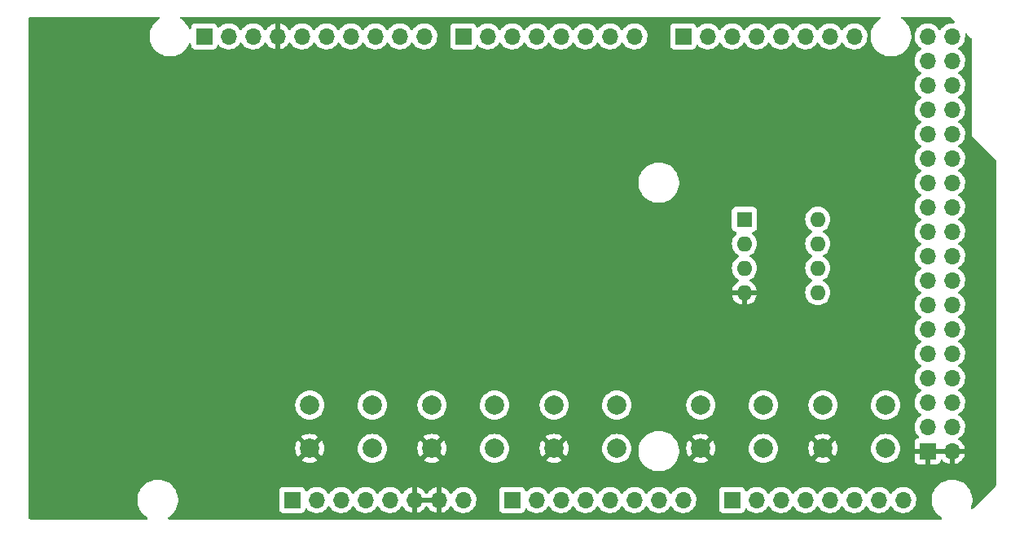
<source format=gbl>
%TF.GenerationSoftware,KiCad,Pcbnew,(6.0.7)*%
%TF.CreationDate,2022-10-17T16:35:19-04:00*%
%TF.ProjectId,dmgc-attiny-arduino-mega,646d6763-2d61-4747-9469-6e792d617264,rev?*%
%TF.SameCoordinates,Original*%
%TF.FileFunction,Copper,L2,Bot*%
%TF.FilePolarity,Positive*%
%FSLAX46Y46*%
G04 Gerber Fmt 4.6, Leading zero omitted, Abs format (unit mm)*
G04 Created by KiCad (PCBNEW (6.0.7)) date 2022-10-17 16:35:19*
%MOMM*%
%LPD*%
G01*
G04 APERTURE LIST*
%TA.AperFunction,ComponentPad*%
%ADD10C,2.000000*%
%TD*%
%TA.AperFunction,ComponentPad*%
%ADD11R,1.600000X1.600000*%
%TD*%
%TA.AperFunction,ComponentPad*%
%ADD12O,1.600000X1.600000*%
%TD*%
%TA.AperFunction,ComponentPad*%
%ADD13R,1.700000X1.700000*%
%TD*%
%TA.AperFunction,ComponentPad*%
%ADD14O,1.700000X1.700000*%
%TD*%
%TA.AperFunction,ViaPad*%
%ADD15C,0.800000*%
%TD*%
G04 APERTURE END LIST*
D10*
%TO.P,SW1,2,2*%
%TO.N,Net-(R1-Pad2)*%
X136270000Y-87590000D03*
%TO.P,SW1,1,1*%
%TO.N,Net-(SW1-Pad1)*%
X129770000Y-87590000D03*
%TO.P,SW1,4,4*%
%TO.N,unconnected-(SW1-Pad4)*%
X136270000Y-92090000D03*
%TO.P,SW1,3,3*%
%TO.N,GND*%
X129770000Y-92090000D03*
%TD*%
%TO.P,SW2,2,2*%
%TO.N,Net-(R2-Pad2)*%
X148970000Y-87590000D03*
%TO.P,SW2,1,1*%
%TO.N,Net-(SW2-Pad1)*%
X142470000Y-87590000D03*
%TO.P,SW2,4,4*%
%TO.N,unconnected-(SW2-Pad4)*%
X148970000Y-92090000D03*
%TO.P,SW2,3,3*%
%TO.N,GND*%
X142470000Y-92090000D03*
%TD*%
%TO.P,SW3,2,2*%
%TO.N,Net-(R3-Pad2)*%
X161670000Y-87590000D03*
%TO.P,SW3,1,1*%
%TO.N,Net-(SW3-Pad1)*%
X155170000Y-87590000D03*
%TO.P,SW3,4,4*%
%TO.N,unconnected-(SW3-Pad4)*%
X161670000Y-92090000D03*
%TO.P,SW3,3,3*%
%TO.N,GND*%
X155170000Y-92090000D03*
%TD*%
%TO.P,SW4,2,2*%
%TO.N,Net-(R4-Pad2)*%
X176910000Y-87590000D03*
%TO.P,SW4,1,1*%
%TO.N,Net-(SW4-Pad1)*%
X170410000Y-87590000D03*
%TO.P,SW4,4,4*%
%TO.N,unconnected-(SW4-Pad4)*%
X176910000Y-92090000D03*
%TO.P,SW4,3,3*%
%TO.N,GND*%
X170410000Y-92090000D03*
%TD*%
%TO.P,SW5,2,2*%
%TO.N,Net-(R5-Pad2)*%
X189610000Y-87590000D03*
%TO.P,SW5,1,1*%
%TO.N,Net-(SW5-Pad1)*%
X183110000Y-87590000D03*
%TO.P,SW5,4,4*%
%TO.N,unconnected-(SW5-Pad4)*%
X189610000Y-92090000D03*
%TO.P,SW5,3,3*%
%TO.N,GND*%
X183110000Y-92090000D03*
%TD*%
D11*
%TO.P,U1,1,~{RESET}/PB5*%
%TO.N,Net-(R6-Pad2)*%
X174940000Y-68260000D03*
D12*
%TO.P,U1,2,XTAL1/PB3*%
%TO.N,Net-(SW4-Pad1)*%
X174940000Y-70800000D03*
%TO.P,U1,3,XTAL2/PB4*%
%TO.N,Net-(SW5-Pad1)*%
X174940000Y-73340000D03*
%TO.P,U1,4,GND*%
%TO.N,GND*%
X174940000Y-75880000D03*
%TO.P,U1,5,AREF/PB0*%
%TO.N,Net-(SW1-Pad1)*%
X182560000Y-75880000D03*
%TO.P,U1,6,PB1*%
%TO.N,Net-(SW2-Pad1)*%
X182560000Y-73340000D03*
%TO.P,U1,7,PB2*%
%TO.N,Net-(SW3-Pad1)*%
X182560000Y-70800000D03*
%TO.P,U1,8,VCC*%
%TO.N,+5V*%
X182560000Y-68260000D03*
%TD*%
D13*
%TO.P,J7,1,Pin_1*%
%TO.N,GND*%
X193980000Y-92380000D03*
D14*
%TO.P,J7,2,Pin_2*%
X196520000Y-92380000D03*
%TO.P,J7,3,Pin_3*%
%TO.N,/\u002A52*%
X193980000Y-89840000D03*
%TO.P,J7,4,Pin_4*%
%TO.N,/53*%
X196520000Y-89840000D03*
%TO.P,J7,5,Pin_5*%
%TO.N,/50*%
X193980000Y-87300000D03*
%TO.P,J7,6,Pin_6*%
%TO.N,/51*%
X196520000Y-87300000D03*
%TO.P,J7,7,Pin_7*%
%TO.N,/48*%
X193980000Y-84760000D03*
%TO.P,J7,8,Pin_8*%
%TO.N,/49*%
X196520000Y-84760000D03*
%TO.P,J7,9,Pin_9*%
%TO.N,/\u002A46*%
X193980000Y-82220000D03*
%TO.P,J7,10,Pin_10*%
%TO.N,/47*%
X196520000Y-82220000D03*
%TO.P,J7,11,Pin_11*%
%TO.N,/\u002A44*%
X193980000Y-79680000D03*
%TO.P,J7,12,Pin_12*%
%TO.N,/\u002A45*%
X196520000Y-79680000D03*
%TO.P,J7,13,Pin_13*%
%TO.N,/42*%
X193980000Y-77140000D03*
%TO.P,J7,14,Pin_14*%
%TO.N,/43*%
X196520000Y-77140000D03*
%TO.P,J7,15,Pin_15*%
%TO.N,/40*%
X193980000Y-74600000D03*
%TO.P,J7,16,Pin_16*%
%TO.N,/41*%
X196520000Y-74600000D03*
%TO.P,J7,17,Pin_17*%
%TO.N,/38*%
X193980000Y-72060000D03*
%TO.P,J7,18,Pin_18*%
%TO.N,/39*%
X196520000Y-72060000D03*
%TO.P,J7,19,Pin_19*%
%TO.N,/36*%
X193980000Y-69520000D03*
%TO.P,J7,20,Pin_20*%
%TO.N,/37*%
X196520000Y-69520000D03*
%TO.P,J7,21,Pin_21*%
%TO.N,/34*%
X193980000Y-66980000D03*
%TO.P,J7,22,Pin_22*%
%TO.N,/35*%
X196520000Y-66980000D03*
%TO.P,J7,23,Pin_23*%
%TO.N,/32*%
X193980000Y-64440000D03*
%TO.P,J7,24,Pin_24*%
%TO.N,/33*%
X196520000Y-64440000D03*
%TO.P,J7,25,Pin_25*%
%TO.N,/30*%
X193980000Y-61900000D03*
%TO.P,J7,26,Pin_26*%
%TO.N,/31*%
X196520000Y-61900000D03*
%TO.P,J7,27,Pin_27*%
%TO.N,/28*%
X193980000Y-59360000D03*
%TO.P,J7,28,Pin_28*%
%TO.N,/29*%
X196520000Y-59360000D03*
%TO.P,J7,29,Pin_29*%
%TO.N,/26*%
X193980000Y-56820000D03*
%TO.P,J7,30,Pin_30*%
%TO.N,/27*%
X196520000Y-56820000D03*
%TO.P,J7,31,Pin_31*%
%TO.N,/24*%
X193980000Y-54280000D03*
%TO.P,J7,32,Pin_32*%
%TO.N,/25*%
X196520000Y-54280000D03*
%TO.P,J7,33,Pin_33*%
%TO.N,/22*%
X193980000Y-51740000D03*
%TO.P,J7,34,Pin_34*%
%TO.N,/23*%
X196520000Y-51740000D03*
%TO.P,J7,35,Pin_35*%
%TO.N,+5V*%
X193980000Y-49200000D03*
%TO.P,J7,36,Pin_36*%
X196520000Y-49200000D03*
%TD*%
D13*
%TO.P,J1,1,Pin_1*%
%TO.N,unconnected-(J1-Pad1)*%
X127940000Y-97460000D03*
D14*
%TO.P,J1,2,Pin_2*%
%TO.N,/IOREF*%
X130480000Y-97460000D03*
%TO.P,J1,3,Pin_3*%
%TO.N,/~{RESET}*%
X133020000Y-97460000D03*
%TO.P,J1,4,Pin_4*%
%TO.N,+3V3*%
X135560000Y-97460000D03*
%TO.P,J1,5,Pin_5*%
%TO.N,+5V*%
X138100000Y-97460000D03*
%TO.P,J1,6,Pin_6*%
%TO.N,GND*%
X140640000Y-97460000D03*
%TO.P,J1,7,Pin_7*%
X143180000Y-97460000D03*
%TO.P,J1,8,Pin_8*%
%TO.N,VCC*%
X145720000Y-97460000D03*
%TD*%
D13*
%TO.P,J3,1,Pin_1*%
%TO.N,/A0*%
X150800000Y-97460000D03*
D14*
%TO.P,J3,2,Pin_2*%
%TO.N,/A1*%
X153340000Y-97460000D03*
%TO.P,J3,3,Pin_3*%
%TO.N,/A2*%
X155880000Y-97460000D03*
%TO.P,J3,4,Pin_4*%
%TO.N,/A3*%
X158420000Y-97460000D03*
%TO.P,J3,5,Pin_5*%
%TO.N,/A4*%
X160960000Y-97460000D03*
%TO.P,J3,6,Pin_6*%
%TO.N,/A5*%
X163500000Y-97460000D03*
%TO.P,J3,7,Pin_7*%
%TO.N,/A6*%
X166040000Y-97460000D03*
%TO.P,J3,8,Pin_8*%
%TO.N,/A7*%
X168580000Y-97460000D03*
%TD*%
D13*
%TO.P,J5,1,Pin_1*%
%TO.N,/A8*%
X173660000Y-97460000D03*
D14*
%TO.P,J5,2,Pin_2*%
%TO.N,/A9*%
X176200000Y-97460000D03*
%TO.P,J5,3,Pin_3*%
%TO.N,/A10*%
X178740000Y-97460000D03*
%TO.P,J5,4,Pin_4*%
%TO.N,/A11*%
X181280000Y-97460000D03*
%TO.P,J5,5,Pin_5*%
%TO.N,/A12*%
X183820000Y-97460000D03*
%TO.P,J5,6,Pin_6*%
%TO.N,/A13*%
X186360000Y-97460000D03*
%TO.P,J5,7,Pin_7*%
%TO.N,/A14*%
X188900000Y-97460000D03*
%TO.P,J5,8,Pin_8*%
%TO.N,/A15*%
X191440000Y-97460000D03*
%TD*%
D13*
%TO.P,J2,1,Pin_1*%
%TO.N,/SCL{slash}21*%
X118796000Y-49200000D03*
D14*
%TO.P,J2,2,Pin_2*%
%TO.N,/SDA{slash}20*%
X121336000Y-49200000D03*
%TO.P,J2,3,Pin_3*%
%TO.N,/AREF*%
X123876000Y-49200000D03*
%TO.P,J2,4,Pin_4*%
%TO.N,GND*%
X126416000Y-49200000D03*
%TO.P,J2,5,Pin_5*%
%TO.N,/\u002A13*%
X128956000Y-49200000D03*
%TO.P,J2,6,Pin_6*%
%TO.N,/\u002A12*%
X131496000Y-49200000D03*
%TO.P,J2,7,Pin_7*%
%TO.N,/\u002A11*%
X134036000Y-49200000D03*
%TO.P,J2,8,Pin_8*%
%TO.N,/\u002A10*%
X136576000Y-49200000D03*
%TO.P,J2,9,Pin_9*%
%TO.N,/\u002A9*%
X139116000Y-49200000D03*
%TO.P,J2,10,Pin_10*%
%TO.N,/\u002A8*%
X141656000Y-49200000D03*
%TD*%
D13*
%TO.P,J4,1,Pin_1*%
%TO.N,/\u002A7*%
X145720000Y-49200000D03*
D14*
%TO.P,J4,2,Pin_2*%
%TO.N,/\u002A6*%
X148260000Y-49200000D03*
%TO.P,J4,3,Pin_3*%
%TO.N,/\u002A5*%
X150800000Y-49200000D03*
%TO.P,J4,4,Pin_4*%
%TO.N,/\u002A4*%
X153340000Y-49200000D03*
%TO.P,J4,5,Pin_5*%
%TO.N,/\u002A3*%
X155880000Y-49200000D03*
%TO.P,J4,6,Pin_6*%
%TO.N,/\u002A2*%
X158420000Y-49200000D03*
%TO.P,J4,7,Pin_7*%
%TO.N,/TX0{slash}1*%
X160960000Y-49200000D03*
%TO.P,J4,8,Pin_8*%
%TO.N,/RX0{slash}0*%
X163500000Y-49200000D03*
%TD*%
D13*
%TO.P,J6,1,Pin_1*%
%TO.N,/TX3{slash}14*%
X168580000Y-49200000D03*
D14*
%TO.P,J6,2,Pin_2*%
%TO.N,/RX3{slash}15*%
X171120000Y-49200000D03*
%TO.P,J6,3,Pin_3*%
%TO.N,/TX2{slash}16*%
X173660000Y-49200000D03*
%TO.P,J6,4,Pin_4*%
%TO.N,/RX2{slash}17*%
X176200000Y-49200000D03*
%TO.P,J6,5,Pin_5*%
%TO.N,/TX1{slash}18*%
X178740000Y-49200000D03*
%TO.P,J6,6,Pin_6*%
%TO.N,/RX1{slash}19*%
X181280000Y-49200000D03*
%TO.P,J6,7,Pin_7*%
%TO.N,/SDA{slash}20*%
X183820000Y-49200000D03*
%TO.P,J6,8,Pin_8*%
%TO.N,/SCL{slash}21*%
X186360000Y-49200000D03*
%TD*%
D15*
%TO.N,GND*%
X186360000Y-72068622D03*
X168780569Y-54836519D03*
X155975929Y-57436249D03*
X145674013Y-68417198D03*
X135488504Y-68514203D03*
X120297544Y-68494802D03*
X120316945Y-53226239D03*
X127902725Y-60831419D03*
X112711765Y-60831419D03*
%TD*%
%TA.AperFunction,Conductor*%
%TO.N,GND*%
G36*
X114133264Y-47188502D02*
G01*
X114179757Y-47242158D01*
X114189861Y-47312432D01*
X114160367Y-47377012D01*
X114137594Y-47397587D01*
X114125163Y-47406324D01*
X113909977Y-47557559D01*
X113894892Y-47571577D01*
X113762632Y-47694481D01*
X113699378Y-47753260D01*
X113517287Y-47975732D01*
X113367073Y-48220858D01*
X113365347Y-48224791D01*
X113365346Y-48224792D01*
X113313835Y-48342138D01*
X113251517Y-48484102D01*
X113250342Y-48488229D01*
X113250341Y-48488230D01*
X113246967Y-48500074D01*
X113172756Y-48760594D01*
X113132249Y-49045216D01*
X113132227Y-49049505D01*
X113132226Y-49049512D01*
X113130765Y-49328417D01*
X113130743Y-49332703D01*
X113131302Y-49336947D01*
X113131302Y-49336951D01*
X113137568Y-49384547D01*
X113168268Y-49617734D01*
X113244129Y-49895036D01*
X113245813Y-49898984D01*
X113341202Y-50122618D01*
X113356923Y-50159476D01*
X113403637Y-50237529D01*
X113476621Y-50359476D01*
X113504561Y-50406161D01*
X113684313Y-50630528D01*
X113892851Y-50828423D01*
X114126317Y-50996186D01*
X114130112Y-50998195D01*
X114130113Y-50998196D01*
X114151869Y-51009715D01*
X114380392Y-51130712D01*
X114650373Y-51229511D01*
X114931264Y-51290755D01*
X114959841Y-51293004D01*
X115154282Y-51308307D01*
X115154291Y-51308307D01*
X115156739Y-51308500D01*
X115312271Y-51308500D01*
X115314407Y-51308354D01*
X115314418Y-51308354D01*
X115522548Y-51294165D01*
X115522554Y-51294164D01*
X115526825Y-51293873D01*
X115531020Y-51293004D01*
X115531022Y-51293004D01*
X115668132Y-51264610D01*
X115808342Y-51235574D01*
X116079343Y-51139607D01*
X116334812Y-51007750D01*
X116338313Y-51005289D01*
X116338317Y-51005287D01*
X116518857Y-50878401D01*
X116570023Y-50842441D01*
X116648403Y-50769606D01*
X116777479Y-50649661D01*
X116777481Y-50649658D01*
X116780622Y-50646740D01*
X116962713Y-50424268D01*
X117112927Y-50179142D01*
X117116927Y-50170031D01*
X117196127Y-49989607D01*
X117241823Y-49935271D01*
X117309641Y-49914266D01*
X117378049Y-49933260D01*
X117425329Y-49986224D01*
X117437500Y-50040252D01*
X117437500Y-50098134D01*
X117444255Y-50160316D01*
X117495385Y-50296705D01*
X117582739Y-50413261D01*
X117699295Y-50500615D01*
X117835684Y-50551745D01*
X117897866Y-50558500D01*
X119694134Y-50558500D01*
X119756316Y-50551745D01*
X119892705Y-50500615D01*
X120009261Y-50413261D01*
X120096615Y-50296705D01*
X120118799Y-50237529D01*
X120140598Y-50179382D01*
X120183240Y-50122618D01*
X120249802Y-50097918D01*
X120319150Y-50113126D01*
X120353817Y-50141114D01*
X120382250Y-50173938D01*
X120554126Y-50316632D01*
X120747000Y-50429338D01*
X120955692Y-50509030D01*
X120960760Y-50510061D01*
X120960763Y-50510062D01*
X121055862Y-50529410D01*
X121174597Y-50553567D01*
X121179772Y-50553757D01*
X121179774Y-50553757D01*
X121392673Y-50561564D01*
X121392677Y-50561564D01*
X121397837Y-50561753D01*
X121402957Y-50561097D01*
X121402959Y-50561097D01*
X121614288Y-50534025D01*
X121614289Y-50534025D01*
X121619416Y-50533368D01*
X121624366Y-50531883D01*
X121828429Y-50470661D01*
X121828434Y-50470659D01*
X121833384Y-50469174D01*
X122033994Y-50370896D01*
X122215860Y-50241173D01*
X122374096Y-50083489D01*
X122433594Y-50000689D01*
X122504453Y-49902077D01*
X122505776Y-49903028D01*
X122552645Y-49859857D01*
X122622580Y-49847625D01*
X122688026Y-49875144D01*
X122715875Y-49906994D01*
X122775987Y-50005088D01*
X122922250Y-50173938D01*
X123094126Y-50316632D01*
X123287000Y-50429338D01*
X123495692Y-50509030D01*
X123500760Y-50510061D01*
X123500763Y-50510062D01*
X123595862Y-50529410D01*
X123714597Y-50553567D01*
X123719772Y-50553757D01*
X123719774Y-50553757D01*
X123932673Y-50561564D01*
X123932677Y-50561564D01*
X123937837Y-50561753D01*
X123942957Y-50561097D01*
X123942959Y-50561097D01*
X124154288Y-50534025D01*
X124154289Y-50534025D01*
X124159416Y-50533368D01*
X124164366Y-50531883D01*
X124368429Y-50470661D01*
X124368434Y-50470659D01*
X124373384Y-50469174D01*
X124573994Y-50370896D01*
X124755860Y-50241173D01*
X124914096Y-50083489D01*
X124973594Y-50000689D01*
X125044453Y-49902077D01*
X125045640Y-49902930D01*
X125092960Y-49859362D01*
X125162897Y-49847145D01*
X125228338Y-49874678D01*
X125256166Y-49906511D01*
X125313694Y-50000388D01*
X125319777Y-50008699D01*
X125459213Y-50169667D01*
X125466580Y-50176883D01*
X125630434Y-50312916D01*
X125638881Y-50318831D01*
X125822756Y-50426279D01*
X125832042Y-50430729D01*
X126031001Y-50506703D01*
X126040899Y-50509579D01*
X126144250Y-50530606D01*
X126158299Y-50529410D01*
X126162000Y-50519065D01*
X126162000Y-50518517D01*
X126670000Y-50518517D01*
X126674064Y-50532359D01*
X126687478Y-50534393D01*
X126694184Y-50533534D01*
X126704262Y-50531392D01*
X126908255Y-50470191D01*
X126917842Y-50466433D01*
X127109095Y-50372739D01*
X127117945Y-50367464D01*
X127291328Y-50243792D01*
X127299200Y-50237139D01*
X127450052Y-50086812D01*
X127456730Y-50078965D01*
X127584022Y-49901819D01*
X127585279Y-49902722D01*
X127632373Y-49859362D01*
X127702311Y-49847145D01*
X127767751Y-49874678D01*
X127795579Y-49906511D01*
X127855987Y-50005088D01*
X128002250Y-50173938D01*
X128174126Y-50316632D01*
X128367000Y-50429338D01*
X128575692Y-50509030D01*
X128580760Y-50510061D01*
X128580763Y-50510062D01*
X128675862Y-50529410D01*
X128794597Y-50553567D01*
X128799772Y-50553757D01*
X128799774Y-50553757D01*
X129012673Y-50561564D01*
X129012677Y-50561564D01*
X129017837Y-50561753D01*
X129022957Y-50561097D01*
X129022959Y-50561097D01*
X129234288Y-50534025D01*
X129234289Y-50534025D01*
X129239416Y-50533368D01*
X129244366Y-50531883D01*
X129448429Y-50470661D01*
X129448434Y-50470659D01*
X129453384Y-50469174D01*
X129653994Y-50370896D01*
X129835860Y-50241173D01*
X129994096Y-50083489D01*
X130053594Y-50000689D01*
X130124453Y-49902077D01*
X130125776Y-49903028D01*
X130172645Y-49859857D01*
X130242580Y-49847625D01*
X130308026Y-49875144D01*
X130335875Y-49906994D01*
X130395987Y-50005088D01*
X130542250Y-50173938D01*
X130714126Y-50316632D01*
X130907000Y-50429338D01*
X131115692Y-50509030D01*
X131120760Y-50510061D01*
X131120763Y-50510062D01*
X131215862Y-50529410D01*
X131334597Y-50553567D01*
X131339772Y-50553757D01*
X131339774Y-50553757D01*
X131552673Y-50561564D01*
X131552677Y-50561564D01*
X131557837Y-50561753D01*
X131562957Y-50561097D01*
X131562959Y-50561097D01*
X131774288Y-50534025D01*
X131774289Y-50534025D01*
X131779416Y-50533368D01*
X131784366Y-50531883D01*
X131988429Y-50470661D01*
X131988434Y-50470659D01*
X131993384Y-50469174D01*
X132193994Y-50370896D01*
X132375860Y-50241173D01*
X132534096Y-50083489D01*
X132593594Y-50000689D01*
X132664453Y-49902077D01*
X132665776Y-49903028D01*
X132712645Y-49859857D01*
X132782580Y-49847625D01*
X132848026Y-49875144D01*
X132875875Y-49906994D01*
X132935987Y-50005088D01*
X133082250Y-50173938D01*
X133254126Y-50316632D01*
X133447000Y-50429338D01*
X133655692Y-50509030D01*
X133660760Y-50510061D01*
X133660763Y-50510062D01*
X133755862Y-50529410D01*
X133874597Y-50553567D01*
X133879772Y-50553757D01*
X133879774Y-50553757D01*
X134092673Y-50561564D01*
X134092677Y-50561564D01*
X134097837Y-50561753D01*
X134102957Y-50561097D01*
X134102959Y-50561097D01*
X134314288Y-50534025D01*
X134314289Y-50534025D01*
X134319416Y-50533368D01*
X134324366Y-50531883D01*
X134528429Y-50470661D01*
X134528434Y-50470659D01*
X134533384Y-50469174D01*
X134733994Y-50370896D01*
X134915860Y-50241173D01*
X135074096Y-50083489D01*
X135133594Y-50000689D01*
X135204453Y-49902077D01*
X135205776Y-49903028D01*
X135252645Y-49859857D01*
X135322580Y-49847625D01*
X135388026Y-49875144D01*
X135415875Y-49906994D01*
X135475987Y-50005088D01*
X135622250Y-50173938D01*
X135794126Y-50316632D01*
X135987000Y-50429338D01*
X136195692Y-50509030D01*
X136200760Y-50510061D01*
X136200763Y-50510062D01*
X136295862Y-50529410D01*
X136414597Y-50553567D01*
X136419772Y-50553757D01*
X136419774Y-50553757D01*
X136632673Y-50561564D01*
X136632677Y-50561564D01*
X136637837Y-50561753D01*
X136642957Y-50561097D01*
X136642959Y-50561097D01*
X136854288Y-50534025D01*
X136854289Y-50534025D01*
X136859416Y-50533368D01*
X136864366Y-50531883D01*
X137068429Y-50470661D01*
X137068434Y-50470659D01*
X137073384Y-50469174D01*
X137273994Y-50370896D01*
X137455860Y-50241173D01*
X137614096Y-50083489D01*
X137673594Y-50000689D01*
X137744453Y-49902077D01*
X137745776Y-49903028D01*
X137792645Y-49859857D01*
X137862580Y-49847625D01*
X137928026Y-49875144D01*
X137955875Y-49906994D01*
X138015987Y-50005088D01*
X138162250Y-50173938D01*
X138334126Y-50316632D01*
X138527000Y-50429338D01*
X138735692Y-50509030D01*
X138740760Y-50510061D01*
X138740763Y-50510062D01*
X138835862Y-50529410D01*
X138954597Y-50553567D01*
X138959772Y-50553757D01*
X138959774Y-50553757D01*
X139172673Y-50561564D01*
X139172677Y-50561564D01*
X139177837Y-50561753D01*
X139182957Y-50561097D01*
X139182959Y-50561097D01*
X139394288Y-50534025D01*
X139394289Y-50534025D01*
X139399416Y-50533368D01*
X139404366Y-50531883D01*
X139608429Y-50470661D01*
X139608434Y-50470659D01*
X139613384Y-50469174D01*
X139813994Y-50370896D01*
X139995860Y-50241173D01*
X140154096Y-50083489D01*
X140213594Y-50000689D01*
X140284453Y-49902077D01*
X140285776Y-49903028D01*
X140332645Y-49859857D01*
X140402580Y-49847625D01*
X140468026Y-49875144D01*
X140495875Y-49906994D01*
X140555987Y-50005088D01*
X140702250Y-50173938D01*
X140874126Y-50316632D01*
X141067000Y-50429338D01*
X141275692Y-50509030D01*
X141280760Y-50510061D01*
X141280763Y-50510062D01*
X141375862Y-50529410D01*
X141494597Y-50553567D01*
X141499772Y-50553757D01*
X141499774Y-50553757D01*
X141712673Y-50561564D01*
X141712677Y-50561564D01*
X141717837Y-50561753D01*
X141722957Y-50561097D01*
X141722959Y-50561097D01*
X141934288Y-50534025D01*
X141934289Y-50534025D01*
X141939416Y-50533368D01*
X141944366Y-50531883D01*
X142148429Y-50470661D01*
X142148434Y-50470659D01*
X142153384Y-50469174D01*
X142353994Y-50370896D01*
X142535860Y-50241173D01*
X142679400Y-50098134D01*
X144361500Y-50098134D01*
X144368255Y-50160316D01*
X144419385Y-50296705D01*
X144506739Y-50413261D01*
X144623295Y-50500615D01*
X144759684Y-50551745D01*
X144821866Y-50558500D01*
X146618134Y-50558500D01*
X146680316Y-50551745D01*
X146816705Y-50500615D01*
X146933261Y-50413261D01*
X147020615Y-50296705D01*
X147042799Y-50237529D01*
X147064598Y-50179382D01*
X147107240Y-50122618D01*
X147173802Y-50097918D01*
X147243150Y-50113126D01*
X147277817Y-50141114D01*
X147306250Y-50173938D01*
X147478126Y-50316632D01*
X147671000Y-50429338D01*
X147879692Y-50509030D01*
X147884760Y-50510061D01*
X147884763Y-50510062D01*
X147979862Y-50529410D01*
X148098597Y-50553567D01*
X148103772Y-50553757D01*
X148103774Y-50553757D01*
X148316673Y-50561564D01*
X148316677Y-50561564D01*
X148321837Y-50561753D01*
X148326957Y-50561097D01*
X148326959Y-50561097D01*
X148538288Y-50534025D01*
X148538289Y-50534025D01*
X148543416Y-50533368D01*
X148548366Y-50531883D01*
X148752429Y-50470661D01*
X148752434Y-50470659D01*
X148757384Y-50469174D01*
X148957994Y-50370896D01*
X149139860Y-50241173D01*
X149298096Y-50083489D01*
X149357594Y-50000689D01*
X149428453Y-49902077D01*
X149429776Y-49903028D01*
X149476645Y-49859857D01*
X149546580Y-49847625D01*
X149612026Y-49875144D01*
X149639875Y-49906994D01*
X149699987Y-50005088D01*
X149846250Y-50173938D01*
X150018126Y-50316632D01*
X150211000Y-50429338D01*
X150419692Y-50509030D01*
X150424760Y-50510061D01*
X150424763Y-50510062D01*
X150519862Y-50529410D01*
X150638597Y-50553567D01*
X150643772Y-50553757D01*
X150643774Y-50553757D01*
X150856673Y-50561564D01*
X150856677Y-50561564D01*
X150861837Y-50561753D01*
X150866957Y-50561097D01*
X150866959Y-50561097D01*
X151078288Y-50534025D01*
X151078289Y-50534025D01*
X151083416Y-50533368D01*
X151088366Y-50531883D01*
X151292429Y-50470661D01*
X151292434Y-50470659D01*
X151297384Y-50469174D01*
X151497994Y-50370896D01*
X151679860Y-50241173D01*
X151838096Y-50083489D01*
X151897594Y-50000689D01*
X151968453Y-49902077D01*
X151969776Y-49903028D01*
X152016645Y-49859857D01*
X152086580Y-49847625D01*
X152152026Y-49875144D01*
X152179875Y-49906994D01*
X152239987Y-50005088D01*
X152386250Y-50173938D01*
X152558126Y-50316632D01*
X152751000Y-50429338D01*
X152959692Y-50509030D01*
X152964760Y-50510061D01*
X152964763Y-50510062D01*
X153059862Y-50529410D01*
X153178597Y-50553567D01*
X153183772Y-50553757D01*
X153183774Y-50553757D01*
X153396673Y-50561564D01*
X153396677Y-50561564D01*
X153401837Y-50561753D01*
X153406957Y-50561097D01*
X153406959Y-50561097D01*
X153618288Y-50534025D01*
X153618289Y-50534025D01*
X153623416Y-50533368D01*
X153628366Y-50531883D01*
X153832429Y-50470661D01*
X153832434Y-50470659D01*
X153837384Y-50469174D01*
X154037994Y-50370896D01*
X154219860Y-50241173D01*
X154378096Y-50083489D01*
X154437594Y-50000689D01*
X154508453Y-49902077D01*
X154509776Y-49903028D01*
X154556645Y-49859857D01*
X154626580Y-49847625D01*
X154692026Y-49875144D01*
X154719875Y-49906994D01*
X154779987Y-50005088D01*
X154926250Y-50173938D01*
X155098126Y-50316632D01*
X155291000Y-50429338D01*
X155499692Y-50509030D01*
X155504760Y-50510061D01*
X155504763Y-50510062D01*
X155599862Y-50529410D01*
X155718597Y-50553567D01*
X155723772Y-50553757D01*
X155723774Y-50553757D01*
X155936673Y-50561564D01*
X155936677Y-50561564D01*
X155941837Y-50561753D01*
X155946957Y-50561097D01*
X155946959Y-50561097D01*
X156158288Y-50534025D01*
X156158289Y-50534025D01*
X156163416Y-50533368D01*
X156168366Y-50531883D01*
X156372429Y-50470661D01*
X156372434Y-50470659D01*
X156377384Y-50469174D01*
X156577994Y-50370896D01*
X156759860Y-50241173D01*
X156918096Y-50083489D01*
X156977594Y-50000689D01*
X157048453Y-49902077D01*
X157049776Y-49903028D01*
X157096645Y-49859857D01*
X157166580Y-49847625D01*
X157232026Y-49875144D01*
X157259875Y-49906994D01*
X157319987Y-50005088D01*
X157466250Y-50173938D01*
X157638126Y-50316632D01*
X157831000Y-50429338D01*
X158039692Y-50509030D01*
X158044760Y-50510061D01*
X158044763Y-50510062D01*
X158139862Y-50529410D01*
X158258597Y-50553567D01*
X158263772Y-50553757D01*
X158263774Y-50553757D01*
X158476673Y-50561564D01*
X158476677Y-50561564D01*
X158481837Y-50561753D01*
X158486957Y-50561097D01*
X158486959Y-50561097D01*
X158698288Y-50534025D01*
X158698289Y-50534025D01*
X158703416Y-50533368D01*
X158708366Y-50531883D01*
X158912429Y-50470661D01*
X158912434Y-50470659D01*
X158917384Y-50469174D01*
X159117994Y-50370896D01*
X159299860Y-50241173D01*
X159458096Y-50083489D01*
X159517594Y-50000689D01*
X159588453Y-49902077D01*
X159589776Y-49903028D01*
X159636645Y-49859857D01*
X159706580Y-49847625D01*
X159772026Y-49875144D01*
X159799875Y-49906994D01*
X159859987Y-50005088D01*
X160006250Y-50173938D01*
X160178126Y-50316632D01*
X160371000Y-50429338D01*
X160579692Y-50509030D01*
X160584760Y-50510061D01*
X160584763Y-50510062D01*
X160679862Y-50529410D01*
X160798597Y-50553567D01*
X160803772Y-50553757D01*
X160803774Y-50553757D01*
X161016673Y-50561564D01*
X161016677Y-50561564D01*
X161021837Y-50561753D01*
X161026957Y-50561097D01*
X161026959Y-50561097D01*
X161238288Y-50534025D01*
X161238289Y-50534025D01*
X161243416Y-50533368D01*
X161248366Y-50531883D01*
X161452429Y-50470661D01*
X161452434Y-50470659D01*
X161457384Y-50469174D01*
X161657994Y-50370896D01*
X161839860Y-50241173D01*
X161998096Y-50083489D01*
X162057594Y-50000689D01*
X162128453Y-49902077D01*
X162129776Y-49903028D01*
X162176645Y-49859857D01*
X162246580Y-49847625D01*
X162312026Y-49875144D01*
X162339875Y-49906994D01*
X162399987Y-50005088D01*
X162546250Y-50173938D01*
X162718126Y-50316632D01*
X162911000Y-50429338D01*
X163119692Y-50509030D01*
X163124760Y-50510061D01*
X163124763Y-50510062D01*
X163219862Y-50529410D01*
X163338597Y-50553567D01*
X163343772Y-50553757D01*
X163343774Y-50553757D01*
X163556673Y-50561564D01*
X163556677Y-50561564D01*
X163561837Y-50561753D01*
X163566957Y-50561097D01*
X163566959Y-50561097D01*
X163778288Y-50534025D01*
X163778289Y-50534025D01*
X163783416Y-50533368D01*
X163788366Y-50531883D01*
X163992429Y-50470661D01*
X163992434Y-50470659D01*
X163997384Y-50469174D01*
X164197994Y-50370896D01*
X164379860Y-50241173D01*
X164523400Y-50098134D01*
X167221500Y-50098134D01*
X167228255Y-50160316D01*
X167279385Y-50296705D01*
X167366739Y-50413261D01*
X167483295Y-50500615D01*
X167619684Y-50551745D01*
X167681866Y-50558500D01*
X169478134Y-50558500D01*
X169540316Y-50551745D01*
X169676705Y-50500615D01*
X169793261Y-50413261D01*
X169880615Y-50296705D01*
X169902799Y-50237529D01*
X169924598Y-50179382D01*
X169967240Y-50122618D01*
X170033802Y-50097918D01*
X170103150Y-50113126D01*
X170137817Y-50141114D01*
X170166250Y-50173938D01*
X170338126Y-50316632D01*
X170531000Y-50429338D01*
X170739692Y-50509030D01*
X170744760Y-50510061D01*
X170744763Y-50510062D01*
X170839862Y-50529410D01*
X170958597Y-50553567D01*
X170963772Y-50553757D01*
X170963774Y-50553757D01*
X171176673Y-50561564D01*
X171176677Y-50561564D01*
X171181837Y-50561753D01*
X171186957Y-50561097D01*
X171186959Y-50561097D01*
X171398288Y-50534025D01*
X171398289Y-50534025D01*
X171403416Y-50533368D01*
X171408366Y-50531883D01*
X171612429Y-50470661D01*
X171612434Y-50470659D01*
X171617384Y-50469174D01*
X171817994Y-50370896D01*
X171999860Y-50241173D01*
X172158096Y-50083489D01*
X172217594Y-50000689D01*
X172288453Y-49902077D01*
X172289776Y-49903028D01*
X172336645Y-49859857D01*
X172406580Y-49847625D01*
X172472026Y-49875144D01*
X172499875Y-49906994D01*
X172559987Y-50005088D01*
X172706250Y-50173938D01*
X172878126Y-50316632D01*
X173071000Y-50429338D01*
X173279692Y-50509030D01*
X173284760Y-50510061D01*
X173284763Y-50510062D01*
X173379862Y-50529410D01*
X173498597Y-50553567D01*
X173503772Y-50553757D01*
X173503774Y-50553757D01*
X173716673Y-50561564D01*
X173716677Y-50561564D01*
X173721837Y-50561753D01*
X173726957Y-50561097D01*
X173726959Y-50561097D01*
X173938288Y-50534025D01*
X173938289Y-50534025D01*
X173943416Y-50533368D01*
X173948366Y-50531883D01*
X174152429Y-50470661D01*
X174152434Y-50470659D01*
X174157384Y-50469174D01*
X174357994Y-50370896D01*
X174539860Y-50241173D01*
X174698096Y-50083489D01*
X174757594Y-50000689D01*
X174828453Y-49902077D01*
X174829776Y-49903028D01*
X174876645Y-49859857D01*
X174946580Y-49847625D01*
X175012026Y-49875144D01*
X175039875Y-49906994D01*
X175099987Y-50005088D01*
X175246250Y-50173938D01*
X175418126Y-50316632D01*
X175611000Y-50429338D01*
X175819692Y-50509030D01*
X175824760Y-50510061D01*
X175824763Y-50510062D01*
X175919862Y-50529410D01*
X176038597Y-50553567D01*
X176043772Y-50553757D01*
X176043774Y-50553757D01*
X176256673Y-50561564D01*
X176256677Y-50561564D01*
X176261837Y-50561753D01*
X176266957Y-50561097D01*
X176266959Y-50561097D01*
X176478288Y-50534025D01*
X176478289Y-50534025D01*
X176483416Y-50533368D01*
X176488366Y-50531883D01*
X176692429Y-50470661D01*
X176692434Y-50470659D01*
X176697384Y-50469174D01*
X176897994Y-50370896D01*
X177079860Y-50241173D01*
X177238096Y-50083489D01*
X177297594Y-50000689D01*
X177368453Y-49902077D01*
X177369776Y-49903028D01*
X177416645Y-49859857D01*
X177486580Y-49847625D01*
X177552026Y-49875144D01*
X177579875Y-49906994D01*
X177639987Y-50005088D01*
X177786250Y-50173938D01*
X177958126Y-50316632D01*
X178151000Y-50429338D01*
X178359692Y-50509030D01*
X178364760Y-50510061D01*
X178364763Y-50510062D01*
X178459862Y-50529410D01*
X178578597Y-50553567D01*
X178583772Y-50553757D01*
X178583774Y-50553757D01*
X178796673Y-50561564D01*
X178796677Y-50561564D01*
X178801837Y-50561753D01*
X178806957Y-50561097D01*
X178806959Y-50561097D01*
X179018288Y-50534025D01*
X179018289Y-50534025D01*
X179023416Y-50533368D01*
X179028366Y-50531883D01*
X179232429Y-50470661D01*
X179232434Y-50470659D01*
X179237384Y-50469174D01*
X179437994Y-50370896D01*
X179619860Y-50241173D01*
X179778096Y-50083489D01*
X179837594Y-50000689D01*
X179908453Y-49902077D01*
X179909776Y-49903028D01*
X179956645Y-49859857D01*
X180026580Y-49847625D01*
X180092026Y-49875144D01*
X180119875Y-49906994D01*
X180179987Y-50005088D01*
X180326250Y-50173938D01*
X180498126Y-50316632D01*
X180691000Y-50429338D01*
X180899692Y-50509030D01*
X180904760Y-50510061D01*
X180904763Y-50510062D01*
X180999862Y-50529410D01*
X181118597Y-50553567D01*
X181123772Y-50553757D01*
X181123774Y-50553757D01*
X181336673Y-50561564D01*
X181336677Y-50561564D01*
X181341837Y-50561753D01*
X181346957Y-50561097D01*
X181346959Y-50561097D01*
X181558288Y-50534025D01*
X181558289Y-50534025D01*
X181563416Y-50533368D01*
X181568366Y-50531883D01*
X181772429Y-50470661D01*
X181772434Y-50470659D01*
X181777384Y-50469174D01*
X181977994Y-50370896D01*
X182159860Y-50241173D01*
X182318096Y-50083489D01*
X182377594Y-50000689D01*
X182448453Y-49902077D01*
X182449776Y-49903028D01*
X182496645Y-49859857D01*
X182566580Y-49847625D01*
X182632026Y-49875144D01*
X182659875Y-49906994D01*
X182719987Y-50005088D01*
X182866250Y-50173938D01*
X183038126Y-50316632D01*
X183231000Y-50429338D01*
X183439692Y-50509030D01*
X183444760Y-50510061D01*
X183444763Y-50510062D01*
X183539862Y-50529410D01*
X183658597Y-50553567D01*
X183663772Y-50553757D01*
X183663774Y-50553757D01*
X183876673Y-50561564D01*
X183876677Y-50561564D01*
X183881837Y-50561753D01*
X183886957Y-50561097D01*
X183886959Y-50561097D01*
X184098288Y-50534025D01*
X184098289Y-50534025D01*
X184103416Y-50533368D01*
X184108366Y-50531883D01*
X184312429Y-50470661D01*
X184312434Y-50470659D01*
X184317384Y-50469174D01*
X184517994Y-50370896D01*
X184699860Y-50241173D01*
X184858096Y-50083489D01*
X184917594Y-50000689D01*
X184988453Y-49902077D01*
X184989776Y-49903028D01*
X185036645Y-49859857D01*
X185106580Y-49847625D01*
X185172026Y-49875144D01*
X185199875Y-49906994D01*
X185259987Y-50005088D01*
X185406250Y-50173938D01*
X185578126Y-50316632D01*
X185771000Y-50429338D01*
X185979692Y-50509030D01*
X185984760Y-50510061D01*
X185984763Y-50510062D01*
X186079862Y-50529410D01*
X186198597Y-50553567D01*
X186203772Y-50553757D01*
X186203774Y-50553757D01*
X186416673Y-50561564D01*
X186416677Y-50561564D01*
X186421837Y-50561753D01*
X186426957Y-50561097D01*
X186426959Y-50561097D01*
X186638288Y-50534025D01*
X186638289Y-50534025D01*
X186643416Y-50533368D01*
X186648366Y-50531883D01*
X186852429Y-50470661D01*
X186852434Y-50470659D01*
X186857384Y-50469174D01*
X187057994Y-50370896D01*
X187239860Y-50241173D01*
X187398096Y-50083489D01*
X187457594Y-50000689D01*
X187525435Y-49906277D01*
X187528453Y-49902077D01*
X187533979Y-49890897D01*
X187625136Y-49706453D01*
X187625137Y-49706451D01*
X187627430Y-49701811D01*
X187692370Y-49488069D01*
X187721529Y-49266590D01*
X187721611Y-49263240D01*
X187723074Y-49203365D01*
X187723074Y-49203361D01*
X187723156Y-49200000D01*
X187704852Y-48977361D01*
X187650431Y-48760702D01*
X187561354Y-48555840D01*
X187496989Y-48456347D01*
X187442822Y-48372617D01*
X187442820Y-48372614D01*
X187440014Y-48368277D01*
X187289670Y-48203051D01*
X187285619Y-48199852D01*
X187285615Y-48199848D01*
X187118414Y-48067800D01*
X187118410Y-48067798D01*
X187114359Y-48064598D01*
X187078028Y-48044542D01*
X187062136Y-48035769D01*
X186918789Y-47956638D01*
X186913920Y-47954914D01*
X186913916Y-47954912D01*
X186713087Y-47883795D01*
X186713083Y-47883794D01*
X186708212Y-47882069D01*
X186703119Y-47881162D01*
X186703116Y-47881161D01*
X186493373Y-47843800D01*
X186493367Y-47843799D01*
X186488284Y-47842894D01*
X186414452Y-47841992D01*
X186270081Y-47840228D01*
X186270079Y-47840228D01*
X186264911Y-47840165D01*
X186044091Y-47873955D01*
X185831756Y-47943357D01*
X185633607Y-48046507D01*
X185629474Y-48049610D01*
X185629471Y-48049612D01*
X185459100Y-48177530D01*
X185454965Y-48180635D01*
X185451393Y-48184373D01*
X185343729Y-48297037D01*
X185300629Y-48342138D01*
X185193201Y-48499621D01*
X185138293Y-48544621D01*
X185067768Y-48552792D01*
X185004021Y-48521538D01*
X184983324Y-48497054D01*
X184902822Y-48372617D01*
X184902820Y-48372614D01*
X184900014Y-48368277D01*
X184749670Y-48203051D01*
X184745619Y-48199852D01*
X184745615Y-48199848D01*
X184578414Y-48067800D01*
X184578410Y-48067798D01*
X184574359Y-48064598D01*
X184538028Y-48044542D01*
X184522136Y-48035769D01*
X184378789Y-47956638D01*
X184373920Y-47954914D01*
X184373916Y-47954912D01*
X184173087Y-47883795D01*
X184173083Y-47883794D01*
X184168212Y-47882069D01*
X184163119Y-47881162D01*
X184163116Y-47881161D01*
X183953373Y-47843800D01*
X183953367Y-47843799D01*
X183948284Y-47842894D01*
X183874452Y-47841992D01*
X183730081Y-47840228D01*
X183730079Y-47840228D01*
X183724911Y-47840165D01*
X183504091Y-47873955D01*
X183291756Y-47943357D01*
X183093607Y-48046507D01*
X183089474Y-48049610D01*
X183089471Y-48049612D01*
X182919100Y-48177530D01*
X182914965Y-48180635D01*
X182911393Y-48184373D01*
X182803729Y-48297037D01*
X182760629Y-48342138D01*
X182653201Y-48499621D01*
X182598293Y-48544621D01*
X182527768Y-48552792D01*
X182464021Y-48521538D01*
X182443324Y-48497054D01*
X182362822Y-48372617D01*
X182362820Y-48372614D01*
X182360014Y-48368277D01*
X182209670Y-48203051D01*
X182205619Y-48199852D01*
X182205615Y-48199848D01*
X182038414Y-48067800D01*
X182038410Y-48067798D01*
X182034359Y-48064598D01*
X181998028Y-48044542D01*
X181982136Y-48035769D01*
X181838789Y-47956638D01*
X181833920Y-47954914D01*
X181833916Y-47954912D01*
X181633087Y-47883795D01*
X181633083Y-47883794D01*
X181628212Y-47882069D01*
X181623119Y-47881162D01*
X181623116Y-47881161D01*
X181413373Y-47843800D01*
X181413367Y-47843799D01*
X181408284Y-47842894D01*
X181334452Y-47841992D01*
X181190081Y-47840228D01*
X181190079Y-47840228D01*
X181184911Y-47840165D01*
X180964091Y-47873955D01*
X180751756Y-47943357D01*
X180553607Y-48046507D01*
X180549474Y-48049610D01*
X180549471Y-48049612D01*
X180379100Y-48177530D01*
X180374965Y-48180635D01*
X180371393Y-48184373D01*
X180263729Y-48297037D01*
X180220629Y-48342138D01*
X180113201Y-48499621D01*
X180058293Y-48544621D01*
X179987768Y-48552792D01*
X179924021Y-48521538D01*
X179903324Y-48497054D01*
X179822822Y-48372617D01*
X179822820Y-48372614D01*
X179820014Y-48368277D01*
X179669670Y-48203051D01*
X179665619Y-48199852D01*
X179665615Y-48199848D01*
X179498414Y-48067800D01*
X179498410Y-48067798D01*
X179494359Y-48064598D01*
X179458028Y-48044542D01*
X179442136Y-48035769D01*
X179298789Y-47956638D01*
X179293920Y-47954914D01*
X179293916Y-47954912D01*
X179093087Y-47883795D01*
X179093083Y-47883794D01*
X179088212Y-47882069D01*
X179083119Y-47881162D01*
X179083116Y-47881161D01*
X178873373Y-47843800D01*
X178873367Y-47843799D01*
X178868284Y-47842894D01*
X178794452Y-47841992D01*
X178650081Y-47840228D01*
X178650079Y-47840228D01*
X178644911Y-47840165D01*
X178424091Y-47873955D01*
X178211756Y-47943357D01*
X178013607Y-48046507D01*
X178009474Y-48049610D01*
X178009471Y-48049612D01*
X177839100Y-48177530D01*
X177834965Y-48180635D01*
X177831393Y-48184373D01*
X177723729Y-48297037D01*
X177680629Y-48342138D01*
X177573201Y-48499621D01*
X177518293Y-48544621D01*
X177447768Y-48552792D01*
X177384021Y-48521538D01*
X177363324Y-48497054D01*
X177282822Y-48372617D01*
X177282820Y-48372614D01*
X177280014Y-48368277D01*
X177129670Y-48203051D01*
X177125619Y-48199852D01*
X177125615Y-48199848D01*
X176958414Y-48067800D01*
X176958410Y-48067798D01*
X176954359Y-48064598D01*
X176918028Y-48044542D01*
X176902136Y-48035769D01*
X176758789Y-47956638D01*
X176753920Y-47954914D01*
X176753916Y-47954912D01*
X176553087Y-47883795D01*
X176553083Y-47883794D01*
X176548212Y-47882069D01*
X176543119Y-47881162D01*
X176543116Y-47881161D01*
X176333373Y-47843800D01*
X176333367Y-47843799D01*
X176328284Y-47842894D01*
X176254452Y-47841992D01*
X176110081Y-47840228D01*
X176110079Y-47840228D01*
X176104911Y-47840165D01*
X175884091Y-47873955D01*
X175671756Y-47943357D01*
X175473607Y-48046507D01*
X175469474Y-48049610D01*
X175469471Y-48049612D01*
X175299100Y-48177530D01*
X175294965Y-48180635D01*
X175291393Y-48184373D01*
X175183729Y-48297037D01*
X175140629Y-48342138D01*
X175033201Y-48499621D01*
X174978293Y-48544621D01*
X174907768Y-48552792D01*
X174844021Y-48521538D01*
X174823324Y-48497054D01*
X174742822Y-48372617D01*
X174742820Y-48372614D01*
X174740014Y-48368277D01*
X174589670Y-48203051D01*
X174585619Y-48199852D01*
X174585615Y-48199848D01*
X174418414Y-48067800D01*
X174418410Y-48067798D01*
X174414359Y-48064598D01*
X174378028Y-48044542D01*
X174362136Y-48035769D01*
X174218789Y-47956638D01*
X174213920Y-47954914D01*
X174213916Y-47954912D01*
X174013087Y-47883795D01*
X174013083Y-47883794D01*
X174008212Y-47882069D01*
X174003119Y-47881162D01*
X174003116Y-47881161D01*
X173793373Y-47843800D01*
X173793367Y-47843799D01*
X173788284Y-47842894D01*
X173714452Y-47841992D01*
X173570081Y-47840228D01*
X173570079Y-47840228D01*
X173564911Y-47840165D01*
X173344091Y-47873955D01*
X173131756Y-47943357D01*
X172933607Y-48046507D01*
X172929474Y-48049610D01*
X172929471Y-48049612D01*
X172759100Y-48177530D01*
X172754965Y-48180635D01*
X172751393Y-48184373D01*
X172643729Y-48297037D01*
X172600629Y-48342138D01*
X172493201Y-48499621D01*
X172438293Y-48544621D01*
X172367768Y-48552792D01*
X172304021Y-48521538D01*
X172283324Y-48497054D01*
X172202822Y-48372617D01*
X172202820Y-48372614D01*
X172200014Y-48368277D01*
X172049670Y-48203051D01*
X172045619Y-48199852D01*
X172045615Y-48199848D01*
X171878414Y-48067800D01*
X171878410Y-48067798D01*
X171874359Y-48064598D01*
X171838028Y-48044542D01*
X171822136Y-48035769D01*
X171678789Y-47956638D01*
X171673920Y-47954914D01*
X171673916Y-47954912D01*
X171473087Y-47883795D01*
X171473083Y-47883794D01*
X171468212Y-47882069D01*
X171463119Y-47881162D01*
X171463116Y-47881161D01*
X171253373Y-47843800D01*
X171253367Y-47843799D01*
X171248284Y-47842894D01*
X171174452Y-47841992D01*
X171030081Y-47840228D01*
X171030079Y-47840228D01*
X171024911Y-47840165D01*
X170804091Y-47873955D01*
X170591756Y-47943357D01*
X170393607Y-48046507D01*
X170389474Y-48049610D01*
X170389471Y-48049612D01*
X170219100Y-48177530D01*
X170214965Y-48180635D01*
X170158537Y-48239684D01*
X170134283Y-48265064D01*
X170072759Y-48300494D01*
X170001846Y-48297037D01*
X169944060Y-48255791D01*
X169925207Y-48222243D01*
X169883767Y-48111703D01*
X169880615Y-48103295D01*
X169793261Y-47986739D01*
X169676705Y-47899385D01*
X169540316Y-47848255D01*
X169478134Y-47841500D01*
X167681866Y-47841500D01*
X167619684Y-47848255D01*
X167483295Y-47899385D01*
X167366739Y-47986739D01*
X167279385Y-48103295D01*
X167228255Y-48239684D01*
X167221500Y-48301866D01*
X167221500Y-50098134D01*
X164523400Y-50098134D01*
X164538096Y-50083489D01*
X164597594Y-50000689D01*
X164665435Y-49906277D01*
X164668453Y-49902077D01*
X164673979Y-49890897D01*
X164765136Y-49706453D01*
X164765137Y-49706451D01*
X164767430Y-49701811D01*
X164832370Y-49488069D01*
X164861529Y-49266590D01*
X164861611Y-49263240D01*
X164863074Y-49203365D01*
X164863074Y-49203361D01*
X164863156Y-49200000D01*
X164844852Y-48977361D01*
X164790431Y-48760702D01*
X164701354Y-48555840D01*
X164636989Y-48456347D01*
X164582822Y-48372617D01*
X164582820Y-48372614D01*
X164580014Y-48368277D01*
X164429670Y-48203051D01*
X164425619Y-48199852D01*
X164425615Y-48199848D01*
X164258414Y-48067800D01*
X164258410Y-48067798D01*
X164254359Y-48064598D01*
X164218028Y-48044542D01*
X164202136Y-48035769D01*
X164058789Y-47956638D01*
X164053920Y-47954914D01*
X164053916Y-47954912D01*
X163853087Y-47883795D01*
X163853083Y-47883794D01*
X163848212Y-47882069D01*
X163843119Y-47881162D01*
X163843116Y-47881161D01*
X163633373Y-47843800D01*
X163633367Y-47843799D01*
X163628284Y-47842894D01*
X163554452Y-47841992D01*
X163410081Y-47840228D01*
X163410079Y-47840228D01*
X163404911Y-47840165D01*
X163184091Y-47873955D01*
X162971756Y-47943357D01*
X162773607Y-48046507D01*
X162769474Y-48049610D01*
X162769471Y-48049612D01*
X162599100Y-48177530D01*
X162594965Y-48180635D01*
X162591393Y-48184373D01*
X162483729Y-48297037D01*
X162440629Y-48342138D01*
X162333201Y-48499621D01*
X162278293Y-48544621D01*
X162207768Y-48552792D01*
X162144021Y-48521538D01*
X162123324Y-48497054D01*
X162042822Y-48372617D01*
X162042820Y-48372614D01*
X162040014Y-48368277D01*
X161889670Y-48203051D01*
X161885619Y-48199852D01*
X161885615Y-48199848D01*
X161718414Y-48067800D01*
X161718410Y-48067798D01*
X161714359Y-48064598D01*
X161678028Y-48044542D01*
X161662136Y-48035769D01*
X161518789Y-47956638D01*
X161513920Y-47954914D01*
X161513916Y-47954912D01*
X161313087Y-47883795D01*
X161313083Y-47883794D01*
X161308212Y-47882069D01*
X161303119Y-47881162D01*
X161303116Y-47881161D01*
X161093373Y-47843800D01*
X161093367Y-47843799D01*
X161088284Y-47842894D01*
X161014452Y-47841992D01*
X160870081Y-47840228D01*
X160870079Y-47840228D01*
X160864911Y-47840165D01*
X160644091Y-47873955D01*
X160431756Y-47943357D01*
X160233607Y-48046507D01*
X160229474Y-48049610D01*
X160229471Y-48049612D01*
X160059100Y-48177530D01*
X160054965Y-48180635D01*
X160051393Y-48184373D01*
X159943729Y-48297037D01*
X159900629Y-48342138D01*
X159793201Y-48499621D01*
X159738293Y-48544621D01*
X159667768Y-48552792D01*
X159604021Y-48521538D01*
X159583324Y-48497054D01*
X159502822Y-48372617D01*
X159502820Y-48372614D01*
X159500014Y-48368277D01*
X159349670Y-48203051D01*
X159345619Y-48199852D01*
X159345615Y-48199848D01*
X159178414Y-48067800D01*
X159178410Y-48067798D01*
X159174359Y-48064598D01*
X159138028Y-48044542D01*
X159122136Y-48035769D01*
X158978789Y-47956638D01*
X158973920Y-47954914D01*
X158973916Y-47954912D01*
X158773087Y-47883795D01*
X158773083Y-47883794D01*
X158768212Y-47882069D01*
X158763119Y-47881162D01*
X158763116Y-47881161D01*
X158553373Y-47843800D01*
X158553367Y-47843799D01*
X158548284Y-47842894D01*
X158474452Y-47841992D01*
X158330081Y-47840228D01*
X158330079Y-47840228D01*
X158324911Y-47840165D01*
X158104091Y-47873955D01*
X157891756Y-47943357D01*
X157693607Y-48046507D01*
X157689474Y-48049610D01*
X157689471Y-48049612D01*
X157519100Y-48177530D01*
X157514965Y-48180635D01*
X157511393Y-48184373D01*
X157403729Y-48297037D01*
X157360629Y-48342138D01*
X157253201Y-48499621D01*
X157198293Y-48544621D01*
X157127768Y-48552792D01*
X157064021Y-48521538D01*
X157043324Y-48497054D01*
X156962822Y-48372617D01*
X156962820Y-48372614D01*
X156960014Y-48368277D01*
X156809670Y-48203051D01*
X156805619Y-48199852D01*
X156805615Y-48199848D01*
X156638414Y-48067800D01*
X156638410Y-48067798D01*
X156634359Y-48064598D01*
X156598028Y-48044542D01*
X156582136Y-48035769D01*
X156438789Y-47956638D01*
X156433920Y-47954914D01*
X156433916Y-47954912D01*
X156233087Y-47883795D01*
X156233083Y-47883794D01*
X156228212Y-47882069D01*
X156223119Y-47881162D01*
X156223116Y-47881161D01*
X156013373Y-47843800D01*
X156013367Y-47843799D01*
X156008284Y-47842894D01*
X155934452Y-47841992D01*
X155790081Y-47840228D01*
X155790079Y-47840228D01*
X155784911Y-47840165D01*
X155564091Y-47873955D01*
X155351756Y-47943357D01*
X155153607Y-48046507D01*
X155149474Y-48049610D01*
X155149471Y-48049612D01*
X154979100Y-48177530D01*
X154974965Y-48180635D01*
X154971393Y-48184373D01*
X154863729Y-48297037D01*
X154820629Y-48342138D01*
X154713201Y-48499621D01*
X154658293Y-48544621D01*
X154587768Y-48552792D01*
X154524021Y-48521538D01*
X154503324Y-48497054D01*
X154422822Y-48372617D01*
X154422820Y-48372614D01*
X154420014Y-48368277D01*
X154269670Y-48203051D01*
X154265619Y-48199852D01*
X154265615Y-48199848D01*
X154098414Y-48067800D01*
X154098410Y-48067798D01*
X154094359Y-48064598D01*
X154058028Y-48044542D01*
X154042136Y-48035769D01*
X153898789Y-47956638D01*
X153893920Y-47954914D01*
X153893916Y-47954912D01*
X153693087Y-47883795D01*
X153693083Y-47883794D01*
X153688212Y-47882069D01*
X153683119Y-47881162D01*
X153683116Y-47881161D01*
X153473373Y-47843800D01*
X153473367Y-47843799D01*
X153468284Y-47842894D01*
X153394452Y-47841992D01*
X153250081Y-47840228D01*
X153250079Y-47840228D01*
X153244911Y-47840165D01*
X153024091Y-47873955D01*
X152811756Y-47943357D01*
X152613607Y-48046507D01*
X152609474Y-48049610D01*
X152609471Y-48049612D01*
X152439100Y-48177530D01*
X152434965Y-48180635D01*
X152431393Y-48184373D01*
X152323729Y-48297037D01*
X152280629Y-48342138D01*
X152173201Y-48499621D01*
X152118293Y-48544621D01*
X152047768Y-48552792D01*
X151984021Y-48521538D01*
X151963324Y-48497054D01*
X151882822Y-48372617D01*
X151882820Y-48372614D01*
X151880014Y-48368277D01*
X151729670Y-48203051D01*
X151725619Y-48199852D01*
X151725615Y-48199848D01*
X151558414Y-48067800D01*
X151558410Y-48067798D01*
X151554359Y-48064598D01*
X151518028Y-48044542D01*
X151502136Y-48035769D01*
X151358789Y-47956638D01*
X151353920Y-47954914D01*
X151353916Y-47954912D01*
X151153087Y-47883795D01*
X151153083Y-47883794D01*
X151148212Y-47882069D01*
X151143119Y-47881162D01*
X151143116Y-47881161D01*
X150933373Y-47843800D01*
X150933367Y-47843799D01*
X150928284Y-47842894D01*
X150854452Y-47841992D01*
X150710081Y-47840228D01*
X150710079Y-47840228D01*
X150704911Y-47840165D01*
X150484091Y-47873955D01*
X150271756Y-47943357D01*
X150073607Y-48046507D01*
X150069474Y-48049610D01*
X150069471Y-48049612D01*
X149899100Y-48177530D01*
X149894965Y-48180635D01*
X149891393Y-48184373D01*
X149783729Y-48297037D01*
X149740629Y-48342138D01*
X149633201Y-48499621D01*
X149578293Y-48544621D01*
X149507768Y-48552792D01*
X149444021Y-48521538D01*
X149423324Y-48497054D01*
X149342822Y-48372617D01*
X149342820Y-48372614D01*
X149340014Y-48368277D01*
X149189670Y-48203051D01*
X149185619Y-48199852D01*
X149185615Y-48199848D01*
X149018414Y-48067800D01*
X149018410Y-48067798D01*
X149014359Y-48064598D01*
X148978028Y-48044542D01*
X148962136Y-48035769D01*
X148818789Y-47956638D01*
X148813920Y-47954914D01*
X148813916Y-47954912D01*
X148613087Y-47883795D01*
X148613083Y-47883794D01*
X148608212Y-47882069D01*
X148603119Y-47881162D01*
X148603116Y-47881161D01*
X148393373Y-47843800D01*
X148393367Y-47843799D01*
X148388284Y-47842894D01*
X148314452Y-47841992D01*
X148170081Y-47840228D01*
X148170079Y-47840228D01*
X148164911Y-47840165D01*
X147944091Y-47873955D01*
X147731756Y-47943357D01*
X147533607Y-48046507D01*
X147529474Y-48049610D01*
X147529471Y-48049612D01*
X147359100Y-48177530D01*
X147354965Y-48180635D01*
X147298537Y-48239684D01*
X147274283Y-48265064D01*
X147212759Y-48300494D01*
X147141846Y-48297037D01*
X147084060Y-48255791D01*
X147065207Y-48222243D01*
X147023767Y-48111703D01*
X147020615Y-48103295D01*
X146933261Y-47986739D01*
X146816705Y-47899385D01*
X146680316Y-47848255D01*
X146618134Y-47841500D01*
X144821866Y-47841500D01*
X144759684Y-47848255D01*
X144623295Y-47899385D01*
X144506739Y-47986739D01*
X144419385Y-48103295D01*
X144368255Y-48239684D01*
X144361500Y-48301866D01*
X144361500Y-50098134D01*
X142679400Y-50098134D01*
X142694096Y-50083489D01*
X142753594Y-50000689D01*
X142821435Y-49906277D01*
X142824453Y-49902077D01*
X142829979Y-49890897D01*
X142921136Y-49706453D01*
X142921137Y-49706451D01*
X142923430Y-49701811D01*
X142988370Y-49488069D01*
X143017529Y-49266590D01*
X143017611Y-49263240D01*
X143019074Y-49203365D01*
X143019074Y-49203361D01*
X143019156Y-49200000D01*
X143000852Y-48977361D01*
X142946431Y-48760702D01*
X142857354Y-48555840D01*
X142792989Y-48456347D01*
X142738822Y-48372617D01*
X142738820Y-48372614D01*
X142736014Y-48368277D01*
X142585670Y-48203051D01*
X142581619Y-48199852D01*
X142581615Y-48199848D01*
X142414414Y-48067800D01*
X142414410Y-48067798D01*
X142410359Y-48064598D01*
X142374028Y-48044542D01*
X142358136Y-48035769D01*
X142214789Y-47956638D01*
X142209920Y-47954914D01*
X142209916Y-47954912D01*
X142009087Y-47883795D01*
X142009083Y-47883794D01*
X142004212Y-47882069D01*
X141999119Y-47881162D01*
X141999116Y-47881161D01*
X141789373Y-47843800D01*
X141789367Y-47843799D01*
X141784284Y-47842894D01*
X141710452Y-47841992D01*
X141566081Y-47840228D01*
X141566079Y-47840228D01*
X141560911Y-47840165D01*
X141340091Y-47873955D01*
X141127756Y-47943357D01*
X140929607Y-48046507D01*
X140925474Y-48049610D01*
X140925471Y-48049612D01*
X140755100Y-48177530D01*
X140750965Y-48180635D01*
X140747393Y-48184373D01*
X140639729Y-48297037D01*
X140596629Y-48342138D01*
X140489201Y-48499621D01*
X140434293Y-48544621D01*
X140363768Y-48552792D01*
X140300021Y-48521538D01*
X140279324Y-48497054D01*
X140198822Y-48372617D01*
X140198820Y-48372614D01*
X140196014Y-48368277D01*
X140045670Y-48203051D01*
X140041619Y-48199852D01*
X140041615Y-48199848D01*
X139874414Y-48067800D01*
X139874410Y-48067798D01*
X139870359Y-48064598D01*
X139834028Y-48044542D01*
X139818136Y-48035769D01*
X139674789Y-47956638D01*
X139669920Y-47954914D01*
X139669916Y-47954912D01*
X139469087Y-47883795D01*
X139469083Y-47883794D01*
X139464212Y-47882069D01*
X139459119Y-47881162D01*
X139459116Y-47881161D01*
X139249373Y-47843800D01*
X139249367Y-47843799D01*
X139244284Y-47842894D01*
X139170452Y-47841992D01*
X139026081Y-47840228D01*
X139026079Y-47840228D01*
X139020911Y-47840165D01*
X138800091Y-47873955D01*
X138587756Y-47943357D01*
X138389607Y-48046507D01*
X138385474Y-48049610D01*
X138385471Y-48049612D01*
X138215100Y-48177530D01*
X138210965Y-48180635D01*
X138207393Y-48184373D01*
X138099729Y-48297037D01*
X138056629Y-48342138D01*
X137949201Y-48499621D01*
X137894293Y-48544621D01*
X137823768Y-48552792D01*
X137760021Y-48521538D01*
X137739324Y-48497054D01*
X137658822Y-48372617D01*
X137658820Y-48372614D01*
X137656014Y-48368277D01*
X137505670Y-48203051D01*
X137501619Y-48199852D01*
X137501615Y-48199848D01*
X137334414Y-48067800D01*
X137334410Y-48067798D01*
X137330359Y-48064598D01*
X137294028Y-48044542D01*
X137278136Y-48035769D01*
X137134789Y-47956638D01*
X137129920Y-47954914D01*
X137129916Y-47954912D01*
X136929087Y-47883795D01*
X136929083Y-47883794D01*
X136924212Y-47882069D01*
X136919119Y-47881162D01*
X136919116Y-47881161D01*
X136709373Y-47843800D01*
X136709367Y-47843799D01*
X136704284Y-47842894D01*
X136630452Y-47841992D01*
X136486081Y-47840228D01*
X136486079Y-47840228D01*
X136480911Y-47840165D01*
X136260091Y-47873955D01*
X136047756Y-47943357D01*
X135849607Y-48046507D01*
X135845474Y-48049610D01*
X135845471Y-48049612D01*
X135675100Y-48177530D01*
X135670965Y-48180635D01*
X135667393Y-48184373D01*
X135559729Y-48297037D01*
X135516629Y-48342138D01*
X135409201Y-48499621D01*
X135354293Y-48544621D01*
X135283768Y-48552792D01*
X135220021Y-48521538D01*
X135199324Y-48497054D01*
X135118822Y-48372617D01*
X135118820Y-48372614D01*
X135116014Y-48368277D01*
X134965670Y-48203051D01*
X134961619Y-48199852D01*
X134961615Y-48199848D01*
X134794414Y-48067800D01*
X134794410Y-48067798D01*
X134790359Y-48064598D01*
X134754028Y-48044542D01*
X134738136Y-48035769D01*
X134594789Y-47956638D01*
X134589920Y-47954914D01*
X134589916Y-47954912D01*
X134389087Y-47883795D01*
X134389083Y-47883794D01*
X134384212Y-47882069D01*
X134379119Y-47881162D01*
X134379116Y-47881161D01*
X134169373Y-47843800D01*
X134169367Y-47843799D01*
X134164284Y-47842894D01*
X134090452Y-47841992D01*
X133946081Y-47840228D01*
X133946079Y-47840228D01*
X133940911Y-47840165D01*
X133720091Y-47873955D01*
X133507756Y-47943357D01*
X133309607Y-48046507D01*
X133305474Y-48049610D01*
X133305471Y-48049612D01*
X133135100Y-48177530D01*
X133130965Y-48180635D01*
X133127393Y-48184373D01*
X133019729Y-48297037D01*
X132976629Y-48342138D01*
X132869201Y-48499621D01*
X132814293Y-48544621D01*
X132743768Y-48552792D01*
X132680021Y-48521538D01*
X132659324Y-48497054D01*
X132578822Y-48372617D01*
X132578820Y-48372614D01*
X132576014Y-48368277D01*
X132425670Y-48203051D01*
X132421619Y-48199852D01*
X132421615Y-48199848D01*
X132254414Y-48067800D01*
X132254410Y-48067798D01*
X132250359Y-48064598D01*
X132214028Y-48044542D01*
X132198136Y-48035769D01*
X132054789Y-47956638D01*
X132049920Y-47954914D01*
X132049916Y-47954912D01*
X131849087Y-47883795D01*
X131849083Y-47883794D01*
X131844212Y-47882069D01*
X131839119Y-47881162D01*
X131839116Y-47881161D01*
X131629373Y-47843800D01*
X131629367Y-47843799D01*
X131624284Y-47842894D01*
X131550452Y-47841992D01*
X131406081Y-47840228D01*
X131406079Y-47840228D01*
X131400911Y-47840165D01*
X131180091Y-47873955D01*
X130967756Y-47943357D01*
X130769607Y-48046507D01*
X130765474Y-48049610D01*
X130765471Y-48049612D01*
X130595100Y-48177530D01*
X130590965Y-48180635D01*
X130587393Y-48184373D01*
X130479729Y-48297037D01*
X130436629Y-48342138D01*
X130329201Y-48499621D01*
X130274293Y-48544621D01*
X130203768Y-48552792D01*
X130140021Y-48521538D01*
X130119324Y-48497054D01*
X130038822Y-48372617D01*
X130038820Y-48372614D01*
X130036014Y-48368277D01*
X129885670Y-48203051D01*
X129881619Y-48199852D01*
X129881615Y-48199848D01*
X129714414Y-48067800D01*
X129714410Y-48067798D01*
X129710359Y-48064598D01*
X129674028Y-48044542D01*
X129658136Y-48035769D01*
X129514789Y-47956638D01*
X129509920Y-47954914D01*
X129509916Y-47954912D01*
X129309087Y-47883795D01*
X129309083Y-47883794D01*
X129304212Y-47882069D01*
X129299119Y-47881162D01*
X129299116Y-47881161D01*
X129089373Y-47843800D01*
X129089367Y-47843799D01*
X129084284Y-47842894D01*
X129010452Y-47841992D01*
X128866081Y-47840228D01*
X128866079Y-47840228D01*
X128860911Y-47840165D01*
X128640091Y-47873955D01*
X128427756Y-47943357D01*
X128229607Y-48046507D01*
X128225474Y-48049610D01*
X128225471Y-48049612D01*
X128055100Y-48177530D01*
X128050965Y-48180635D01*
X128047393Y-48184373D01*
X127939729Y-48297037D01*
X127896629Y-48342138D01*
X127789204Y-48499618D01*
X127788898Y-48500066D01*
X127733987Y-48545069D01*
X127663462Y-48553240D01*
X127599715Y-48521986D01*
X127579018Y-48497502D01*
X127498426Y-48372926D01*
X127492136Y-48364757D01*
X127348806Y-48207240D01*
X127341273Y-48200215D01*
X127174139Y-48068222D01*
X127165552Y-48062517D01*
X126979117Y-47959599D01*
X126969705Y-47955369D01*
X126768959Y-47884280D01*
X126758988Y-47881646D01*
X126687837Y-47868972D01*
X126674540Y-47870432D01*
X126670000Y-47884989D01*
X126670000Y-50518517D01*
X126162000Y-50518517D01*
X126162000Y-47883102D01*
X126158082Y-47869758D01*
X126143806Y-47867771D01*
X126105324Y-47873660D01*
X126095288Y-47876051D01*
X125892868Y-47942212D01*
X125883359Y-47946209D01*
X125694463Y-48044542D01*
X125685738Y-48050036D01*
X125515433Y-48177905D01*
X125507726Y-48184748D01*
X125360590Y-48338717D01*
X125354109Y-48346722D01*
X125249498Y-48500074D01*
X125194587Y-48545076D01*
X125124062Y-48553247D01*
X125060315Y-48521993D01*
X125039618Y-48497509D01*
X124958822Y-48372617D01*
X124958820Y-48372614D01*
X124956014Y-48368277D01*
X124805670Y-48203051D01*
X124801619Y-48199852D01*
X124801615Y-48199848D01*
X124634414Y-48067800D01*
X124634410Y-48067798D01*
X124630359Y-48064598D01*
X124594028Y-48044542D01*
X124578136Y-48035769D01*
X124434789Y-47956638D01*
X124429920Y-47954914D01*
X124429916Y-47954912D01*
X124229087Y-47883795D01*
X124229083Y-47883794D01*
X124224212Y-47882069D01*
X124219119Y-47881162D01*
X124219116Y-47881161D01*
X124009373Y-47843800D01*
X124009367Y-47843799D01*
X124004284Y-47842894D01*
X123930452Y-47841992D01*
X123786081Y-47840228D01*
X123786079Y-47840228D01*
X123780911Y-47840165D01*
X123560091Y-47873955D01*
X123347756Y-47943357D01*
X123149607Y-48046507D01*
X123145474Y-48049610D01*
X123145471Y-48049612D01*
X122975100Y-48177530D01*
X122970965Y-48180635D01*
X122967393Y-48184373D01*
X122859729Y-48297037D01*
X122816629Y-48342138D01*
X122709201Y-48499621D01*
X122654293Y-48544621D01*
X122583768Y-48552792D01*
X122520021Y-48521538D01*
X122499324Y-48497054D01*
X122418822Y-48372617D01*
X122418820Y-48372614D01*
X122416014Y-48368277D01*
X122265670Y-48203051D01*
X122261619Y-48199852D01*
X122261615Y-48199848D01*
X122094414Y-48067800D01*
X122094410Y-48067798D01*
X122090359Y-48064598D01*
X122054028Y-48044542D01*
X122038136Y-48035769D01*
X121894789Y-47956638D01*
X121889920Y-47954914D01*
X121889916Y-47954912D01*
X121689087Y-47883795D01*
X121689083Y-47883794D01*
X121684212Y-47882069D01*
X121679119Y-47881162D01*
X121679116Y-47881161D01*
X121469373Y-47843800D01*
X121469367Y-47843799D01*
X121464284Y-47842894D01*
X121390452Y-47841992D01*
X121246081Y-47840228D01*
X121246079Y-47840228D01*
X121240911Y-47840165D01*
X121020091Y-47873955D01*
X120807756Y-47943357D01*
X120609607Y-48046507D01*
X120605474Y-48049610D01*
X120605471Y-48049612D01*
X120435100Y-48177530D01*
X120430965Y-48180635D01*
X120374537Y-48239684D01*
X120350283Y-48265064D01*
X120288759Y-48300494D01*
X120217846Y-48297037D01*
X120160060Y-48255791D01*
X120141207Y-48222243D01*
X120099767Y-48111703D01*
X120096615Y-48103295D01*
X120009261Y-47986739D01*
X119892705Y-47899385D01*
X119756316Y-47848255D01*
X119694134Y-47841500D01*
X117897866Y-47841500D01*
X117835684Y-47848255D01*
X117699295Y-47899385D01*
X117582739Y-47986739D01*
X117495385Y-48103295D01*
X117444255Y-48239684D01*
X117437500Y-48301866D01*
X117437500Y-48361123D01*
X117417498Y-48429244D01*
X117363842Y-48475737D01*
X117293568Y-48485841D01*
X117228988Y-48456347D01*
X117195603Y-48410558D01*
X117124763Y-48244476D01*
X117124761Y-48244472D01*
X117123077Y-48240524D01*
X117019704Y-48067800D01*
X116977643Y-47997521D01*
X116977640Y-47997517D01*
X116975439Y-47993839D01*
X116795687Y-47769472D01*
X116587149Y-47571577D01*
X116353683Y-47403814D01*
X116349881Y-47401801D01*
X116349536Y-47401587D01*
X116302181Y-47348691D01*
X116290941Y-47278589D01*
X116319385Y-47213540D01*
X116378482Y-47174194D01*
X116415932Y-47168500D01*
X188995143Y-47168500D01*
X189063264Y-47188502D01*
X189109757Y-47242158D01*
X189119861Y-47312432D01*
X189090367Y-47377012D01*
X189067594Y-47397587D01*
X189055163Y-47406324D01*
X188839977Y-47557559D01*
X188824892Y-47571577D01*
X188692632Y-47694481D01*
X188629378Y-47753260D01*
X188447287Y-47975732D01*
X188297073Y-48220858D01*
X188295347Y-48224791D01*
X188295346Y-48224792D01*
X188243835Y-48342138D01*
X188181517Y-48484102D01*
X188180342Y-48488229D01*
X188180341Y-48488230D01*
X188176967Y-48500074D01*
X188102756Y-48760594D01*
X188062249Y-49045216D01*
X188062227Y-49049505D01*
X188062226Y-49049512D01*
X188060765Y-49328417D01*
X188060743Y-49332703D01*
X188061302Y-49336947D01*
X188061302Y-49336951D01*
X188067568Y-49384547D01*
X188098268Y-49617734D01*
X188174129Y-49895036D01*
X188175813Y-49898984D01*
X188271202Y-50122618D01*
X188286923Y-50159476D01*
X188333637Y-50237529D01*
X188406621Y-50359476D01*
X188434561Y-50406161D01*
X188614313Y-50630528D01*
X188822851Y-50828423D01*
X189056317Y-50996186D01*
X189060112Y-50998195D01*
X189060113Y-50998196D01*
X189081869Y-51009715D01*
X189310392Y-51130712D01*
X189580373Y-51229511D01*
X189861264Y-51290755D01*
X189889841Y-51293004D01*
X190084282Y-51308307D01*
X190084291Y-51308307D01*
X190086739Y-51308500D01*
X190242271Y-51308500D01*
X190244407Y-51308354D01*
X190244418Y-51308354D01*
X190452548Y-51294165D01*
X190452554Y-51294164D01*
X190456825Y-51293873D01*
X190461020Y-51293004D01*
X190461022Y-51293004D01*
X190598132Y-51264610D01*
X190738342Y-51235574D01*
X191009343Y-51139607D01*
X191264812Y-51007750D01*
X191268313Y-51005289D01*
X191268317Y-51005287D01*
X191448857Y-50878401D01*
X191500023Y-50842441D01*
X191578403Y-50769606D01*
X191707479Y-50649661D01*
X191707481Y-50649658D01*
X191710622Y-50646740D01*
X191892713Y-50424268D01*
X192042927Y-50179142D01*
X192046927Y-50170031D01*
X192156757Y-49919830D01*
X192158483Y-49915898D01*
X192163742Y-49897438D01*
X192236068Y-49643534D01*
X192237244Y-49639406D01*
X192273515Y-49384547D01*
X192277146Y-49359036D01*
X192277146Y-49359034D01*
X192277751Y-49354784D01*
X192277845Y-49336951D01*
X192279235Y-49071583D01*
X192279235Y-49071576D01*
X192279257Y-49067297D01*
X192266972Y-48973979D01*
X192260289Y-48923218D01*
X192241732Y-48782266D01*
X192165871Y-48504964D01*
X192145134Y-48456347D01*
X192054763Y-48244476D01*
X192054761Y-48244472D01*
X192053077Y-48240524D01*
X191949704Y-48067800D01*
X191907643Y-47997521D01*
X191907640Y-47997517D01*
X191905439Y-47993839D01*
X191725687Y-47769472D01*
X191517149Y-47571577D01*
X191283683Y-47403814D01*
X191279881Y-47401801D01*
X191279536Y-47401587D01*
X191232181Y-47348691D01*
X191220941Y-47278589D01*
X191249385Y-47213540D01*
X191308482Y-47174194D01*
X191345932Y-47168500D01*
X196257183Y-47168500D01*
X196325304Y-47188502D01*
X196346278Y-47205405D01*
X196773042Y-47632169D01*
X196807068Y-47694481D01*
X196802003Y-47765296D01*
X196759456Y-47822132D01*
X196692936Y-47846943D01*
X196661855Y-47845311D01*
X196648284Y-47842894D01*
X196574452Y-47841992D01*
X196430081Y-47840228D01*
X196430079Y-47840228D01*
X196424911Y-47840165D01*
X196204091Y-47873955D01*
X195991756Y-47943357D01*
X195793607Y-48046507D01*
X195789474Y-48049610D01*
X195789471Y-48049612D01*
X195619100Y-48177530D01*
X195614965Y-48180635D01*
X195611393Y-48184373D01*
X195503729Y-48297037D01*
X195460629Y-48342138D01*
X195353201Y-48499621D01*
X195298293Y-48544621D01*
X195227768Y-48552792D01*
X195164021Y-48521538D01*
X195143324Y-48497054D01*
X195062822Y-48372617D01*
X195062820Y-48372614D01*
X195060014Y-48368277D01*
X194909670Y-48203051D01*
X194905619Y-48199852D01*
X194905615Y-48199848D01*
X194738414Y-48067800D01*
X194738410Y-48067798D01*
X194734359Y-48064598D01*
X194698028Y-48044542D01*
X194682136Y-48035769D01*
X194538789Y-47956638D01*
X194533920Y-47954914D01*
X194533916Y-47954912D01*
X194333087Y-47883795D01*
X194333083Y-47883794D01*
X194328212Y-47882069D01*
X194323119Y-47881162D01*
X194323116Y-47881161D01*
X194113373Y-47843800D01*
X194113367Y-47843799D01*
X194108284Y-47842894D01*
X194034452Y-47841992D01*
X193890081Y-47840228D01*
X193890079Y-47840228D01*
X193884911Y-47840165D01*
X193664091Y-47873955D01*
X193451756Y-47943357D01*
X193253607Y-48046507D01*
X193249474Y-48049610D01*
X193249471Y-48049612D01*
X193079100Y-48177530D01*
X193074965Y-48180635D01*
X193071393Y-48184373D01*
X192963729Y-48297037D01*
X192920629Y-48342138D01*
X192794743Y-48526680D01*
X192700688Y-48729305D01*
X192640989Y-48944570D01*
X192617251Y-49166695D01*
X192617548Y-49171848D01*
X192617548Y-49171851D01*
X192623011Y-49266590D01*
X192630110Y-49389715D01*
X192631247Y-49394761D01*
X192631248Y-49394767D01*
X192634823Y-49410628D01*
X192679222Y-49607639D01*
X192763266Y-49814616D01*
X192810011Y-49890897D01*
X192877291Y-50000688D01*
X192879987Y-50005088D01*
X193026250Y-50173938D01*
X193198126Y-50316632D01*
X193268595Y-50357811D01*
X193271445Y-50359476D01*
X193320169Y-50411114D01*
X193333240Y-50480897D01*
X193306509Y-50546669D01*
X193266055Y-50580027D01*
X193253607Y-50586507D01*
X193249474Y-50589610D01*
X193249471Y-50589612D01*
X193079100Y-50717530D01*
X193074965Y-50720635D01*
X192920629Y-50882138D01*
X192794743Y-51066680D01*
X192764336Y-51132187D01*
X192719160Y-51229511D01*
X192700688Y-51269305D01*
X192640989Y-51484570D01*
X192617251Y-51706695D01*
X192617548Y-51711848D01*
X192617548Y-51711851D01*
X192623011Y-51806590D01*
X192630110Y-51929715D01*
X192631247Y-51934761D01*
X192631248Y-51934767D01*
X192651119Y-52022939D01*
X192679222Y-52147639D01*
X192763266Y-52354616D01*
X192814019Y-52437438D01*
X192877291Y-52540688D01*
X192879987Y-52545088D01*
X193026250Y-52713938D01*
X193198126Y-52856632D01*
X193268595Y-52897811D01*
X193271445Y-52899476D01*
X193320169Y-52951114D01*
X193333240Y-53020897D01*
X193306509Y-53086669D01*
X193266055Y-53120027D01*
X193253607Y-53126507D01*
X193249474Y-53129610D01*
X193249471Y-53129612D01*
X193225247Y-53147800D01*
X193074965Y-53260635D01*
X192920629Y-53422138D01*
X192794743Y-53606680D01*
X192700688Y-53809305D01*
X192640989Y-54024570D01*
X192617251Y-54246695D01*
X192617548Y-54251848D01*
X192617548Y-54251851D01*
X192623011Y-54346590D01*
X192630110Y-54469715D01*
X192631247Y-54474761D01*
X192631248Y-54474767D01*
X192651119Y-54562939D01*
X192679222Y-54687639D01*
X192763266Y-54894616D01*
X192814019Y-54977438D01*
X192877291Y-55080688D01*
X192879987Y-55085088D01*
X193026250Y-55253938D01*
X193198126Y-55396632D01*
X193268595Y-55437811D01*
X193271445Y-55439476D01*
X193320169Y-55491114D01*
X193333240Y-55560897D01*
X193306509Y-55626669D01*
X193266055Y-55660027D01*
X193253607Y-55666507D01*
X193249474Y-55669610D01*
X193249471Y-55669612D01*
X193225247Y-55687800D01*
X193074965Y-55800635D01*
X192920629Y-55962138D01*
X192794743Y-56146680D01*
X192700688Y-56349305D01*
X192640989Y-56564570D01*
X192617251Y-56786695D01*
X192617548Y-56791848D01*
X192617548Y-56791851D01*
X192623011Y-56886590D01*
X192630110Y-57009715D01*
X192631247Y-57014761D01*
X192631248Y-57014767D01*
X192651119Y-57102939D01*
X192679222Y-57227639D01*
X192763266Y-57434616D01*
X192814019Y-57517438D01*
X192877291Y-57620688D01*
X192879987Y-57625088D01*
X193026250Y-57793938D01*
X193198126Y-57936632D01*
X193268595Y-57977811D01*
X193271445Y-57979476D01*
X193320169Y-58031114D01*
X193333240Y-58100897D01*
X193306509Y-58166669D01*
X193266055Y-58200027D01*
X193253607Y-58206507D01*
X193249474Y-58209610D01*
X193249471Y-58209612D01*
X193225247Y-58227800D01*
X193074965Y-58340635D01*
X192920629Y-58502138D01*
X192794743Y-58686680D01*
X192700688Y-58889305D01*
X192640989Y-59104570D01*
X192617251Y-59326695D01*
X192617548Y-59331848D01*
X192617548Y-59331851D01*
X192623011Y-59426590D01*
X192630110Y-59549715D01*
X192631247Y-59554761D01*
X192631248Y-59554767D01*
X192643927Y-59611027D01*
X192679222Y-59767639D01*
X192763266Y-59974616D01*
X192814019Y-60057438D01*
X192877291Y-60160688D01*
X192879987Y-60165088D01*
X193026250Y-60333938D01*
X193198126Y-60476632D01*
X193268595Y-60517811D01*
X193271445Y-60519476D01*
X193320169Y-60571114D01*
X193333240Y-60640897D01*
X193306509Y-60706669D01*
X193266055Y-60740027D01*
X193253607Y-60746507D01*
X193249474Y-60749610D01*
X193249471Y-60749612D01*
X193225247Y-60767800D01*
X193074965Y-60880635D01*
X192920629Y-61042138D01*
X192794743Y-61226680D01*
X192700688Y-61429305D01*
X192640989Y-61644570D01*
X192617251Y-61866695D01*
X192617548Y-61871848D01*
X192617548Y-61871851D01*
X192623011Y-61966590D01*
X192630110Y-62089715D01*
X192631247Y-62094761D01*
X192631248Y-62094767D01*
X192646585Y-62162818D01*
X192679222Y-62307639D01*
X192719346Y-62406453D01*
X192761103Y-62509288D01*
X192763266Y-62514616D01*
X192814019Y-62597438D01*
X192877291Y-62700688D01*
X192879987Y-62705088D01*
X193026250Y-62873938D01*
X193198126Y-63016632D01*
X193268595Y-63057811D01*
X193271445Y-63059476D01*
X193320169Y-63111114D01*
X193333240Y-63180897D01*
X193306509Y-63246669D01*
X193266055Y-63280027D01*
X193253607Y-63286507D01*
X193249474Y-63289610D01*
X193249471Y-63289612D01*
X193225247Y-63307800D01*
X193074965Y-63420635D01*
X192920629Y-63582138D01*
X192794743Y-63766680D01*
X192700688Y-63969305D01*
X192640989Y-64184570D01*
X192617251Y-64406695D01*
X192617548Y-64411848D01*
X192617548Y-64411851D01*
X192623011Y-64506590D01*
X192630110Y-64629715D01*
X192631247Y-64634761D01*
X192631248Y-64634767D01*
X192651119Y-64722939D01*
X192679222Y-64847639D01*
X192763266Y-65054616D01*
X192810011Y-65130897D01*
X192877291Y-65240688D01*
X192879987Y-65245088D01*
X193026250Y-65413938D01*
X193198126Y-65556632D01*
X193268595Y-65597811D01*
X193271445Y-65599476D01*
X193320169Y-65651114D01*
X193333240Y-65720897D01*
X193306509Y-65786669D01*
X193266055Y-65820027D01*
X193253607Y-65826507D01*
X193249474Y-65829610D01*
X193249471Y-65829612D01*
X193079100Y-65957530D01*
X193074965Y-65960635D01*
X192920629Y-66122138D01*
X192794743Y-66306680D01*
X192764336Y-66372187D01*
X192719160Y-66469511D01*
X192700688Y-66509305D01*
X192640989Y-66724570D01*
X192617251Y-66946695D01*
X192617548Y-66951848D01*
X192617548Y-66951851D01*
X192623011Y-67046590D01*
X192630110Y-67169715D01*
X192631247Y-67174761D01*
X192631248Y-67174767D01*
X192639931Y-67213295D01*
X192679222Y-67387639D01*
X192763266Y-67594616D01*
X192814019Y-67677438D01*
X192877291Y-67780688D01*
X192879987Y-67785088D01*
X193026250Y-67953938D01*
X193198126Y-68096632D01*
X193268595Y-68137811D01*
X193271445Y-68139476D01*
X193320169Y-68191114D01*
X193333240Y-68260897D01*
X193306509Y-68326669D01*
X193266055Y-68360027D01*
X193253607Y-68366507D01*
X193249474Y-68369610D01*
X193249471Y-68369612D01*
X193225247Y-68387800D01*
X193074965Y-68500635D01*
X192920629Y-68662138D01*
X192794743Y-68846680D01*
X192700688Y-69049305D01*
X192640989Y-69264570D01*
X192617251Y-69486695D01*
X192617548Y-69491848D01*
X192617548Y-69491851D01*
X192623011Y-69586590D01*
X192630110Y-69709715D01*
X192631247Y-69714761D01*
X192631248Y-69714767D01*
X192647637Y-69787489D01*
X192679222Y-69927639D01*
X192763266Y-70134616D01*
X192814019Y-70217438D01*
X192877291Y-70320688D01*
X192879987Y-70325088D01*
X193026250Y-70493938D01*
X193198126Y-70636632D01*
X193268595Y-70677811D01*
X193271445Y-70679476D01*
X193320169Y-70731114D01*
X193333240Y-70800897D01*
X193306509Y-70866669D01*
X193266055Y-70900027D01*
X193253607Y-70906507D01*
X193249474Y-70909610D01*
X193249471Y-70909612D01*
X193225247Y-70927800D01*
X193074965Y-71040635D01*
X192920629Y-71202138D01*
X192794743Y-71386680D01*
X192700688Y-71589305D01*
X192640989Y-71804570D01*
X192617251Y-72026695D01*
X192617548Y-72031848D01*
X192617548Y-72031851D01*
X192623011Y-72126590D01*
X192630110Y-72249715D01*
X192631247Y-72254761D01*
X192631248Y-72254767D01*
X192648348Y-72330643D01*
X192679222Y-72467639D01*
X192763266Y-72674616D01*
X192814019Y-72757438D01*
X192877291Y-72860688D01*
X192879987Y-72865088D01*
X193026250Y-73033938D01*
X193198126Y-73176632D01*
X193268595Y-73217811D01*
X193271445Y-73219476D01*
X193320169Y-73271114D01*
X193333240Y-73340897D01*
X193306509Y-73406669D01*
X193266055Y-73440027D01*
X193253607Y-73446507D01*
X193249474Y-73449610D01*
X193249471Y-73449612D01*
X193225247Y-73467800D01*
X193074965Y-73580635D01*
X192920629Y-73742138D01*
X192794743Y-73926680D01*
X192700688Y-74129305D01*
X192640989Y-74344570D01*
X192617251Y-74566695D01*
X192617548Y-74571848D01*
X192617548Y-74571851D01*
X192623011Y-74666590D01*
X192630110Y-74789715D01*
X192631247Y-74794761D01*
X192631248Y-74794767D01*
X192648348Y-74870643D01*
X192679222Y-75007639D01*
X192763266Y-75214616D01*
X192814019Y-75297438D01*
X192877291Y-75400688D01*
X192879987Y-75405088D01*
X193026250Y-75573938D01*
X193198126Y-75716632D01*
X193268595Y-75757811D01*
X193271445Y-75759476D01*
X193320169Y-75811114D01*
X193333240Y-75880897D01*
X193306509Y-75946669D01*
X193266055Y-75980027D01*
X193253607Y-75986507D01*
X193249474Y-75989610D01*
X193249471Y-75989612D01*
X193225247Y-76007800D01*
X193074965Y-76120635D01*
X192920629Y-76282138D01*
X192794743Y-76466680D01*
X192700688Y-76669305D01*
X192640989Y-76884570D01*
X192617251Y-77106695D01*
X192617548Y-77111848D01*
X192617548Y-77111851D01*
X192623011Y-77206590D01*
X192630110Y-77329715D01*
X192631247Y-77334761D01*
X192631248Y-77334767D01*
X192651119Y-77422939D01*
X192679222Y-77547639D01*
X192763266Y-77754616D01*
X192814019Y-77837438D01*
X192877291Y-77940688D01*
X192879987Y-77945088D01*
X193026250Y-78113938D01*
X193198126Y-78256632D01*
X193268595Y-78297811D01*
X193271445Y-78299476D01*
X193320169Y-78351114D01*
X193333240Y-78420897D01*
X193306509Y-78486669D01*
X193266055Y-78520027D01*
X193253607Y-78526507D01*
X193249474Y-78529610D01*
X193249471Y-78529612D01*
X193225247Y-78547800D01*
X193074965Y-78660635D01*
X192920629Y-78822138D01*
X192794743Y-79006680D01*
X192700688Y-79209305D01*
X192640989Y-79424570D01*
X192617251Y-79646695D01*
X192617548Y-79651848D01*
X192617548Y-79651851D01*
X192623011Y-79746590D01*
X192630110Y-79869715D01*
X192631247Y-79874761D01*
X192631248Y-79874767D01*
X192651119Y-79962939D01*
X192679222Y-80087639D01*
X192763266Y-80294616D01*
X192814019Y-80377438D01*
X192877291Y-80480688D01*
X192879987Y-80485088D01*
X193026250Y-80653938D01*
X193198126Y-80796632D01*
X193268595Y-80837811D01*
X193271445Y-80839476D01*
X193320169Y-80891114D01*
X193333240Y-80960897D01*
X193306509Y-81026669D01*
X193266055Y-81060027D01*
X193253607Y-81066507D01*
X193249474Y-81069610D01*
X193249471Y-81069612D01*
X193225247Y-81087800D01*
X193074965Y-81200635D01*
X192920629Y-81362138D01*
X192794743Y-81546680D01*
X192700688Y-81749305D01*
X192640989Y-81964570D01*
X192617251Y-82186695D01*
X192617548Y-82191848D01*
X192617548Y-82191851D01*
X192623011Y-82286590D01*
X192630110Y-82409715D01*
X192631247Y-82414761D01*
X192631248Y-82414767D01*
X192651119Y-82502939D01*
X192679222Y-82627639D01*
X192763266Y-82834616D01*
X192814019Y-82917438D01*
X192877291Y-83020688D01*
X192879987Y-83025088D01*
X193026250Y-83193938D01*
X193198126Y-83336632D01*
X193268595Y-83377811D01*
X193271445Y-83379476D01*
X193320169Y-83431114D01*
X193333240Y-83500897D01*
X193306509Y-83566669D01*
X193266055Y-83600027D01*
X193253607Y-83606507D01*
X193249474Y-83609610D01*
X193249471Y-83609612D01*
X193225247Y-83627800D01*
X193074965Y-83740635D01*
X192920629Y-83902138D01*
X192794743Y-84086680D01*
X192700688Y-84289305D01*
X192640989Y-84504570D01*
X192617251Y-84726695D01*
X192617548Y-84731848D01*
X192617548Y-84731851D01*
X192623011Y-84826590D01*
X192630110Y-84949715D01*
X192631247Y-84954761D01*
X192631248Y-84954767D01*
X192651119Y-85042939D01*
X192679222Y-85167639D01*
X192763266Y-85374616D01*
X192814019Y-85457438D01*
X192877291Y-85560688D01*
X192879987Y-85565088D01*
X193026250Y-85733938D01*
X193198126Y-85876632D01*
X193268595Y-85917811D01*
X193271445Y-85919476D01*
X193320169Y-85971114D01*
X193333240Y-86040897D01*
X193306509Y-86106669D01*
X193266055Y-86140027D01*
X193253607Y-86146507D01*
X193249474Y-86149610D01*
X193249471Y-86149612D01*
X193123297Y-86244346D01*
X193074965Y-86280635D01*
X192920629Y-86442138D01*
X192794743Y-86626680D01*
X192700688Y-86829305D01*
X192640989Y-87044570D01*
X192617251Y-87266695D01*
X192617548Y-87271848D01*
X192617548Y-87271851D01*
X192623011Y-87366590D01*
X192630110Y-87489715D01*
X192631247Y-87494761D01*
X192631248Y-87494767D01*
X192653392Y-87593023D01*
X192679222Y-87707639D01*
X192763266Y-87914616D01*
X192814019Y-87997438D01*
X192877291Y-88100688D01*
X192879987Y-88105088D01*
X193026250Y-88273938D01*
X193198126Y-88416632D01*
X193268595Y-88457811D01*
X193271445Y-88459476D01*
X193320169Y-88511114D01*
X193333240Y-88580897D01*
X193306509Y-88646669D01*
X193266055Y-88680027D01*
X193253607Y-88686507D01*
X193249474Y-88689610D01*
X193249471Y-88689612D01*
X193080127Y-88816759D01*
X193074965Y-88820635D01*
X192920629Y-88982138D01*
X192917720Y-88986403D01*
X192917714Y-88986411D01*
X192850514Y-89084923D01*
X192794743Y-89166680D01*
X192700688Y-89369305D01*
X192640989Y-89584570D01*
X192617251Y-89806695D01*
X192617548Y-89811848D01*
X192617548Y-89811851D01*
X192623011Y-89906590D01*
X192630110Y-90029715D01*
X192631247Y-90034761D01*
X192631248Y-90034767D01*
X192651119Y-90122939D01*
X192679222Y-90247639D01*
X192719346Y-90346453D01*
X192761103Y-90449288D01*
X192763266Y-90454616D01*
X192814019Y-90537438D01*
X192877291Y-90640688D01*
X192879987Y-90645088D01*
X193026250Y-90813938D01*
X193030225Y-90817238D01*
X193030231Y-90817244D01*
X193035425Y-90821556D01*
X193075059Y-90880460D01*
X193076555Y-90951441D01*
X193039439Y-91011962D01*
X192999168Y-91036480D01*
X192891946Y-91076676D01*
X192876351Y-91085214D01*
X192774276Y-91161715D01*
X192761715Y-91174276D01*
X192685214Y-91276351D01*
X192676676Y-91291946D01*
X192631522Y-91412394D01*
X192627895Y-91427649D01*
X192622369Y-91478514D01*
X192622000Y-91485328D01*
X192622000Y-92107885D01*
X192626475Y-92123124D01*
X192627865Y-92124329D01*
X192635548Y-92126000D01*
X197838344Y-92126000D01*
X197851875Y-92122027D01*
X197853180Y-92112947D01*
X197811214Y-91945875D01*
X197807894Y-91936124D01*
X197722972Y-91740814D01*
X197718105Y-91731739D01*
X197602426Y-91552926D01*
X197596136Y-91544757D01*
X197452806Y-91387240D01*
X197445273Y-91380215D01*
X197278139Y-91248222D01*
X197269556Y-91242520D01*
X197232602Y-91222120D01*
X197182631Y-91171687D01*
X197167859Y-91102245D01*
X197192975Y-91035839D01*
X197220327Y-91009232D01*
X197243797Y-90992491D01*
X197399860Y-90881173D01*
X197412041Y-90869035D01*
X197539761Y-90741760D01*
X197558096Y-90723489D01*
X197617594Y-90640689D01*
X197685435Y-90546277D01*
X197688453Y-90542077D01*
X197709320Y-90499857D01*
X197785136Y-90346453D01*
X197785137Y-90346451D01*
X197787430Y-90341811D01*
X197852370Y-90128069D01*
X197881529Y-89906590D01*
X197883156Y-89840000D01*
X197864852Y-89617361D01*
X197810431Y-89400702D01*
X197721354Y-89195840D01*
X197648600Y-89083380D01*
X197602822Y-89012617D01*
X197602820Y-89012614D01*
X197600014Y-89008277D01*
X197449670Y-88843051D01*
X197445619Y-88839852D01*
X197445615Y-88839848D01*
X197278414Y-88707800D01*
X197278410Y-88707798D01*
X197274359Y-88704598D01*
X197233053Y-88681796D01*
X197183084Y-88631364D01*
X197168312Y-88561921D01*
X197193428Y-88495516D01*
X197220780Y-88468909D01*
X197264603Y-88437650D01*
X197399860Y-88341173D01*
X197558096Y-88183489D01*
X197617594Y-88100689D01*
X197685435Y-88006277D01*
X197688453Y-88002077D01*
X197709320Y-87959857D01*
X197785136Y-87806453D01*
X197785137Y-87806451D01*
X197787430Y-87801811D01*
X197819900Y-87694940D01*
X197850865Y-87593023D01*
X197850865Y-87593021D01*
X197852370Y-87588069D01*
X197881529Y-87366590D01*
X197881611Y-87363240D01*
X197883074Y-87303365D01*
X197883074Y-87303361D01*
X197883156Y-87300000D01*
X197864852Y-87077361D01*
X197810431Y-86860702D01*
X197721354Y-86655840D01*
X197600014Y-86468277D01*
X197449670Y-86303051D01*
X197445619Y-86299852D01*
X197445615Y-86299848D01*
X197278414Y-86167800D01*
X197278410Y-86167798D01*
X197274359Y-86164598D01*
X197233053Y-86141796D01*
X197183084Y-86091364D01*
X197168312Y-86021921D01*
X197193428Y-85955516D01*
X197220780Y-85928909D01*
X197264603Y-85897650D01*
X197399860Y-85801173D01*
X197558096Y-85643489D01*
X197617594Y-85560689D01*
X197685435Y-85466277D01*
X197688453Y-85462077D01*
X197709320Y-85419857D01*
X197785136Y-85266453D01*
X197785137Y-85266451D01*
X197787430Y-85261811D01*
X197852370Y-85048069D01*
X197881529Y-84826590D01*
X197883156Y-84760000D01*
X197864852Y-84537361D01*
X197810431Y-84320702D01*
X197721354Y-84115840D01*
X197600014Y-83928277D01*
X197449670Y-83763051D01*
X197445619Y-83759852D01*
X197445615Y-83759848D01*
X197278414Y-83627800D01*
X197278410Y-83627798D01*
X197274359Y-83624598D01*
X197233053Y-83601796D01*
X197183084Y-83551364D01*
X197168312Y-83481921D01*
X197193428Y-83415516D01*
X197220780Y-83388909D01*
X197264603Y-83357650D01*
X197399860Y-83261173D01*
X197558096Y-83103489D01*
X197617594Y-83020689D01*
X197685435Y-82926277D01*
X197688453Y-82922077D01*
X197709320Y-82879857D01*
X197785136Y-82726453D01*
X197785137Y-82726451D01*
X197787430Y-82721811D01*
X197852370Y-82508069D01*
X197881529Y-82286590D01*
X197883156Y-82220000D01*
X197864852Y-81997361D01*
X197810431Y-81780702D01*
X197721354Y-81575840D01*
X197600014Y-81388277D01*
X197449670Y-81223051D01*
X197445619Y-81219852D01*
X197445615Y-81219848D01*
X197278414Y-81087800D01*
X197278410Y-81087798D01*
X197274359Y-81084598D01*
X197233053Y-81061796D01*
X197183084Y-81011364D01*
X197168312Y-80941921D01*
X197193428Y-80875516D01*
X197220780Y-80848909D01*
X197264603Y-80817650D01*
X197399860Y-80721173D01*
X197558096Y-80563489D01*
X197617594Y-80480689D01*
X197685435Y-80386277D01*
X197688453Y-80382077D01*
X197709320Y-80339857D01*
X197785136Y-80186453D01*
X197785137Y-80186451D01*
X197787430Y-80181811D01*
X197852370Y-79968069D01*
X197881529Y-79746590D01*
X197883156Y-79680000D01*
X197864852Y-79457361D01*
X197810431Y-79240702D01*
X197721354Y-79035840D01*
X197600014Y-78848277D01*
X197449670Y-78683051D01*
X197445619Y-78679852D01*
X197445615Y-78679848D01*
X197278414Y-78547800D01*
X197278410Y-78547798D01*
X197274359Y-78544598D01*
X197233053Y-78521796D01*
X197183084Y-78471364D01*
X197168312Y-78401921D01*
X197193428Y-78335516D01*
X197220780Y-78308909D01*
X197264603Y-78277650D01*
X197399860Y-78181173D01*
X197558096Y-78023489D01*
X197617594Y-77940689D01*
X197685435Y-77846277D01*
X197688453Y-77842077D01*
X197709320Y-77799857D01*
X197785136Y-77646453D01*
X197785137Y-77646451D01*
X197787430Y-77641811D01*
X197852370Y-77428069D01*
X197881529Y-77206590D01*
X197882325Y-77174022D01*
X197883074Y-77143365D01*
X197883074Y-77143361D01*
X197883156Y-77140000D01*
X197864852Y-76917361D01*
X197810431Y-76700702D01*
X197721354Y-76495840D01*
X197616801Y-76334225D01*
X197602822Y-76312617D01*
X197602820Y-76312614D01*
X197600014Y-76308277D01*
X197449670Y-76143051D01*
X197445619Y-76139852D01*
X197445615Y-76139848D01*
X197278414Y-76007800D01*
X197278410Y-76007798D01*
X197274359Y-76004598D01*
X197233053Y-75981796D01*
X197183084Y-75931364D01*
X197168312Y-75861921D01*
X197193428Y-75795516D01*
X197220780Y-75768909D01*
X197264603Y-75737650D01*
X197399860Y-75641173D01*
X197432645Y-75608503D01*
X197554435Y-75487137D01*
X197558096Y-75483489D01*
X197599568Y-75425775D01*
X197685435Y-75306277D01*
X197688453Y-75302077D01*
X197709320Y-75259857D01*
X197785136Y-75106453D01*
X197785137Y-75106451D01*
X197787430Y-75101811D01*
X197852370Y-74888069D01*
X197881529Y-74666590D01*
X197882039Y-74645716D01*
X197883074Y-74603365D01*
X197883074Y-74603361D01*
X197883156Y-74600000D01*
X197864852Y-74377361D01*
X197810431Y-74160702D01*
X197721354Y-73955840D01*
X197613578Y-73789243D01*
X197602822Y-73772617D01*
X197602820Y-73772614D01*
X197600014Y-73768277D01*
X197449670Y-73603051D01*
X197445619Y-73599852D01*
X197445615Y-73599848D01*
X197278414Y-73467800D01*
X197278410Y-73467798D01*
X197274359Y-73464598D01*
X197233053Y-73441796D01*
X197183084Y-73391364D01*
X197168312Y-73321921D01*
X197193428Y-73255516D01*
X197220780Y-73228909D01*
X197264603Y-73197650D01*
X197399860Y-73101173D01*
X197558096Y-72943489D01*
X197599568Y-72885775D01*
X197685435Y-72766277D01*
X197688453Y-72762077D01*
X197709320Y-72719857D01*
X197785136Y-72566453D01*
X197785137Y-72566451D01*
X197787430Y-72561811D01*
X197852370Y-72348069D01*
X197881529Y-72126590D01*
X197883156Y-72060000D01*
X197864852Y-71837361D01*
X197810431Y-71620702D01*
X197721354Y-71415840D01*
X197613578Y-71249243D01*
X197602822Y-71232617D01*
X197602820Y-71232614D01*
X197600014Y-71228277D01*
X197449670Y-71063051D01*
X197445619Y-71059852D01*
X197445615Y-71059848D01*
X197278414Y-70927800D01*
X197278410Y-70927798D01*
X197274359Y-70924598D01*
X197233053Y-70901796D01*
X197183084Y-70851364D01*
X197168312Y-70781921D01*
X197193428Y-70715516D01*
X197220780Y-70688909D01*
X197264603Y-70657650D01*
X197399860Y-70561173D01*
X197558096Y-70403489D01*
X197599568Y-70345775D01*
X197685435Y-70226277D01*
X197688453Y-70222077D01*
X197709320Y-70179857D01*
X197785136Y-70026453D01*
X197785137Y-70026451D01*
X197787430Y-70021811D01*
X197852370Y-69808069D01*
X197881529Y-69586590D01*
X197882086Y-69563803D01*
X197883074Y-69523365D01*
X197883074Y-69523361D01*
X197883156Y-69520000D01*
X197864852Y-69297361D01*
X197810431Y-69080702D01*
X197721354Y-68875840D01*
X197613578Y-68709243D01*
X197602822Y-68692617D01*
X197602820Y-68692614D01*
X197600014Y-68688277D01*
X197449670Y-68523051D01*
X197445619Y-68519852D01*
X197445615Y-68519848D01*
X197278414Y-68387800D01*
X197278410Y-68387798D01*
X197274359Y-68384598D01*
X197233053Y-68361796D01*
X197183084Y-68311364D01*
X197168312Y-68241921D01*
X197193428Y-68175516D01*
X197220780Y-68148909D01*
X197264603Y-68117650D01*
X197399860Y-68021173D01*
X197558096Y-67863489D01*
X197599568Y-67805775D01*
X197685435Y-67686277D01*
X197688453Y-67682077D01*
X197709320Y-67639857D01*
X197785136Y-67486453D01*
X197785137Y-67486451D01*
X197787430Y-67481811D01*
X197852370Y-67268069D01*
X197881529Y-67046590D01*
X197882074Y-67024293D01*
X197883074Y-66983365D01*
X197883074Y-66983361D01*
X197883156Y-66980000D01*
X197864852Y-66757361D01*
X197810431Y-66540702D01*
X197721354Y-66335840D01*
X197600014Y-66148277D01*
X197449670Y-65983051D01*
X197445619Y-65979852D01*
X197445615Y-65979848D01*
X197278414Y-65847800D01*
X197278410Y-65847798D01*
X197274359Y-65844598D01*
X197233053Y-65821796D01*
X197183084Y-65771364D01*
X197168312Y-65701921D01*
X197193428Y-65635516D01*
X197220780Y-65608909D01*
X197264603Y-65577650D01*
X197399860Y-65481173D01*
X197558096Y-65323489D01*
X197617594Y-65240689D01*
X197685435Y-65146277D01*
X197688453Y-65142077D01*
X197693979Y-65130897D01*
X197785136Y-64946453D01*
X197785137Y-64946451D01*
X197787430Y-64941811D01*
X197852370Y-64728069D01*
X197881529Y-64506590D01*
X197883156Y-64440000D01*
X197864852Y-64217361D01*
X197810431Y-64000702D01*
X197721354Y-63795840D01*
X197600014Y-63608277D01*
X197449670Y-63443051D01*
X197445619Y-63439852D01*
X197445615Y-63439848D01*
X197278414Y-63307800D01*
X197278410Y-63307798D01*
X197274359Y-63304598D01*
X197233053Y-63281796D01*
X197183084Y-63231364D01*
X197168312Y-63161921D01*
X197193428Y-63095516D01*
X197220780Y-63068909D01*
X197264603Y-63037650D01*
X197399860Y-62941173D01*
X197558096Y-62783489D01*
X197617594Y-62700689D01*
X197685435Y-62606277D01*
X197688453Y-62602077D01*
X197709320Y-62559857D01*
X197785136Y-62406453D01*
X197785137Y-62406451D01*
X197787430Y-62401811D01*
X197852370Y-62188069D01*
X197881529Y-61966590D01*
X197881611Y-61963240D01*
X197883074Y-61903365D01*
X197883074Y-61903361D01*
X197883156Y-61900000D01*
X197864852Y-61677361D01*
X197810431Y-61460702D01*
X197721354Y-61255840D01*
X197600014Y-61068277D01*
X197449670Y-60903051D01*
X197445619Y-60899852D01*
X197445615Y-60899848D01*
X197278414Y-60767800D01*
X197278410Y-60767798D01*
X197274359Y-60764598D01*
X197233053Y-60741796D01*
X197183084Y-60691364D01*
X197168312Y-60621921D01*
X197193428Y-60555516D01*
X197220780Y-60528909D01*
X197264603Y-60497650D01*
X197399860Y-60401173D01*
X197558096Y-60243489D01*
X197617594Y-60160689D01*
X197685435Y-60066277D01*
X197688453Y-60062077D01*
X197709320Y-60019857D01*
X197785136Y-59866453D01*
X197785137Y-59866451D01*
X197787430Y-59861811D01*
X197842496Y-59680569D01*
X197850865Y-59653023D01*
X197850865Y-59653021D01*
X197852370Y-59648069D01*
X197881529Y-59426590D01*
X197881765Y-59416928D01*
X197883074Y-59363365D01*
X197883074Y-59363361D01*
X197883156Y-59360000D01*
X197864852Y-59137361D01*
X197810431Y-58920702D01*
X197721354Y-58715840D01*
X197600014Y-58528277D01*
X197449670Y-58363051D01*
X197445619Y-58359852D01*
X197445615Y-58359848D01*
X197278414Y-58227800D01*
X197278410Y-58227798D01*
X197274359Y-58224598D01*
X197233053Y-58201796D01*
X197183084Y-58151364D01*
X197168312Y-58081921D01*
X197193428Y-58015516D01*
X197220780Y-57988909D01*
X197264603Y-57957650D01*
X197399860Y-57861173D01*
X197558096Y-57703489D01*
X197617594Y-57620689D01*
X197685435Y-57526277D01*
X197688453Y-57522077D01*
X197709320Y-57479857D01*
X197785136Y-57326453D01*
X197785137Y-57326451D01*
X197787430Y-57321811D01*
X197852370Y-57108069D01*
X197881529Y-56886590D01*
X197883156Y-56820000D01*
X197864852Y-56597361D01*
X197810431Y-56380702D01*
X197721354Y-56175840D01*
X197600014Y-55988277D01*
X197449670Y-55823051D01*
X197445619Y-55819852D01*
X197445615Y-55819848D01*
X197278414Y-55687800D01*
X197278410Y-55687798D01*
X197274359Y-55684598D01*
X197233053Y-55661796D01*
X197183084Y-55611364D01*
X197168312Y-55541921D01*
X197193428Y-55475516D01*
X197220780Y-55448909D01*
X197264603Y-55417650D01*
X197399860Y-55321173D01*
X197558096Y-55163489D01*
X197617594Y-55080689D01*
X197685435Y-54986277D01*
X197688453Y-54982077D01*
X197709320Y-54939857D01*
X197785136Y-54786453D01*
X197785137Y-54786451D01*
X197787430Y-54781811D01*
X197852370Y-54568069D01*
X197881529Y-54346590D01*
X197883156Y-54280000D01*
X197864852Y-54057361D01*
X197810431Y-53840702D01*
X197721354Y-53635840D01*
X197600014Y-53448277D01*
X197449670Y-53283051D01*
X197445619Y-53279852D01*
X197445615Y-53279848D01*
X197278414Y-53147800D01*
X197278410Y-53147798D01*
X197274359Y-53144598D01*
X197233053Y-53121796D01*
X197183084Y-53071364D01*
X197168312Y-53001921D01*
X197193428Y-52935516D01*
X197220780Y-52908909D01*
X197264603Y-52877650D01*
X197399860Y-52781173D01*
X197558096Y-52623489D01*
X197617594Y-52540689D01*
X197685435Y-52446277D01*
X197688453Y-52442077D01*
X197709320Y-52399857D01*
X197785136Y-52246453D01*
X197785137Y-52246451D01*
X197787430Y-52241811D01*
X197852370Y-52028069D01*
X197881529Y-51806590D01*
X197883156Y-51740000D01*
X197864852Y-51517361D01*
X197810431Y-51300702D01*
X197721354Y-51095840D01*
X197600014Y-50908277D01*
X197449670Y-50743051D01*
X197445619Y-50739852D01*
X197445615Y-50739848D01*
X197278414Y-50607800D01*
X197278410Y-50607798D01*
X197274359Y-50604598D01*
X197233053Y-50581796D01*
X197183084Y-50531364D01*
X197168312Y-50461921D01*
X197193428Y-50395516D01*
X197220780Y-50368909D01*
X197264603Y-50337650D01*
X197399860Y-50241173D01*
X197558096Y-50083489D01*
X197617594Y-50000689D01*
X197685435Y-49906277D01*
X197688453Y-49902077D01*
X197693979Y-49890897D01*
X197785136Y-49706453D01*
X197785137Y-49706451D01*
X197787430Y-49701811D01*
X197852370Y-49488069D01*
X197881529Y-49266590D01*
X197881611Y-49263240D01*
X197883074Y-49203365D01*
X197883074Y-49203361D01*
X197883156Y-49200000D01*
X197870290Y-49043508D01*
X197884643Y-48973979D01*
X197934308Y-48923246D01*
X198003518Y-48907418D01*
X198070298Y-48931520D01*
X198084961Y-48944090D01*
X198514595Y-49373724D01*
X198548621Y-49436036D01*
X198551500Y-49462819D01*
X198551500Y-59288928D01*
X198550145Y-59301058D01*
X198550627Y-59301097D01*
X198549907Y-59310044D01*
X198547926Y-59318800D01*
X198548482Y-59327760D01*
X198551258Y-59372508D01*
X198551500Y-59380310D01*
X198551500Y-59396513D01*
X198552136Y-59400953D01*
X198552984Y-59406878D01*
X198554013Y-59416928D01*
X198556362Y-59454785D01*
X198556945Y-59464177D01*
X198559994Y-59472623D01*
X198560593Y-59475514D01*
X198564822Y-59492480D01*
X198565648Y-59495305D01*
X198566920Y-59504187D01*
X198586522Y-59547298D01*
X198590327Y-59556647D01*
X198606404Y-59601181D01*
X198611699Y-59608429D01*
X198613080Y-59611027D01*
X198621915Y-59626145D01*
X198623494Y-59628614D01*
X198627208Y-59636782D01*
X198641202Y-59653023D01*
X198658115Y-59672652D01*
X198664401Y-59680569D01*
X198669548Y-59687615D01*
X198669553Y-59687620D01*
X198672425Y-59691552D01*
X198683400Y-59702527D01*
X198689758Y-59709374D01*
X198722287Y-59747127D01*
X198729822Y-59752011D01*
X198736066Y-59757458D01*
X198747931Y-59767058D01*
X201054595Y-62073723D01*
X201088621Y-62136035D01*
X201091500Y-62162818D01*
X201091500Y-95927182D01*
X201071498Y-95995303D01*
X201054595Y-96016277D01*
X198750696Y-98320177D01*
X198741156Y-98327800D01*
X198741470Y-98328168D01*
X198734634Y-98333986D01*
X198727042Y-98338776D01*
X198721100Y-98345504D01*
X198691407Y-98379125D01*
X198686061Y-98384812D01*
X198679867Y-98391006D01*
X198617555Y-98425032D01*
X198546740Y-98419967D01*
X198489904Y-98377420D01*
X198465093Y-98310900D01*
X198475397Y-98251269D01*
X198508483Y-98175898D01*
X198513742Y-98157438D01*
X198586068Y-97903534D01*
X198587244Y-97899406D01*
X198627751Y-97614784D01*
X198627845Y-97596951D01*
X198629235Y-97331583D01*
X198629235Y-97331576D01*
X198629257Y-97327297D01*
X198591732Y-97042266D01*
X198515871Y-96764964D01*
X198448239Y-96606403D01*
X198404763Y-96504476D01*
X198404761Y-96504472D01*
X198403077Y-96500524D01*
X198299704Y-96327800D01*
X198257643Y-96257521D01*
X198257640Y-96257517D01*
X198255439Y-96253839D01*
X198075687Y-96029472D01*
X197867149Y-95831577D01*
X197633683Y-95663814D01*
X197611843Y-95652250D01*
X197588654Y-95639972D01*
X197379608Y-95529288D01*
X197109627Y-95430489D01*
X196828736Y-95369245D01*
X196797685Y-95366801D01*
X196605718Y-95351693D01*
X196605709Y-95351693D01*
X196603261Y-95351500D01*
X196447729Y-95351500D01*
X196445593Y-95351646D01*
X196445582Y-95351646D01*
X196237452Y-95365835D01*
X196237446Y-95365836D01*
X196233175Y-95366127D01*
X196228980Y-95366996D01*
X196228978Y-95366996D01*
X196092417Y-95395276D01*
X195951658Y-95424426D01*
X195680657Y-95520393D01*
X195425188Y-95652250D01*
X195421687Y-95654711D01*
X195421683Y-95654713D01*
X195411594Y-95661804D01*
X195189977Y-95817559D01*
X195174892Y-95831577D01*
X195015846Y-95979372D01*
X194979378Y-96013260D01*
X194797287Y-96235732D01*
X194647073Y-96480858D01*
X194645347Y-96484791D01*
X194645346Y-96484792D01*
X194593835Y-96602138D01*
X194531517Y-96744102D01*
X194530342Y-96748229D01*
X194530341Y-96748230D01*
X194526967Y-96760074D01*
X194452756Y-97020594D01*
X194412249Y-97305216D01*
X194412227Y-97309505D01*
X194412226Y-97309512D01*
X194410765Y-97588417D01*
X194410743Y-97592703D01*
X194448268Y-97877734D01*
X194524129Y-98155036D01*
X194525813Y-98158984D01*
X194621202Y-98382618D01*
X194636923Y-98419476D01*
X194784561Y-98666161D01*
X194964313Y-98890528D01*
X195172851Y-99088423D01*
X195406317Y-99256186D01*
X195410119Y-99258199D01*
X195410464Y-99258413D01*
X195457819Y-99311309D01*
X195469059Y-99381411D01*
X195440615Y-99446460D01*
X195381518Y-99485806D01*
X195344068Y-99491500D01*
X115144857Y-99491500D01*
X115076736Y-99471498D01*
X115030243Y-99417842D01*
X115020139Y-99347568D01*
X115049633Y-99282988D01*
X115072406Y-99262413D01*
X115177384Y-99188633D01*
X115300023Y-99102441D01*
X115378403Y-99029606D01*
X115507479Y-98909661D01*
X115507481Y-98909658D01*
X115510622Y-98906740D01*
X115692713Y-98684268D01*
X115842927Y-98439142D01*
X115846927Y-98430031D01*
X115878487Y-98358134D01*
X126581500Y-98358134D01*
X126588255Y-98420316D01*
X126639385Y-98556705D01*
X126726739Y-98673261D01*
X126843295Y-98760615D01*
X126979684Y-98811745D01*
X127041866Y-98818500D01*
X128838134Y-98818500D01*
X128900316Y-98811745D01*
X129036705Y-98760615D01*
X129153261Y-98673261D01*
X129240615Y-98556705D01*
X129262799Y-98497529D01*
X129284598Y-98439382D01*
X129327240Y-98382618D01*
X129393802Y-98357918D01*
X129463150Y-98373126D01*
X129497817Y-98401114D01*
X129526250Y-98433938D01*
X129698126Y-98576632D01*
X129891000Y-98689338D01*
X130099692Y-98769030D01*
X130104760Y-98770061D01*
X130104763Y-98770062D01*
X130172598Y-98783863D01*
X130318597Y-98813567D01*
X130323772Y-98813757D01*
X130323774Y-98813757D01*
X130536673Y-98821564D01*
X130536677Y-98821564D01*
X130541837Y-98821753D01*
X130546957Y-98821097D01*
X130546959Y-98821097D01*
X130758288Y-98794025D01*
X130758289Y-98794025D01*
X130763416Y-98793368D01*
X130768366Y-98791883D01*
X130972429Y-98730661D01*
X130972434Y-98730659D01*
X130977384Y-98729174D01*
X131177994Y-98630896D01*
X131359860Y-98501173D01*
X131518096Y-98343489D01*
X131527693Y-98330134D01*
X131648453Y-98162077D01*
X131649776Y-98163028D01*
X131696645Y-98119857D01*
X131766580Y-98107625D01*
X131832026Y-98135144D01*
X131859875Y-98166994D01*
X131919987Y-98265088D01*
X132066250Y-98433938D01*
X132238126Y-98576632D01*
X132431000Y-98689338D01*
X132639692Y-98769030D01*
X132644760Y-98770061D01*
X132644763Y-98770062D01*
X132712598Y-98783863D01*
X132858597Y-98813567D01*
X132863772Y-98813757D01*
X132863774Y-98813757D01*
X133076673Y-98821564D01*
X133076677Y-98821564D01*
X133081837Y-98821753D01*
X133086957Y-98821097D01*
X133086959Y-98821097D01*
X133298288Y-98794025D01*
X133298289Y-98794025D01*
X133303416Y-98793368D01*
X133308366Y-98791883D01*
X133512429Y-98730661D01*
X133512434Y-98730659D01*
X133517384Y-98729174D01*
X133717994Y-98630896D01*
X133899860Y-98501173D01*
X134058096Y-98343489D01*
X134067693Y-98330134D01*
X134188453Y-98162077D01*
X134189776Y-98163028D01*
X134236645Y-98119857D01*
X134306580Y-98107625D01*
X134372026Y-98135144D01*
X134399875Y-98166994D01*
X134459987Y-98265088D01*
X134606250Y-98433938D01*
X134778126Y-98576632D01*
X134971000Y-98689338D01*
X135179692Y-98769030D01*
X135184760Y-98770061D01*
X135184763Y-98770062D01*
X135252598Y-98783863D01*
X135398597Y-98813567D01*
X135403772Y-98813757D01*
X135403774Y-98813757D01*
X135616673Y-98821564D01*
X135616677Y-98821564D01*
X135621837Y-98821753D01*
X135626957Y-98821097D01*
X135626959Y-98821097D01*
X135838288Y-98794025D01*
X135838289Y-98794025D01*
X135843416Y-98793368D01*
X135848366Y-98791883D01*
X136052429Y-98730661D01*
X136052434Y-98730659D01*
X136057384Y-98729174D01*
X136257994Y-98630896D01*
X136439860Y-98501173D01*
X136598096Y-98343489D01*
X136607693Y-98330134D01*
X136728453Y-98162077D01*
X136729776Y-98163028D01*
X136776645Y-98119857D01*
X136846580Y-98107625D01*
X136912026Y-98135144D01*
X136939875Y-98166994D01*
X136999987Y-98265088D01*
X137146250Y-98433938D01*
X137318126Y-98576632D01*
X137511000Y-98689338D01*
X137719692Y-98769030D01*
X137724760Y-98770061D01*
X137724763Y-98770062D01*
X137792598Y-98783863D01*
X137938597Y-98813567D01*
X137943772Y-98813757D01*
X137943774Y-98813757D01*
X138156673Y-98821564D01*
X138156677Y-98821564D01*
X138161837Y-98821753D01*
X138166957Y-98821097D01*
X138166959Y-98821097D01*
X138378288Y-98794025D01*
X138378289Y-98794025D01*
X138383416Y-98793368D01*
X138388366Y-98791883D01*
X138592429Y-98730661D01*
X138592434Y-98730659D01*
X138597384Y-98729174D01*
X138797994Y-98630896D01*
X138979860Y-98501173D01*
X139138096Y-98343489D01*
X139147693Y-98330134D01*
X139268453Y-98162077D01*
X139269640Y-98162930D01*
X139316960Y-98119362D01*
X139386897Y-98107145D01*
X139452338Y-98134678D01*
X139480166Y-98166511D01*
X139537694Y-98260388D01*
X139543777Y-98268699D01*
X139683213Y-98429667D01*
X139690580Y-98436883D01*
X139854434Y-98572916D01*
X139862881Y-98578831D01*
X140046756Y-98686279D01*
X140056042Y-98690729D01*
X140255001Y-98766703D01*
X140264899Y-98769579D01*
X140368250Y-98790606D01*
X140382299Y-98789410D01*
X140386000Y-98779065D01*
X140386000Y-98778517D01*
X140894000Y-98778517D01*
X140898064Y-98792359D01*
X140911478Y-98794393D01*
X140918184Y-98793534D01*
X140928262Y-98791392D01*
X141132255Y-98730191D01*
X141141842Y-98726433D01*
X141333095Y-98632739D01*
X141341945Y-98627464D01*
X141515328Y-98503792D01*
X141523200Y-98497139D01*
X141674052Y-98346812D01*
X141680730Y-98338965D01*
X141808022Y-98161819D01*
X141809147Y-98162627D01*
X141856669Y-98118876D01*
X141926607Y-98106661D01*
X141992046Y-98134197D01*
X142019870Y-98166028D01*
X142077690Y-98260383D01*
X142083777Y-98268699D01*
X142223213Y-98429667D01*
X142230580Y-98436883D01*
X142394434Y-98572916D01*
X142402881Y-98578831D01*
X142586756Y-98686279D01*
X142596042Y-98690729D01*
X142795001Y-98766703D01*
X142804899Y-98769579D01*
X142908250Y-98790606D01*
X142922299Y-98789410D01*
X142926000Y-98779065D01*
X142926000Y-98778517D01*
X143434000Y-98778517D01*
X143438064Y-98792359D01*
X143451478Y-98794393D01*
X143458184Y-98793534D01*
X143468262Y-98791392D01*
X143672255Y-98730191D01*
X143681842Y-98726433D01*
X143873095Y-98632739D01*
X143881945Y-98627464D01*
X144055328Y-98503792D01*
X144063200Y-98497139D01*
X144214052Y-98346812D01*
X144220730Y-98338965D01*
X144348022Y-98161819D01*
X144349279Y-98162722D01*
X144396373Y-98119362D01*
X144466311Y-98107145D01*
X144531751Y-98134678D01*
X144559579Y-98166511D01*
X144619987Y-98265088D01*
X144766250Y-98433938D01*
X144938126Y-98576632D01*
X145131000Y-98689338D01*
X145339692Y-98769030D01*
X145344760Y-98770061D01*
X145344763Y-98770062D01*
X145412598Y-98783863D01*
X145558597Y-98813567D01*
X145563772Y-98813757D01*
X145563774Y-98813757D01*
X145776673Y-98821564D01*
X145776677Y-98821564D01*
X145781837Y-98821753D01*
X145786957Y-98821097D01*
X145786959Y-98821097D01*
X145998288Y-98794025D01*
X145998289Y-98794025D01*
X146003416Y-98793368D01*
X146008366Y-98791883D01*
X146212429Y-98730661D01*
X146212434Y-98730659D01*
X146217384Y-98729174D01*
X146417994Y-98630896D01*
X146599860Y-98501173D01*
X146743400Y-98358134D01*
X149441500Y-98358134D01*
X149448255Y-98420316D01*
X149499385Y-98556705D01*
X149586739Y-98673261D01*
X149703295Y-98760615D01*
X149839684Y-98811745D01*
X149901866Y-98818500D01*
X151698134Y-98818500D01*
X151760316Y-98811745D01*
X151896705Y-98760615D01*
X152013261Y-98673261D01*
X152100615Y-98556705D01*
X152122799Y-98497529D01*
X152144598Y-98439382D01*
X152187240Y-98382618D01*
X152253802Y-98357918D01*
X152323150Y-98373126D01*
X152357817Y-98401114D01*
X152386250Y-98433938D01*
X152558126Y-98576632D01*
X152751000Y-98689338D01*
X152959692Y-98769030D01*
X152964760Y-98770061D01*
X152964763Y-98770062D01*
X153032598Y-98783863D01*
X153178597Y-98813567D01*
X153183772Y-98813757D01*
X153183774Y-98813757D01*
X153396673Y-98821564D01*
X153396677Y-98821564D01*
X153401837Y-98821753D01*
X153406957Y-98821097D01*
X153406959Y-98821097D01*
X153618288Y-98794025D01*
X153618289Y-98794025D01*
X153623416Y-98793368D01*
X153628366Y-98791883D01*
X153832429Y-98730661D01*
X153832434Y-98730659D01*
X153837384Y-98729174D01*
X154037994Y-98630896D01*
X154219860Y-98501173D01*
X154378096Y-98343489D01*
X154387693Y-98330134D01*
X154508453Y-98162077D01*
X154509776Y-98163028D01*
X154556645Y-98119857D01*
X154626580Y-98107625D01*
X154692026Y-98135144D01*
X154719875Y-98166994D01*
X154779987Y-98265088D01*
X154926250Y-98433938D01*
X155098126Y-98576632D01*
X155291000Y-98689338D01*
X155499692Y-98769030D01*
X155504760Y-98770061D01*
X155504763Y-98770062D01*
X155572598Y-98783863D01*
X155718597Y-98813567D01*
X155723772Y-98813757D01*
X155723774Y-98813757D01*
X155936673Y-98821564D01*
X155936677Y-98821564D01*
X155941837Y-98821753D01*
X155946957Y-98821097D01*
X155946959Y-98821097D01*
X156158288Y-98794025D01*
X156158289Y-98794025D01*
X156163416Y-98793368D01*
X156168366Y-98791883D01*
X156372429Y-98730661D01*
X156372434Y-98730659D01*
X156377384Y-98729174D01*
X156577994Y-98630896D01*
X156759860Y-98501173D01*
X156918096Y-98343489D01*
X156927693Y-98330134D01*
X157048453Y-98162077D01*
X157049776Y-98163028D01*
X157096645Y-98119857D01*
X157166580Y-98107625D01*
X157232026Y-98135144D01*
X157259875Y-98166994D01*
X157319987Y-98265088D01*
X157466250Y-98433938D01*
X157638126Y-98576632D01*
X157831000Y-98689338D01*
X158039692Y-98769030D01*
X158044760Y-98770061D01*
X158044763Y-98770062D01*
X158112598Y-98783863D01*
X158258597Y-98813567D01*
X158263772Y-98813757D01*
X158263774Y-98813757D01*
X158476673Y-98821564D01*
X158476677Y-98821564D01*
X158481837Y-98821753D01*
X158486957Y-98821097D01*
X158486959Y-98821097D01*
X158698288Y-98794025D01*
X158698289Y-98794025D01*
X158703416Y-98793368D01*
X158708366Y-98791883D01*
X158912429Y-98730661D01*
X158912434Y-98730659D01*
X158917384Y-98729174D01*
X159117994Y-98630896D01*
X159299860Y-98501173D01*
X159458096Y-98343489D01*
X159467693Y-98330134D01*
X159588453Y-98162077D01*
X159589776Y-98163028D01*
X159636645Y-98119857D01*
X159706580Y-98107625D01*
X159772026Y-98135144D01*
X159799875Y-98166994D01*
X159859987Y-98265088D01*
X160006250Y-98433938D01*
X160178126Y-98576632D01*
X160371000Y-98689338D01*
X160579692Y-98769030D01*
X160584760Y-98770061D01*
X160584763Y-98770062D01*
X160652598Y-98783863D01*
X160798597Y-98813567D01*
X160803772Y-98813757D01*
X160803774Y-98813757D01*
X161016673Y-98821564D01*
X161016677Y-98821564D01*
X161021837Y-98821753D01*
X161026957Y-98821097D01*
X161026959Y-98821097D01*
X161238288Y-98794025D01*
X161238289Y-98794025D01*
X161243416Y-98793368D01*
X161248366Y-98791883D01*
X161452429Y-98730661D01*
X161452434Y-98730659D01*
X161457384Y-98729174D01*
X161657994Y-98630896D01*
X161839860Y-98501173D01*
X161998096Y-98343489D01*
X162007693Y-98330134D01*
X162128453Y-98162077D01*
X162129776Y-98163028D01*
X162176645Y-98119857D01*
X162246580Y-98107625D01*
X162312026Y-98135144D01*
X162339875Y-98166994D01*
X162399987Y-98265088D01*
X162546250Y-98433938D01*
X162718126Y-98576632D01*
X162911000Y-98689338D01*
X163119692Y-98769030D01*
X163124760Y-98770061D01*
X163124763Y-98770062D01*
X163192598Y-98783863D01*
X163338597Y-98813567D01*
X163343772Y-98813757D01*
X163343774Y-98813757D01*
X163556673Y-98821564D01*
X163556677Y-98821564D01*
X163561837Y-98821753D01*
X163566957Y-98821097D01*
X163566959Y-98821097D01*
X163778288Y-98794025D01*
X163778289Y-98794025D01*
X163783416Y-98793368D01*
X163788366Y-98791883D01*
X163992429Y-98730661D01*
X163992434Y-98730659D01*
X163997384Y-98729174D01*
X164197994Y-98630896D01*
X164379860Y-98501173D01*
X164538096Y-98343489D01*
X164547693Y-98330134D01*
X164668453Y-98162077D01*
X164669776Y-98163028D01*
X164716645Y-98119857D01*
X164786580Y-98107625D01*
X164852026Y-98135144D01*
X164879875Y-98166994D01*
X164939987Y-98265088D01*
X165086250Y-98433938D01*
X165258126Y-98576632D01*
X165451000Y-98689338D01*
X165659692Y-98769030D01*
X165664760Y-98770061D01*
X165664763Y-98770062D01*
X165732598Y-98783863D01*
X165878597Y-98813567D01*
X165883772Y-98813757D01*
X165883774Y-98813757D01*
X166096673Y-98821564D01*
X166096677Y-98821564D01*
X166101837Y-98821753D01*
X166106957Y-98821097D01*
X166106959Y-98821097D01*
X166318288Y-98794025D01*
X166318289Y-98794025D01*
X166323416Y-98793368D01*
X166328366Y-98791883D01*
X166532429Y-98730661D01*
X166532434Y-98730659D01*
X166537384Y-98729174D01*
X166737994Y-98630896D01*
X166919860Y-98501173D01*
X167078096Y-98343489D01*
X167087693Y-98330134D01*
X167208453Y-98162077D01*
X167209776Y-98163028D01*
X167256645Y-98119857D01*
X167326580Y-98107625D01*
X167392026Y-98135144D01*
X167419875Y-98166994D01*
X167479987Y-98265088D01*
X167626250Y-98433938D01*
X167798126Y-98576632D01*
X167991000Y-98689338D01*
X168199692Y-98769030D01*
X168204760Y-98770061D01*
X168204763Y-98770062D01*
X168272598Y-98783863D01*
X168418597Y-98813567D01*
X168423772Y-98813757D01*
X168423774Y-98813757D01*
X168636673Y-98821564D01*
X168636677Y-98821564D01*
X168641837Y-98821753D01*
X168646957Y-98821097D01*
X168646959Y-98821097D01*
X168858288Y-98794025D01*
X168858289Y-98794025D01*
X168863416Y-98793368D01*
X168868366Y-98791883D01*
X169072429Y-98730661D01*
X169072434Y-98730659D01*
X169077384Y-98729174D01*
X169277994Y-98630896D01*
X169459860Y-98501173D01*
X169603400Y-98358134D01*
X172301500Y-98358134D01*
X172308255Y-98420316D01*
X172359385Y-98556705D01*
X172446739Y-98673261D01*
X172563295Y-98760615D01*
X172699684Y-98811745D01*
X172761866Y-98818500D01*
X174558134Y-98818500D01*
X174620316Y-98811745D01*
X174756705Y-98760615D01*
X174873261Y-98673261D01*
X174960615Y-98556705D01*
X174982799Y-98497529D01*
X175004598Y-98439382D01*
X175047240Y-98382618D01*
X175113802Y-98357918D01*
X175183150Y-98373126D01*
X175217817Y-98401114D01*
X175246250Y-98433938D01*
X175418126Y-98576632D01*
X175611000Y-98689338D01*
X175819692Y-98769030D01*
X175824760Y-98770061D01*
X175824763Y-98770062D01*
X175892598Y-98783863D01*
X176038597Y-98813567D01*
X176043772Y-98813757D01*
X176043774Y-98813757D01*
X176256673Y-98821564D01*
X176256677Y-98821564D01*
X176261837Y-98821753D01*
X176266957Y-98821097D01*
X176266959Y-98821097D01*
X176478288Y-98794025D01*
X176478289Y-98794025D01*
X176483416Y-98793368D01*
X176488366Y-98791883D01*
X176692429Y-98730661D01*
X176692434Y-98730659D01*
X176697384Y-98729174D01*
X176897994Y-98630896D01*
X177079860Y-98501173D01*
X177238096Y-98343489D01*
X177247693Y-98330134D01*
X177368453Y-98162077D01*
X177369776Y-98163028D01*
X177416645Y-98119857D01*
X177486580Y-98107625D01*
X177552026Y-98135144D01*
X177579875Y-98166994D01*
X177639987Y-98265088D01*
X177786250Y-98433938D01*
X177958126Y-98576632D01*
X178151000Y-98689338D01*
X178359692Y-98769030D01*
X178364760Y-98770061D01*
X178364763Y-98770062D01*
X178432598Y-98783863D01*
X178578597Y-98813567D01*
X178583772Y-98813757D01*
X178583774Y-98813757D01*
X178796673Y-98821564D01*
X178796677Y-98821564D01*
X178801837Y-98821753D01*
X178806957Y-98821097D01*
X178806959Y-98821097D01*
X179018288Y-98794025D01*
X179018289Y-98794025D01*
X179023416Y-98793368D01*
X179028366Y-98791883D01*
X179232429Y-98730661D01*
X179232434Y-98730659D01*
X179237384Y-98729174D01*
X179437994Y-98630896D01*
X179619860Y-98501173D01*
X179778096Y-98343489D01*
X179787693Y-98330134D01*
X179908453Y-98162077D01*
X179909776Y-98163028D01*
X179956645Y-98119857D01*
X180026580Y-98107625D01*
X180092026Y-98135144D01*
X180119875Y-98166994D01*
X180179987Y-98265088D01*
X180326250Y-98433938D01*
X180498126Y-98576632D01*
X180691000Y-98689338D01*
X180899692Y-98769030D01*
X180904760Y-98770061D01*
X180904763Y-98770062D01*
X180972598Y-98783863D01*
X181118597Y-98813567D01*
X181123772Y-98813757D01*
X181123774Y-98813757D01*
X181336673Y-98821564D01*
X181336677Y-98821564D01*
X181341837Y-98821753D01*
X181346957Y-98821097D01*
X181346959Y-98821097D01*
X181558288Y-98794025D01*
X181558289Y-98794025D01*
X181563416Y-98793368D01*
X181568366Y-98791883D01*
X181772429Y-98730661D01*
X181772434Y-98730659D01*
X181777384Y-98729174D01*
X181977994Y-98630896D01*
X182159860Y-98501173D01*
X182318096Y-98343489D01*
X182327693Y-98330134D01*
X182448453Y-98162077D01*
X182449776Y-98163028D01*
X182496645Y-98119857D01*
X182566580Y-98107625D01*
X182632026Y-98135144D01*
X182659875Y-98166994D01*
X182719987Y-98265088D01*
X182866250Y-98433938D01*
X183038126Y-98576632D01*
X183231000Y-98689338D01*
X183439692Y-98769030D01*
X183444760Y-98770061D01*
X183444763Y-98770062D01*
X183512598Y-98783863D01*
X183658597Y-98813567D01*
X183663772Y-98813757D01*
X183663774Y-98813757D01*
X183876673Y-98821564D01*
X183876677Y-98821564D01*
X183881837Y-98821753D01*
X183886957Y-98821097D01*
X183886959Y-98821097D01*
X184098288Y-98794025D01*
X184098289Y-98794025D01*
X184103416Y-98793368D01*
X184108366Y-98791883D01*
X184312429Y-98730661D01*
X184312434Y-98730659D01*
X184317384Y-98729174D01*
X184517994Y-98630896D01*
X184699860Y-98501173D01*
X184858096Y-98343489D01*
X184867693Y-98330134D01*
X184988453Y-98162077D01*
X184989776Y-98163028D01*
X185036645Y-98119857D01*
X185106580Y-98107625D01*
X185172026Y-98135144D01*
X185199875Y-98166994D01*
X185259987Y-98265088D01*
X185406250Y-98433938D01*
X185578126Y-98576632D01*
X185771000Y-98689338D01*
X185979692Y-98769030D01*
X185984760Y-98770061D01*
X185984763Y-98770062D01*
X186052598Y-98783863D01*
X186198597Y-98813567D01*
X186203772Y-98813757D01*
X186203774Y-98813757D01*
X186416673Y-98821564D01*
X186416677Y-98821564D01*
X186421837Y-98821753D01*
X186426957Y-98821097D01*
X186426959Y-98821097D01*
X186638288Y-98794025D01*
X186638289Y-98794025D01*
X186643416Y-98793368D01*
X186648366Y-98791883D01*
X186852429Y-98730661D01*
X186852434Y-98730659D01*
X186857384Y-98729174D01*
X187057994Y-98630896D01*
X187239860Y-98501173D01*
X187398096Y-98343489D01*
X187407693Y-98330134D01*
X187528453Y-98162077D01*
X187529776Y-98163028D01*
X187576645Y-98119857D01*
X187646580Y-98107625D01*
X187712026Y-98135144D01*
X187739875Y-98166994D01*
X187799987Y-98265088D01*
X187946250Y-98433938D01*
X188118126Y-98576632D01*
X188311000Y-98689338D01*
X188519692Y-98769030D01*
X188524760Y-98770061D01*
X188524763Y-98770062D01*
X188592598Y-98783863D01*
X188738597Y-98813567D01*
X188743772Y-98813757D01*
X188743774Y-98813757D01*
X188956673Y-98821564D01*
X188956677Y-98821564D01*
X188961837Y-98821753D01*
X188966957Y-98821097D01*
X188966959Y-98821097D01*
X189178288Y-98794025D01*
X189178289Y-98794025D01*
X189183416Y-98793368D01*
X189188366Y-98791883D01*
X189392429Y-98730661D01*
X189392434Y-98730659D01*
X189397384Y-98729174D01*
X189597994Y-98630896D01*
X189779860Y-98501173D01*
X189938096Y-98343489D01*
X189947693Y-98330134D01*
X190068453Y-98162077D01*
X190069776Y-98163028D01*
X190116645Y-98119857D01*
X190186580Y-98107625D01*
X190252026Y-98135144D01*
X190279875Y-98166994D01*
X190339987Y-98265088D01*
X190486250Y-98433938D01*
X190658126Y-98576632D01*
X190851000Y-98689338D01*
X191059692Y-98769030D01*
X191064760Y-98770061D01*
X191064763Y-98770062D01*
X191132598Y-98783863D01*
X191278597Y-98813567D01*
X191283772Y-98813757D01*
X191283774Y-98813757D01*
X191496673Y-98821564D01*
X191496677Y-98821564D01*
X191501837Y-98821753D01*
X191506957Y-98821097D01*
X191506959Y-98821097D01*
X191718288Y-98794025D01*
X191718289Y-98794025D01*
X191723416Y-98793368D01*
X191728366Y-98791883D01*
X191932429Y-98730661D01*
X191932434Y-98730659D01*
X191937384Y-98729174D01*
X192137994Y-98630896D01*
X192319860Y-98501173D01*
X192478096Y-98343489D01*
X192487693Y-98330134D01*
X192605435Y-98166277D01*
X192608453Y-98162077D01*
X192613979Y-98150897D01*
X192705136Y-97966453D01*
X192705137Y-97966451D01*
X192707430Y-97961811D01*
X192772370Y-97748069D01*
X192801529Y-97526590D01*
X192803156Y-97460000D01*
X192784852Y-97237361D01*
X192730431Y-97020702D01*
X192641354Y-96815840D01*
X192520014Y-96628277D01*
X192369670Y-96463051D01*
X192365619Y-96459852D01*
X192365615Y-96459848D01*
X192198414Y-96327800D01*
X192198410Y-96327798D01*
X192194359Y-96324598D01*
X192185525Y-96319721D01*
X192142136Y-96295769D01*
X191998789Y-96216638D01*
X191993920Y-96214914D01*
X191993916Y-96214912D01*
X191793087Y-96143795D01*
X191793083Y-96143794D01*
X191788212Y-96142069D01*
X191783119Y-96141162D01*
X191783116Y-96141161D01*
X191573373Y-96103800D01*
X191573367Y-96103799D01*
X191568284Y-96102894D01*
X191494452Y-96101992D01*
X191350081Y-96100228D01*
X191350079Y-96100228D01*
X191344911Y-96100165D01*
X191124091Y-96133955D01*
X190911756Y-96203357D01*
X190713607Y-96306507D01*
X190709474Y-96309610D01*
X190709471Y-96309612D01*
X190605561Y-96387630D01*
X190534965Y-96440635D01*
X190531393Y-96444373D01*
X190423729Y-96557037D01*
X190380629Y-96602138D01*
X190273201Y-96759621D01*
X190218293Y-96804621D01*
X190147768Y-96812792D01*
X190084021Y-96781538D01*
X190063324Y-96757054D01*
X189982822Y-96632617D01*
X189982820Y-96632614D01*
X189980014Y-96628277D01*
X189829670Y-96463051D01*
X189825619Y-96459852D01*
X189825615Y-96459848D01*
X189658414Y-96327800D01*
X189658410Y-96327798D01*
X189654359Y-96324598D01*
X189645525Y-96319721D01*
X189602136Y-96295769D01*
X189458789Y-96216638D01*
X189453920Y-96214914D01*
X189453916Y-96214912D01*
X189253087Y-96143795D01*
X189253083Y-96143794D01*
X189248212Y-96142069D01*
X189243119Y-96141162D01*
X189243116Y-96141161D01*
X189033373Y-96103800D01*
X189033367Y-96103799D01*
X189028284Y-96102894D01*
X188954452Y-96101992D01*
X188810081Y-96100228D01*
X188810079Y-96100228D01*
X188804911Y-96100165D01*
X188584091Y-96133955D01*
X188371756Y-96203357D01*
X188173607Y-96306507D01*
X188169474Y-96309610D01*
X188169471Y-96309612D01*
X188065561Y-96387630D01*
X187994965Y-96440635D01*
X187991393Y-96444373D01*
X187883729Y-96557037D01*
X187840629Y-96602138D01*
X187733201Y-96759621D01*
X187678293Y-96804621D01*
X187607768Y-96812792D01*
X187544021Y-96781538D01*
X187523324Y-96757054D01*
X187442822Y-96632617D01*
X187442820Y-96632614D01*
X187440014Y-96628277D01*
X187289670Y-96463051D01*
X187285619Y-96459852D01*
X187285615Y-96459848D01*
X187118414Y-96327800D01*
X187118410Y-96327798D01*
X187114359Y-96324598D01*
X187105525Y-96319721D01*
X187062136Y-96295769D01*
X186918789Y-96216638D01*
X186913920Y-96214914D01*
X186913916Y-96214912D01*
X186713087Y-96143795D01*
X186713083Y-96143794D01*
X186708212Y-96142069D01*
X186703119Y-96141162D01*
X186703116Y-96141161D01*
X186493373Y-96103800D01*
X186493367Y-96103799D01*
X186488284Y-96102894D01*
X186414452Y-96101992D01*
X186270081Y-96100228D01*
X186270079Y-96100228D01*
X186264911Y-96100165D01*
X186044091Y-96133955D01*
X185831756Y-96203357D01*
X185633607Y-96306507D01*
X185629474Y-96309610D01*
X185629471Y-96309612D01*
X185525561Y-96387630D01*
X185454965Y-96440635D01*
X185451393Y-96444373D01*
X185343729Y-96557037D01*
X185300629Y-96602138D01*
X185193201Y-96759621D01*
X185138293Y-96804621D01*
X185067768Y-96812792D01*
X185004021Y-96781538D01*
X184983324Y-96757054D01*
X184902822Y-96632617D01*
X184902820Y-96632614D01*
X184900014Y-96628277D01*
X184749670Y-96463051D01*
X184745619Y-96459852D01*
X184745615Y-96459848D01*
X184578414Y-96327800D01*
X184578410Y-96327798D01*
X184574359Y-96324598D01*
X184565525Y-96319721D01*
X184522136Y-96295769D01*
X184378789Y-96216638D01*
X184373920Y-96214914D01*
X184373916Y-96214912D01*
X184173087Y-96143795D01*
X184173083Y-96143794D01*
X184168212Y-96142069D01*
X184163119Y-96141162D01*
X184163116Y-96141161D01*
X183953373Y-96103800D01*
X183953367Y-96103799D01*
X183948284Y-96102894D01*
X183874452Y-96101992D01*
X183730081Y-96100228D01*
X183730079Y-96100228D01*
X183724911Y-96100165D01*
X183504091Y-96133955D01*
X183291756Y-96203357D01*
X183093607Y-96306507D01*
X183089474Y-96309610D01*
X183089471Y-96309612D01*
X182985561Y-96387630D01*
X182914965Y-96440635D01*
X182911393Y-96444373D01*
X182803729Y-96557037D01*
X182760629Y-96602138D01*
X182653201Y-96759621D01*
X182598293Y-96804621D01*
X182527768Y-96812792D01*
X182464021Y-96781538D01*
X182443324Y-96757054D01*
X182362822Y-96632617D01*
X182362820Y-96632614D01*
X182360014Y-96628277D01*
X182209670Y-96463051D01*
X182205619Y-96459852D01*
X182205615Y-96459848D01*
X182038414Y-96327800D01*
X182038410Y-96327798D01*
X182034359Y-96324598D01*
X182025525Y-96319721D01*
X181982136Y-96295769D01*
X181838789Y-96216638D01*
X181833920Y-96214914D01*
X181833916Y-96214912D01*
X181633087Y-96143795D01*
X181633083Y-96143794D01*
X181628212Y-96142069D01*
X181623119Y-96141162D01*
X181623116Y-96141161D01*
X181413373Y-96103800D01*
X181413367Y-96103799D01*
X181408284Y-96102894D01*
X181334452Y-96101992D01*
X181190081Y-96100228D01*
X181190079Y-96100228D01*
X181184911Y-96100165D01*
X180964091Y-96133955D01*
X180751756Y-96203357D01*
X180553607Y-96306507D01*
X180549474Y-96309610D01*
X180549471Y-96309612D01*
X180445561Y-96387630D01*
X180374965Y-96440635D01*
X180371393Y-96444373D01*
X180263729Y-96557037D01*
X180220629Y-96602138D01*
X180113201Y-96759621D01*
X180058293Y-96804621D01*
X179987768Y-96812792D01*
X179924021Y-96781538D01*
X179903324Y-96757054D01*
X179822822Y-96632617D01*
X179822820Y-96632614D01*
X179820014Y-96628277D01*
X179669670Y-96463051D01*
X179665619Y-96459852D01*
X179665615Y-96459848D01*
X179498414Y-96327800D01*
X179498410Y-96327798D01*
X179494359Y-96324598D01*
X179485525Y-96319721D01*
X179442136Y-96295769D01*
X179298789Y-96216638D01*
X179293920Y-96214914D01*
X179293916Y-96214912D01*
X179093087Y-96143795D01*
X179093083Y-96143794D01*
X179088212Y-96142069D01*
X179083119Y-96141162D01*
X179083116Y-96141161D01*
X178873373Y-96103800D01*
X178873367Y-96103799D01*
X178868284Y-96102894D01*
X178794452Y-96101992D01*
X178650081Y-96100228D01*
X178650079Y-96100228D01*
X178644911Y-96100165D01*
X178424091Y-96133955D01*
X178211756Y-96203357D01*
X178013607Y-96306507D01*
X178009474Y-96309610D01*
X178009471Y-96309612D01*
X177905561Y-96387630D01*
X177834965Y-96440635D01*
X177831393Y-96444373D01*
X177723729Y-96557037D01*
X177680629Y-96602138D01*
X177573201Y-96759621D01*
X177518293Y-96804621D01*
X177447768Y-96812792D01*
X177384021Y-96781538D01*
X177363324Y-96757054D01*
X177282822Y-96632617D01*
X177282820Y-96632614D01*
X177280014Y-96628277D01*
X177129670Y-96463051D01*
X177125619Y-96459852D01*
X177125615Y-96459848D01*
X176958414Y-96327800D01*
X176958410Y-96327798D01*
X176954359Y-96324598D01*
X176945525Y-96319721D01*
X176902136Y-96295769D01*
X176758789Y-96216638D01*
X176753920Y-96214914D01*
X176753916Y-96214912D01*
X176553087Y-96143795D01*
X176553083Y-96143794D01*
X176548212Y-96142069D01*
X176543119Y-96141162D01*
X176543116Y-96141161D01*
X176333373Y-96103800D01*
X176333367Y-96103799D01*
X176328284Y-96102894D01*
X176254452Y-96101992D01*
X176110081Y-96100228D01*
X176110079Y-96100228D01*
X176104911Y-96100165D01*
X175884091Y-96133955D01*
X175671756Y-96203357D01*
X175473607Y-96306507D01*
X175469474Y-96309610D01*
X175469471Y-96309612D01*
X175365561Y-96387630D01*
X175294965Y-96440635D01*
X175215543Y-96523746D01*
X175214283Y-96525064D01*
X175152759Y-96560494D01*
X175081846Y-96557037D01*
X175024060Y-96515791D01*
X175005207Y-96482243D01*
X174963767Y-96371703D01*
X174960615Y-96363295D01*
X174873261Y-96246739D01*
X174756705Y-96159385D01*
X174620316Y-96108255D01*
X174558134Y-96101500D01*
X172761866Y-96101500D01*
X172699684Y-96108255D01*
X172563295Y-96159385D01*
X172446739Y-96246739D01*
X172359385Y-96363295D01*
X172308255Y-96499684D01*
X172301500Y-96561866D01*
X172301500Y-98358134D01*
X169603400Y-98358134D01*
X169618096Y-98343489D01*
X169627693Y-98330134D01*
X169745435Y-98166277D01*
X169748453Y-98162077D01*
X169753979Y-98150897D01*
X169845136Y-97966453D01*
X169845137Y-97966451D01*
X169847430Y-97961811D01*
X169912370Y-97748069D01*
X169941529Y-97526590D01*
X169943156Y-97460000D01*
X169924852Y-97237361D01*
X169870431Y-97020702D01*
X169781354Y-96815840D01*
X169660014Y-96628277D01*
X169509670Y-96463051D01*
X169505619Y-96459852D01*
X169505615Y-96459848D01*
X169338414Y-96327800D01*
X169338410Y-96327798D01*
X169334359Y-96324598D01*
X169325525Y-96319721D01*
X169282136Y-96295769D01*
X169138789Y-96216638D01*
X169133920Y-96214914D01*
X169133916Y-96214912D01*
X168933087Y-96143795D01*
X168933083Y-96143794D01*
X168928212Y-96142069D01*
X168923119Y-96141162D01*
X168923116Y-96141161D01*
X168713373Y-96103800D01*
X168713367Y-96103799D01*
X168708284Y-96102894D01*
X168634452Y-96101992D01*
X168490081Y-96100228D01*
X168490079Y-96100228D01*
X168484911Y-96100165D01*
X168264091Y-96133955D01*
X168051756Y-96203357D01*
X167853607Y-96306507D01*
X167849474Y-96309610D01*
X167849471Y-96309612D01*
X167745561Y-96387630D01*
X167674965Y-96440635D01*
X167671393Y-96444373D01*
X167563729Y-96557037D01*
X167520629Y-96602138D01*
X167413201Y-96759621D01*
X167358293Y-96804621D01*
X167287768Y-96812792D01*
X167224021Y-96781538D01*
X167203324Y-96757054D01*
X167122822Y-96632617D01*
X167122820Y-96632614D01*
X167120014Y-96628277D01*
X166969670Y-96463051D01*
X166965619Y-96459852D01*
X166965615Y-96459848D01*
X166798414Y-96327800D01*
X166798410Y-96327798D01*
X166794359Y-96324598D01*
X166785525Y-96319721D01*
X166742136Y-96295769D01*
X166598789Y-96216638D01*
X166593920Y-96214914D01*
X166593916Y-96214912D01*
X166393087Y-96143795D01*
X166393083Y-96143794D01*
X166388212Y-96142069D01*
X166383119Y-96141162D01*
X166383116Y-96141161D01*
X166173373Y-96103800D01*
X166173367Y-96103799D01*
X166168284Y-96102894D01*
X166094452Y-96101992D01*
X165950081Y-96100228D01*
X165950079Y-96100228D01*
X165944911Y-96100165D01*
X165724091Y-96133955D01*
X165511756Y-96203357D01*
X165313607Y-96306507D01*
X165309474Y-96309610D01*
X165309471Y-96309612D01*
X165205561Y-96387630D01*
X165134965Y-96440635D01*
X165131393Y-96444373D01*
X165023729Y-96557037D01*
X164980629Y-96602138D01*
X164873201Y-96759621D01*
X164818293Y-96804621D01*
X164747768Y-96812792D01*
X164684021Y-96781538D01*
X164663324Y-96757054D01*
X164582822Y-96632617D01*
X164582820Y-96632614D01*
X164580014Y-96628277D01*
X164429670Y-96463051D01*
X164425619Y-96459852D01*
X164425615Y-96459848D01*
X164258414Y-96327800D01*
X164258410Y-96327798D01*
X164254359Y-96324598D01*
X164245525Y-96319721D01*
X164202136Y-96295769D01*
X164058789Y-96216638D01*
X164053920Y-96214914D01*
X164053916Y-96214912D01*
X163853087Y-96143795D01*
X163853083Y-96143794D01*
X163848212Y-96142069D01*
X163843119Y-96141162D01*
X163843116Y-96141161D01*
X163633373Y-96103800D01*
X163633367Y-96103799D01*
X163628284Y-96102894D01*
X163554452Y-96101992D01*
X163410081Y-96100228D01*
X163410079Y-96100228D01*
X163404911Y-96100165D01*
X163184091Y-96133955D01*
X162971756Y-96203357D01*
X162773607Y-96306507D01*
X162769474Y-96309610D01*
X162769471Y-96309612D01*
X162665561Y-96387630D01*
X162594965Y-96440635D01*
X162591393Y-96444373D01*
X162483729Y-96557037D01*
X162440629Y-96602138D01*
X162333201Y-96759621D01*
X162278293Y-96804621D01*
X162207768Y-96812792D01*
X162144021Y-96781538D01*
X162123324Y-96757054D01*
X162042822Y-96632617D01*
X162042820Y-96632614D01*
X162040014Y-96628277D01*
X161889670Y-96463051D01*
X161885619Y-96459852D01*
X161885615Y-96459848D01*
X161718414Y-96327800D01*
X161718410Y-96327798D01*
X161714359Y-96324598D01*
X161705525Y-96319721D01*
X161662136Y-96295769D01*
X161518789Y-96216638D01*
X161513920Y-96214914D01*
X161513916Y-96214912D01*
X161313087Y-96143795D01*
X161313083Y-96143794D01*
X161308212Y-96142069D01*
X161303119Y-96141162D01*
X161303116Y-96141161D01*
X161093373Y-96103800D01*
X161093367Y-96103799D01*
X161088284Y-96102894D01*
X161014452Y-96101992D01*
X160870081Y-96100228D01*
X160870079Y-96100228D01*
X160864911Y-96100165D01*
X160644091Y-96133955D01*
X160431756Y-96203357D01*
X160233607Y-96306507D01*
X160229474Y-96309610D01*
X160229471Y-96309612D01*
X160125561Y-96387630D01*
X160054965Y-96440635D01*
X160051393Y-96444373D01*
X159943729Y-96557037D01*
X159900629Y-96602138D01*
X159793201Y-96759621D01*
X159738293Y-96804621D01*
X159667768Y-96812792D01*
X159604021Y-96781538D01*
X159583324Y-96757054D01*
X159502822Y-96632617D01*
X159502820Y-96632614D01*
X159500014Y-96628277D01*
X159349670Y-96463051D01*
X159345619Y-96459852D01*
X159345615Y-96459848D01*
X159178414Y-96327800D01*
X159178410Y-96327798D01*
X159174359Y-96324598D01*
X159165525Y-96319721D01*
X159122136Y-96295769D01*
X158978789Y-96216638D01*
X158973920Y-96214914D01*
X158973916Y-96214912D01*
X158773087Y-96143795D01*
X158773083Y-96143794D01*
X158768212Y-96142069D01*
X158763119Y-96141162D01*
X158763116Y-96141161D01*
X158553373Y-96103800D01*
X158553367Y-96103799D01*
X158548284Y-96102894D01*
X158474452Y-96101992D01*
X158330081Y-96100228D01*
X158330079Y-96100228D01*
X158324911Y-96100165D01*
X158104091Y-96133955D01*
X157891756Y-96203357D01*
X157693607Y-96306507D01*
X157689474Y-96309610D01*
X157689471Y-96309612D01*
X157585561Y-96387630D01*
X157514965Y-96440635D01*
X157511393Y-96444373D01*
X157403729Y-96557037D01*
X157360629Y-96602138D01*
X157253201Y-96759621D01*
X157198293Y-96804621D01*
X157127768Y-96812792D01*
X157064021Y-96781538D01*
X157043324Y-96757054D01*
X156962822Y-96632617D01*
X156962820Y-96632614D01*
X156960014Y-96628277D01*
X156809670Y-96463051D01*
X156805619Y-96459852D01*
X156805615Y-96459848D01*
X156638414Y-96327800D01*
X156638410Y-96327798D01*
X156634359Y-96324598D01*
X156625525Y-96319721D01*
X156582136Y-96295769D01*
X156438789Y-96216638D01*
X156433920Y-96214914D01*
X156433916Y-96214912D01*
X156233087Y-96143795D01*
X156233083Y-96143794D01*
X156228212Y-96142069D01*
X156223119Y-96141162D01*
X156223116Y-96141161D01*
X156013373Y-96103800D01*
X156013367Y-96103799D01*
X156008284Y-96102894D01*
X155934452Y-96101992D01*
X155790081Y-96100228D01*
X155790079Y-96100228D01*
X155784911Y-96100165D01*
X155564091Y-96133955D01*
X155351756Y-96203357D01*
X155153607Y-96306507D01*
X155149474Y-96309610D01*
X155149471Y-96309612D01*
X155045561Y-96387630D01*
X154974965Y-96440635D01*
X154971393Y-96444373D01*
X154863729Y-96557037D01*
X154820629Y-96602138D01*
X154713201Y-96759621D01*
X154658293Y-96804621D01*
X154587768Y-96812792D01*
X154524021Y-96781538D01*
X154503324Y-96757054D01*
X154422822Y-96632617D01*
X154422820Y-96632614D01*
X154420014Y-96628277D01*
X154269670Y-96463051D01*
X154265619Y-96459852D01*
X154265615Y-96459848D01*
X154098414Y-96327800D01*
X154098410Y-96327798D01*
X154094359Y-96324598D01*
X154085525Y-96319721D01*
X154042136Y-96295769D01*
X153898789Y-96216638D01*
X153893920Y-96214914D01*
X153893916Y-96214912D01*
X153693087Y-96143795D01*
X153693083Y-96143794D01*
X153688212Y-96142069D01*
X153683119Y-96141162D01*
X153683116Y-96141161D01*
X153473373Y-96103800D01*
X153473367Y-96103799D01*
X153468284Y-96102894D01*
X153394452Y-96101992D01*
X153250081Y-96100228D01*
X153250079Y-96100228D01*
X153244911Y-96100165D01*
X153024091Y-96133955D01*
X152811756Y-96203357D01*
X152613607Y-96306507D01*
X152609474Y-96309610D01*
X152609471Y-96309612D01*
X152505561Y-96387630D01*
X152434965Y-96440635D01*
X152355543Y-96523746D01*
X152354283Y-96525064D01*
X152292759Y-96560494D01*
X152221846Y-96557037D01*
X152164060Y-96515791D01*
X152145207Y-96482243D01*
X152103767Y-96371703D01*
X152100615Y-96363295D01*
X152013261Y-96246739D01*
X151896705Y-96159385D01*
X151760316Y-96108255D01*
X151698134Y-96101500D01*
X149901866Y-96101500D01*
X149839684Y-96108255D01*
X149703295Y-96159385D01*
X149586739Y-96246739D01*
X149499385Y-96363295D01*
X149448255Y-96499684D01*
X149441500Y-96561866D01*
X149441500Y-98358134D01*
X146743400Y-98358134D01*
X146758096Y-98343489D01*
X146767693Y-98330134D01*
X146885435Y-98166277D01*
X146888453Y-98162077D01*
X146893979Y-98150897D01*
X146985136Y-97966453D01*
X146985137Y-97966451D01*
X146987430Y-97961811D01*
X147052370Y-97748069D01*
X147081529Y-97526590D01*
X147083156Y-97460000D01*
X147064852Y-97237361D01*
X147010431Y-97020702D01*
X146921354Y-96815840D01*
X146800014Y-96628277D01*
X146649670Y-96463051D01*
X146645619Y-96459852D01*
X146645615Y-96459848D01*
X146478414Y-96327800D01*
X146478410Y-96327798D01*
X146474359Y-96324598D01*
X146465525Y-96319721D01*
X146422136Y-96295769D01*
X146278789Y-96216638D01*
X146273920Y-96214914D01*
X146273916Y-96214912D01*
X146073087Y-96143795D01*
X146073083Y-96143794D01*
X146068212Y-96142069D01*
X146063119Y-96141162D01*
X146063116Y-96141161D01*
X145853373Y-96103800D01*
X145853367Y-96103799D01*
X145848284Y-96102894D01*
X145774452Y-96101992D01*
X145630081Y-96100228D01*
X145630079Y-96100228D01*
X145624911Y-96100165D01*
X145404091Y-96133955D01*
X145191756Y-96203357D01*
X144993607Y-96306507D01*
X144989474Y-96309610D01*
X144989471Y-96309612D01*
X144885561Y-96387630D01*
X144814965Y-96440635D01*
X144811393Y-96444373D01*
X144703729Y-96557037D01*
X144660629Y-96602138D01*
X144657720Y-96606403D01*
X144657714Y-96606411D01*
X144645404Y-96624457D01*
X144553204Y-96759618D01*
X144552898Y-96760066D01*
X144497987Y-96805069D01*
X144427462Y-96813240D01*
X144363715Y-96781986D01*
X144343018Y-96757502D01*
X144262426Y-96632926D01*
X144256136Y-96624757D01*
X144112806Y-96467240D01*
X144105273Y-96460215D01*
X143938139Y-96328222D01*
X143929552Y-96322517D01*
X143743117Y-96219599D01*
X143733705Y-96215369D01*
X143532959Y-96144280D01*
X143522988Y-96141646D01*
X143451837Y-96128972D01*
X143438540Y-96130432D01*
X143434000Y-96144989D01*
X143434000Y-98778517D01*
X142926000Y-98778517D01*
X142926000Y-97732115D01*
X142921525Y-97716876D01*
X142920135Y-97715671D01*
X142912452Y-97714000D01*
X140912115Y-97714000D01*
X140896876Y-97718475D01*
X140895671Y-97719865D01*
X140894000Y-97727548D01*
X140894000Y-98778517D01*
X140386000Y-98778517D01*
X140386000Y-97187885D01*
X140894000Y-97187885D01*
X140898475Y-97203124D01*
X140899865Y-97204329D01*
X140907548Y-97206000D01*
X142907885Y-97206000D01*
X142923124Y-97201525D01*
X142924329Y-97200135D01*
X142926000Y-97192452D01*
X142926000Y-96143102D01*
X142922082Y-96129758D01*
X142907806Y-96127771D01*
X142869324Y-96133660D01*
X142859288Y-96136051D01*
X142656868Y-96202212D01*
X142647359Y-96206209D01*
X142458463Y-96304542D01*
X142449738Y-96310036D01*
X142279433Y-96437905D01*
X142271726Y-96444748D01*
X142124590Y-96598717D01*
X142118104Y-96606727D01*
X142013193Y-96760521D01*
X141958282Y-96805524D01*
X141887757Y-96813695D01*
X141824010Y-96782441D01*
X141803313Y-96757957D01*
X141722427Y-96632926D01*
X141716136Y-96624757D01*
X141572806Y-96467240D01*
X141565273Y-96460215D01*
X141398139Y-96328222D01*
X141389552Y-96322517D01*
X141203117Y-96219599D01*
X141193705Y-96215369D01*
X140992959Y-96144280D01*
X140982988Y-96141646D01*
X140911837Y-96128972D01*
X140898540Y-96130432D01*
X140894000Y-96144989D01*
X140894000Y-97187885D01*
X140386000Y-97187885D01*
X140386000Y-96143102D01*
X140382082Y-96129758D01*
X140367806Y-96127771D01*
X140329324Y-96133660D01*
X140319288Y-96136051D01*
X140116868Y-96202212D01*
X140107359Y-96206209D01*
X139918463Y-96304542D01*
X139909738Y-96310036D01*
X139739433Y-96437905D01*
X139731726Y-96444748D01*
X139584590Y-96598717D01*
X139578109Y-96606722D01*
X139473498Y-96760074D01*
X139418587Y-96805076D01*
X139348062Y-96813247D01*
X139284315Y-96781993D01*
X139263618Y-96757509D01*
X139182822Y-96632617D01*
X139182820Y-96632614D01*
X139180014Y-96628277D01*
X139029670Y-96463051D01*
X139025619Y-96459852D01*
X139025615Y-96459848D01*
X138858414Y-96327800D01*
X138858410Y-96327798D01*
X138854359Y-96324598D01*
X138845525Y-96319721D01*
X138802136Y-96295769D01*
X138658789Y-96216638D01*
X138653920Y-96214914D01*
X138653916Y-96214912D01*
X138453087Y-96143795D01*
X138453083Y-96143794D01*
X138448212Y-96142069D01*
X138443119Y-96141162D01*
X138443116Y-96141161D01*
X138233373Y-96103800D01*
X138233367Y-96103799D01*
X138228284Y-96102894D01*
X138154452Y-96101992D01*
X138010081Y-96100228D01*
X138010079Y-96100228D01*
X138004911Y-96100165D01*
X137784091Y-96133955D01*
X137571756Y-96203357D01*
X137373607Y-96306507D01*
X137369474Y-96309610D01*
X137369471Y-96309612D01*
X137265561Y-96387630D01*
X137194965Y-96440635D01*
X137191393Y-96444373D01*
X137083729Y-96557037D01*
X137040629Y-96602138D01*
X136933201Y-96759621D01*
X136878293Y-96804621D01*
X136807768Y-96812792D01*
X136744021Y-96781538D01*
X136723324Y-96757054D01*
X136642822Y-96632617D01*
X136642820Y-96632614D01*
X136640014Y-96628277D01*
X136489670Y-96463051D01*
X136485619Y-96459852D01*
X136485615Y-96459848D01*
X136318414Y-96327800D01*
X136318410Y-96327798D01*
X136314359Y-96324598D01*
X136305525Y-96319721D01*
X136262136Y-96295769D01*
X136118789Y-96216638D01*
X136113920Y-96214914D01*
X136113916Y-96214912D01*
X135913087Y-96143795D01*
X135913083Y-96143794D01*
X135908212Y-96142069D01*
X135903119Y-96141162D01*
X135903116Y-96141161D01*
X135693373Y-96103800D01*
X135693367Y-96103799D01*
X135688284Y-96102894D01*
X135614452Y-96101992D01*
X135470081Y-96100228D01*
X135470079Y-96100228D01*
X135464911Y-96100165D01*
X135244091Y-96133955D01*
X135031756Y-96203357D01*
X134833607Y-96306507D01*
X134829474Y-96309610D01*
X134829471Y-96309612D01*
X134725561Y-96387630D01*
X134654965Y-96440635D01*
X134651393Y-96444373D01*
X134543729Y-96557037D01*
X134500629Y-96602138D01*
X134393201Y-96759621D01*
X134338293Y-96804621D01*
X134267768Y-96812792D01*
X134204021Y-96781538D01*
X134183324Y-96757054D01*
X134102822Y-96632617D01*
X134102820Y-96632614D01*
X134100014Y-96628277D01*
X133949670Y-96463051D01*
X133945619Y-96459852D01*
X133945615Y-96459848D01*
X133778414Y-96327800D01*
X133778410Y-96327798D01*
X133774359Y-96324598D01*
X133765525Y-96319721D01*
X133722136Y-96295769D01*
X133578789Y-96216638D01*
X133573920Y-96214914D01*
X133573916Y-96214912D01*
X133373087Y-96143795D01*
X133373083Y-96143794D01*
X133368212Y-96142069D01*
X133363119Y-96141162D01*
X133363116Y-96141161D01*
X133153373Y-96103800D01*
X133153367Y-96103799D01*
X133148284Y-96102894D01*
X133074452Y-96101992D01*
X132930081Y-96100228D01*
X132930079Y-96100228D01*
X132924911Y-96100165D01*
X132704091Y-96133955D01*
X132491756Y-96203357D01*
X132293607Y-96306507D01*
X132289474Y-96309610D01*
X132289471Y-96309612D01*
X132185561Y-96387630D01*
X132114965Y-96440635D01*
X132111393Y-96444373D01*
X132003729Y-96557037D01*
X131960629Y-96602138D01*
X131853201Y-96759621D01*
X131798293Y-96804621D01*
X131727768Y-96812792D01*
X131664021Y-96781538D01*
X131643324Y-96757054D01*
X131562822Y-96632617D01*
X131562820Y-96632614D01*
X131560014Y-96628277D01*
X131409670Y-96463051D01*
X131405619Y-96459852D01*
X131405615Y-96459848D01*
X131238414Y-96327800D01*
X131238410Y-96327798D01*
X131234359Y-96324598D01*
X131225525Y-96319721D01*
X131182136Y-96295769D01*
X131038789Y-96216638D01*
X131033920Y-96214914D01*
X131033916Y-96214912D01*
X130833087Y-96143795D01*
X130833083Y-96143794D01*
X130828212Y-96142069D01*
X130823119Y-96141162D01*
X130823116Y-96141161D01*
X130613373Y-96103800D01*
X130613367Y-96103799D01*
X130608284Y-96102894D01*
X130534452Y-96101992D01*
X130390081Y-96100228D01*
X130390079Y-96100228D01*
X130384911Y-96100165D01*
X130164091Y-96133955D01*
X129951756Y-96203357D01*
X129753607Y-96306507D01*
X129749474Y-96309610D01*
X129749471Y-96309612D01*
X129645561Y-96387630D01*
X129574965Y-96440635D01*
X129495543Y-96523746D01*
X129494283Y-96525064D01*
X129432759Y-96560494D01*
X129361846Y-96557037D01*
X129304060Y-96515791D01*
X129285207Y-96482243D01*
X129243767Y-96371703D01*
X129240615Y-96363295D01*
X129153261Y-96246739D01*
X129036705Y-96159385D01*
X128900316Y-96108255D01*
X128838134Y-96101500D01*
X127041866Y-96101500D01*
X126979684Y-96108255D01*
X126843295Y-96159385D01*
X126726739Y-96246739D01*
X126639385Y-96363295D01*
X126588255Y-96499684D01*
X126581500Y-96561866D01*
X126581500Y-98358134D01*
X115878487Y-98358134D01*
X115956757Y-98179830D01*
X115958483Y-98175898D01*
X115963742Y-98157438D01*
X116036068Y-97903534D01*
X116037244Y-97899406D01*
X116077751Y-97614784D01*
X116077845Y-97596951D01*
X116079235Y-97331583D01*
X116079235Y-97331576D01*
X116079257Y-97327297D01*
X116041732Y-97042266D01*
X115965871Y-96764964D01*
X115898239Y-96606403D01*
X115854763Y-96504476D01*
X115854761Y-96504472D01*
X115853077Y-96500524D01*
X115749704Y-96327800D01*
X115707643Y-96257521D01*
X115707640Y-96257517D01*
X115705439Y-96253839D01*
X115525687Y-96029472D01*
X115317149Y-95831577D01*
X115083683Y-95663814D01*
X115061843Y-95652250D01*
X115038654Y-95639972D01*
X114829608Y-95529288D01*
X114559627Y-95430489D01*
X114278736Y-95369245D01*
X114247685Y-95366801D01*
X114055718Y-95351693D01*
X114055709Y-95351693D01*
X114053261Y-95351500D01*
X113897729Y-95351500D01*
X113895593Y-95351646D01*
X113895582Y-95351646D01*
X113687452Y-95365835D01*
X113687446Y-95365836D01*
X113683175Y-95366127D01*
X113678980Y-95366996D01*
X113678978Y-95366996D01*
X113542417Y-95395276D01*
X113401658Y-95424426D01*
X113130657Y-95520393D01*
X112875188Y-95652250D01*
X112871687Y-95654711D01*
X112871683Y-95654713D01*
X112861594Y-95661804D01*
X112639977Y-95817559D01*
X112624892Y-95831577D01*
X112465846Y-95979372D01*
X112429378Y-96013260D01*
X112247287Y-96235732D01*
X112097073Y-96480858D01*
X112095347Y-96484791D01*
X112095346Y-96484792D01*
X112043835Y-96602138D01*
X111981517Y-96744102D01*
X111980342Y-96748229D01*
X111980341Y-96748230D01*
X111976967Y-96760074D01*
X111902756Y-97020594D01*
X111862249Y-97305216D01*
X111862227Y-97309505D01*
X111862226Y-97309512D01*
X111860765Y-97588417D01*
X111860743Y-97592703D01*
X111898268Y-97877734D01*
X111974129Y-98155036D01*
X111975813Y-98158984D01*
X112071202Y-98382618D01*
X112086923Y-98419476D01*
X112234561Y-98666161D01*
X112414313Y-98890528D01*
X112622851Y-99088423D01*
X112856317Y-99256186D01*
X112860119Y-99258199D01*
X112860464Y-99258413D01*
X112907819Y-99311309D01*
X112919059Y-99381411D01*
X112890615Y-99446460D01*
X112831518Y-99485806D01*
X112794068Y-99491500D01*
X100811367Y-99491500D01*
X100791982Y-99490000D01*
X100777149Y-99487690D01*
X100777145Y-99487690D01*
X100768276Y-99486309D01*
X100759371Y-99487473D01*
X100750402Y-99487364D01*
X100750412Y-99486550D01*
X100728902Y-99486257D01*
X100703378Y-99482215D01*
X100665884Y-99470033D01*
X100630776Y-99452145D01*
X100598883Y-99428973D01*
X100571027Y-99401117D01*
X100547855Y-99369225D01*
X100529966Y-99334116D01*
X100517785Y-99296622D01*
X100514661Y-99276894D01*
X100513769Y-99250554D01*
X100513576Y-99250552D01*
X100513627Y-99246357D01*
X100513729Y-99238000D01*
X100509773Y-99210376D01*
X100508500Y-99192514D01*
X100508500Y-93322670D01*
X128902160Y-93322670D01*
X128907887Y-93330320D01*
X129079042Y-93435205D01*
X129087837Y-93439687D01*
X129297988Y-93526734D01*
X129307373Y-93529783D01*
X129528554Y-93582885D01*
X129538301Y-93584428D01*
X129765070Y-93602275D01*
X129774930Y-93602275D01*
X130001699Y-93584428D01*
X130011446Y-93582885D01*
X130232627Y-93529783D01*
X130242012Y-93526734D01*
X130452163Y-93439687D01*
X130460958Y-93435205D01*
X130628445Y-93332568D01*
X130637907Y-93322110D01*
X130634124Y-93313334D01*
X129782812Y-92462022D01*
X129768868Y-92454408D01*
X129767035Y-92454539D01*
X129760420Y-92458790D01*
X128908920Y-93310290D01*
X128902160Y-93322670D01*
X100508500Y-93322670D01*
X100508500Y-92094930D01*
X128257725Y-92094930D01*
X128275572Y-92321699D01*
X128277115Y-92331446D01*
X128330217Y-92552627D01*
X128333266Y-92562012D01*
X128420313Y-92772163D01*
X128424795Y-92780958D01*
X128527432Y-92948445D01*
X128537890Y-92957907D01*
X128546666Y-92954124D01*
X129397978Y-92102812D01*
X129404356Y-92091132D01*
X130134408Y-92091132D01*
X130134539Y-92092965D01*
X130138790Y-92099580D01*
X130990290Y-92951080D01*
X131002670Y-92957840D01*
X131010320Y-92952113D01*
X131115205Y-92780958D01*
X131119687Y-92772163D01*
X131206734Y-92562012D01*
X131209783Y-92552627D01*
X131262885Y-92331446D01*
X131264428Y-92321699D01*
X131282275Y-92094930D01*
X131282275Y-92090000D01*
X134756835Y-92090000D01*
X134775465Y-92326711D01*
X134830895Y-92557594D01*
X134832788Y-92562165D01*
X134832789Y-92562167D01*
X134919772Y-92772163D01*
X134921760Y-92776963D01*
X134924346Y-92781183D01*
X135043241Y-92975202D01*
X135043245Y-92975208D01*
X135045824Y-92979416D01*
X135200031Y-93159969D01*
X135380584Y-93314176D01*
X135384792Y-93316755D01*
X135384798Y-93316759D01*
X135548603Y-93417139D01*
X135583037Y-93438240D01*
X135587607Y-93440133D01*
X135587611Y-93440135D01*
X135797833Y-93527211D01*
X135802406Y-93529105D01*
X135878877Y-93547464D01*
X136028476Y-93583380D01*
X136028482Y-93583381D01*
X136033289Y-93584535D01*
X136270000Y-93603165D01*
X136506711Y-93584535D01*
X136511518Y-93583381D01*
X136511524Y-93583380D01*
X136661123Y-93547464D01*
X136737594Y-93529105D01*
X136742167Y-93527211D01*
X136952389Y-93440135D01*
X136952393Y-93440133D01*
X136956963Y-93438240D01*
X136991397Y-93417139D01*
X137145556Y-93322670D01*
X141602160Y-93322670D01*
X141607887Y-93330320D01*
X141779042Y-93435205D01*
X141787837Y-93439687D01*
X141997988Y-93526734D01*
X142007373Y-93529783D01*
X142228554Y-93582885D01*
X142238301Y-93584428D01*
X142465070Y-93602275D01*
X142474930Y-93602275D01*
X142701699Y-93584428D01*
X142711446Y-93582885D01*
X142932627Y-93529783D01*
X142942012Y-93526734D01*
X143152163Y-93439687D01*
X143160958Y-93435205D01*
X143328445Y-93332568D01*
X143337907Y-93322110D01*
X143334124Y-93313334D01*
X142482812Y-92462022D01*
X142468868Y-92454408D01*
X142467035Y-92454539D01*
X142460420Y-92458790D01*
X141608920Y-93310290D01*
X141602160Y-93322670D01*
X137145556Y-93322670D01*
X137155202Y-93316759D01*
X137155208Y-93316755D01*
X137159416Y-93314176D01*
X137339969Y-93159969D01*
X137494176Y-92979416D01*
X137496755Y-92975208D01*
X137496759Y-92975202D01*
X137615654Y-92781183D01*
X137618240Y-92776963D01*
X137620229Y-92772163D01*
X137707211Y-92562167D01*
X137707212Y-92562165D01*
X137709105Y-92557594D01*
X137764535Y-92326711D01*
X137782777Y-92094930D01*
X140957725Y-92094930D01*
X140975572Y-92321699D01*
X140977115Y-92331446D01*
X141030217Y-92552627D01*
X141033266Y-92562012D01*
X141120313Y-92772163D01*
X141124795Y-92780958D01*
X141227432Y-92948445D01*
X141237890Y-92957907D01*
X141246666Y-92954124D01*
X142097978Y-92102812D01*
X142104356Y-92091132D01*
X142834408Y-92091132D01*
X142834539Y-92092965D01*
X142838790Y-92099580D01*
X143690290Y-92951080D01*
X143702670Y-92957840D01*
X143710320Y-92952113D01*
X143815205Y-92780958D01*
X143819687Y-92772163D01*
X143906734Y-92562012D01*
X143909783Y-92552627D01*
X143962885Y-92331446D01*
X143964428Y-92321699D01*
X143982275Y-92094930D01*
X143982275Y-92090000D01*
X147456835Y-92090000D01*
X147475465Y-92326711D01*
X147530895Y-92557594D01*
X147532788Y-92562165D01*
X147532789Y-92562167D01*
X147619772Y-92772163D01*
X147621760Y-92776963D01*
X147624346Y-92781183D01*
X147743241Y-92975202D01*
X147743245Y-92975208D01*
X147745824Y-92979416D01*
X147900031Y-93159969D01*
X148080584Y-93314176D01*
X148084792Y-93316755D01*
X148084798Y-93316759D01*
X148248603Y-93417139D01*
X148283037Y-93438240D01*
X148287607Y-93440133D01*
X148287611Y-93440135D01*
X148497833Y-93527211D01*
X148502406Y-93529105D01*
X148578877Y-93547464D01*
X148728476Y-93583380D01*
X148728482Y-93583381D01*
X148733289Y-93584535D01*
X148970000Y-93603165D01*
X149206711Y-93584535D01*
X149211518Y-93583381D01*
X149211524Y-93583380D01*
X149361123Y-93547464D01*
X149437594Y-93529105D01*
X149442167Y-93527211D01*
X149652389Y-93440135D01*
X149652393Y-93440133D01*
X149656963Y-93438240D01*
X149691397Y-93417139D01*
X149845556Y-93322670D01*
X154302160Y-93322670D01*
X154307887Y-93330320D01*
X154479042Y-93435205D01*
X154487837Y-93439687D01*
X154697988Y-93526734D01*
X154707373Y-93529783D01*
X154928554Y-93582885D01*
X154938301Y-93584428D01*
X155165070Y-93602275D01*
X155174930Y-93602275D01*
X155401699Y-93584428D01*
X155411446Y-93582885D01*
X155632627Y-93529783D01*
X155642012Y-93526734D01*
X155852163Y-93439687D01*
X155860958Y-93435205D01*
X156028445Y-93332568D01*
X156037907Y-93322110D01*
X156034124Y-93313334D01*
X155182812Y-92462022D01*
X155168868Y-92454408D01*
X155167035Y-92454539D01*
X155160420Y-92458790D01*
X154308920Y-93310290D01*
X154302160Y-93322670D01*
X149845556Y-93322670D01*
X149855202Y-93316759D01*
X149855208Y-93316755D01*
X149859416Y-93314176D01*
X150039969Y-93159969D01*
X150194176Y-92979416D01*
X150196755Y-92975208D01*
X150196759Y-92975202D01*
X150315654Y-92781183D01*
X150318240Y-92776963D01*
X150320229Y-92772163D01*
X150407211Y-92562167D01*
X150407212Y-92562165D01*
X150409105Y-92557594D01*
X150464535Y-92326711D01*
X150482777Y-92094930D01*
X153657725Y-92094930D01*
X153675572Y-92321699D01*
X153677115Y-92331446D01*
X153730217Y-92552627D01*
X153733266Y-92562012D01*
X153820313Y-92772163D01*
X153824795Y-92780958D01*
X153927432Y-92948445D01*
X153937890Y-92957907D01*
X153946666Y-92954124D01*
X154797978Y-92102812D01*
X154804356Y-92091132D01*
X155534408Y-92091132D01*
X155534539Y-92092965D01*
X155538790Y-92099580D01*
X156390290Y-92951080D01*
X156402670Y-92957840D01*
X156410320Y-92952113D01*
X156515205Y-92780958D01*
X156519687Y-92772163D01*
X156606734Y-92562012D01*
X156609783Y-92552627D01*
X156662885Y-92331446D01*
X156664428Y-92321699D01*
X156682275Y-92094930D01*
X156682275Y-92090000D01*
X160156835Y-92090000D01*
X160175465Y-92326711D01*
X160230895Y-92557594D01*
X160232788Y-92562165D01*
X160232789Y-92562167D01*
X160319772Y-92772163D01*
X160321760Y-92776963D01*
X160324346Y-92781183D01*
X160443241Y-92975202D01*
X160443245Y-92975208D01*
X160445824Y-92979416D01*
X160600031Y-93159969D01*
X160780584Y-93314176D01*
X160784792Y-93316755D01*
X160784798Y-93316759D01*
X160948603Y-93417139D01*
X160983037Y-93438240D01*
X160987607Y-93440133D01*
X160987611Y-93440135D01*
X161197833Y-93527211D01*
X161202406Y-93529105D01*
X161278877Y-93547464D01*
X161428476Y-93583380D01*
X161428482Y-93583381D01*
X161433289Y-93584535D01*
X161670000Y-93603165D01*
X161906711Y-93584535D01*
X161911518Y-93583381D01*
X161911524Y-93583380D01*
X162061123Y-93547464D01*
X162137594Y-93529105D01*
X162142167Y-93527211D01*
X162352389Y-93440135D01*
X162352393Y-93440133D01*
X162356963Y-93438240D01*
X162391397Y-93417139D01*
X162555202Y-93316759D01*
X162555208Y-93316755D01*
X162559416Y-93314176D01*
X162739969Y-93159969D01*
X162894176Y-92979416D01*
X162896755Y-92975208D01*
X162896759Y-92975202D01*
X163015654Y-92781183D01*
X163018240Y-92776963D01*
X163020229Y-92772163D01*
X163107211Y-92562167D01*
X163107212Y-92562165D01*
X163109105Y-92557594D01*
X163119882Y-92512703D01*
X163930743Y-92512703D01*
X163931302Y-92516947D01*
X163931302Y-92516951D01*
X163937255Y-92562167D01*
X163968268Y-92797734D01*
X164044129Y-93075036D01*
X164045813Y-93078984D01*
X164153018Y-93330320D01*
X164156923Y-93339476D01*
X164207385Y-93423792D01*
X164270414Y-93529105D01*
X164304561Y-93586161D01*
X164484313Y-93810528D01*
X164692851Y-94008423D01*
X164926317Y-94176186D01*
X164930112Y-94178195D01*
X164930113Y-94178196D01*
X164951869Y-94189715D01*
X165180392Y-94310712D01*
X165450373Y-94409511D01*
X165731264Y-94470755D01*
X165759841Y-94473004D01*
X165954282Y-94488307D01*
X165954291Y-94488307D01*
X165956739Y-94488500D01*
X166112271Y-94488500D01*
X166114407Y-94488354D01*
X166114418Y-94488354D01*
X166322548Y-94474165D01*
X166322554Y-94474164D01*
X166326825Y-94473873D01*
X166331020Y-94473004D01*
X166331022Y-94473004D01*
X166467584Y-94444723D01*
X166608342Y-94415574D01*
X166879343Y-94319607D01*
X167134812Y-94187750D01*
X167138313Y-94185289D01*
X167138317Y-94185287D01*
X167252417Y-94105096D01*
X167370023Y-94022441D01*
X167580622Y-93826740D01*
X167762713Y-93604268D01*
X167912927Y-93359142D01*
X167928937Y-93322670D01*
X169542160Y-93322670D01*
X169547887Y-93330320D01*
X169719042Y-93435205D01*
X169727837Y-93439687D01*
X169937988Y-93526734D01*
X169947373Y-93529783D01*
X170168554Y-93582885D01*
X170178301Y-93584428D01*
X170405070Y-93602275D01*
X170414930Y-93602275D01*
X170641699Y-93584428D01*
X170651446Y-93582885D01*
X170872627Y-93529783D01*
X170882012Y-93526734D01*
X171092163Y-93439687D01*
X171100958Y-93435205D01*
X171268445Y-93332568D01*
X171277907Y-93322110D01*
X171274124Y-93313334D01*
X170422812Y-92462022D01*
X170408868Y-92454408D01*
X170407035Y-92454539D01*
X170400420Y-92458790D01*
X169548920Y-93310290D01*
X169542160Y-93322670D01*
X167928937Y-93322670D01*
X167949006Y-93276953D01*
X168026757Y-93099830D01*
X168028483Y-93095898D01*
X168107244Y-92819406D01*
X168147751Y-92534784D01*
X168147845Y-92516951D01*
X168149235Y-92251583D01*
X168149235Y-92251576D01*
X168149257Y-92247297D01*
X168129198Y-92094930D01*
X168897725Y-92094930D01*
X168915572Y-92321699D01*
X168917115Y-92331446D01*
X168970217Y-92552627D01*
X168973266Y-92562012D01*
X169060313Y-92772163D01*
X169064795Y-92780958D01*
X169167432Y-92948445D01*
X169177890Y-92957907D01*
X169186666Y-92954124D01*
X170037978Y-92102812D01*
X170044356Y-92091132D01*
X170774408Y-92091132D01*
X170774539Y-92092965D01*
X170778790Y-92099580D01*
X171630290Y-92951080D01*
X171642670Y-92957840D01*
X171650320Y-92952113D01*
X171755205Y-92780958D01*
X171759687Y-92772163D01*
X171846734Y-92562012D01*
X171849783Y-92552627D01*
X171902885Y-92331446D01*
X171904428Y-92321699D01*
X171922275Y-92094930D01*
X171922275Y-92090000D01*
X175396835Y-92090000D01*
X175415465Y-92326711D01*
X175470895Y-92557594D01*
X175472788Y-92562165D01*
X175472789Y-92562167D01*
X175559772Y-92772163D01*
X175561760Y-92776963D01*
X175564346Y-92781183D01*
X175683241Y-92975202D01*
X175683245Y-92975208D01*
X175685824Y-92979416D01*
X175840031Y-93159969D01*
X176020584Y-93314176D01*
X176024792Y-93316755D01*
X176024798Y-93316759D01*
X176188603Y-93417139D01*
X176223037Y-93438240D01*
X176227607Y-93440133D01*
X176227611Y-93440135D01*
X176437833Y-93527211D01*
X176442406Y-93529105D01*
X176518877Y-93547464D01*
X176668476Y-93583380D01*
X176668482Y-93583381D01*
X176673289Y-93584535D01*
X176910000Y-93603165D01*
X177146711Y-93584535D01*
X177151518Y-93583381D01*
X177151524Y-93583380D01*
X177301123Y-93547464D01*
X177377594Y-93529105D01*
X177382167Y-93527211D01*
X177592389Y-93440135D01*
X177592393Y-93440133D01*
X177596963Y-93438240D01*
X177631397Y-93417139D01*
X177785556Y-93322670D01*
X182242160Y-93322670D01*
X182247887Y-93330320D01*
X182419042Y-93435205D01*
X182427837Y-93439687D01*
X182637988Y-93526734D01*
X182647373Y-93529783D01*
X182868554Y-93582885D01*
X182878301Y-93584428D01*
X183105070Y-93602275D01*
X183114930Y-93602275D01*
X183341699Y-93584428D01*
X183351446Y-93582885D01*
X183572627Y-93529783D01*
X183582012Y-93526734D01*
X183792163Y-93439687D01*
X183800958Y-93435205D01*
X183968445Y-93332568D01*
X183977907Y-93322110D01*
X183974124Y-93313334D01*
X183122812Y-92462022D01*
X183108868Y-92454408D01*
X183107035Y-92454539D01*
X183100420Y-92458790D01*
X182248920Y-93310290D01*
X182242160Y-93322670D01*
X177785556Y-93322670D01*
X177795202Y-93316759D01*
X177795208Y-93316755D01*
X177799416Y-93314176D01*
X177979969Y-93159969D01*
X178134176Y-92979416D01*
X178136755Y-92975208D01*
X178136759Y-92975202D01*
X178255654Y-92781183D01*
X178258240Y-92776963D01*
X178260229Y-92772163D01*
X178347211Y-92562167D01*
X178347212Y-92562165D01*
X178349105Y-92557594D01*
X178404535Y-92326711D01*
X178422777Y-92094930D01*
X181597725Y-92094930D01*
X181615572Y-92321699D01*
X181617115Y-92331446D01*
X181670217Y-92552627D01*
X181673266Y-92562012D01*
X181760313Y-92772163D01*
X181764795Y-92780958D01*
X181867432Y-92948445D01*
X181877890Y-92957907D01*
X181886666Y-92954124D01*
X182737978Y-92102812D01*
X182744356Y-92091132D01*
X183474408Y-92091132D01*
X183474539Y-92092965D01*
X183478790Y-92099580D01*
X184330290Y-92951080D01*
X184342670Y-92957840D01*
X184350320Y-92952113D01*
X184455205Y-92780958D01*
X184459687Y-92772163D01*
X184546734Y-92562012D01*
X184549783Y-92552627D01*
X184602885Y-92331446D01*
X184604428Y-92321699D01*
X184622275Y-92094930D01*
X184622275Y-92090000D01*
X188096835Y-92090000D01*
X188115465Y-92326711D01*
X188170895Y-92557594D01*
X188172788Y-92562165D01*
X188172789Y-92562167D01*
X188259772Y-92772163D01*
X188261760Y-92776963D01*
X188264346Y-92781183D01*
X188383241Y-92975202D01*
X188383245Y-92975208D01*
X188385824Y-92979416D01*
X188540031Y-93159969D01*
X188720584Y-93314176D01*
X188724792Y-93316755D01*
X188724798Y-93316759D01*
X188888603Y-93417139D01*
X188923037Y-93438240D01*
X188927607Y-93440133D01*
X188927611Y-93440135D01*
X189137833Y-93527211D01*
X189142406Y-93529105D01*
X189218877Y-93547464D01*
X189368476Y-93583380D01*
X189368482Y-93583381D01*
X189373289Y-93584535D01*
X189610000Y-93603165D01*
X189846711Y-93584535D01*
X189851518Y-93583381D01*
X189851524Y-93583380D01*
X190001123Y-93547464D01*
X190077594Y-93529105D01*
X190082167Y-93527211D01*
X190292389Y-93440135D01*
X190292393Y-93440133D01*
X190296963Y-93438240D01*
X190331397Y-93417139D01*
X190495202Y-93316759D01*
X190495208Y-93316755D01*
X190499416Y-93314176D01*
X190545673Y-93274669D01*
X192622001Y-93274669D01*
X192622371Y-93281490D01*
X192627895Y-93332352D01*
X192631521Y-93347604D01*
X192676676Y-93468054D01*
X192685214Y-93483649D01*
X192761715Y-93585724D01*
X192774276Y-93598285D01*
X192876351Y-93674786D01*
X192891946Y-93683324D01*
X193012394Y-93728478D01*
X193027649Y-93732105D01*
X193078514Y-93737631D01*
X193085328Y-93738000D01*
X193707885Y-93738000D01*
X193723124Y-93733525D01*
X193724329Y-93732135D01*
X193726000Y-93724452D01*
X193726000Y-93719884D01*
X194234000Y-93719884D01*
X194238475Y-93735123D01*
X194239865Y-93736328D01*
X194247548Y-93737999D01*
X194874669Y-93737999D01*
X194881490Y-93737629D01*
X194932352Y-93732105D01*
X194947604Y-93728479D01*
X195068054Y-93683324D01*
X195083649Y-93674786D01*
X195185724Y-93598285D01*
X195198285Y-93585724D01*
X195274786Y-93483649D01*
X195283325Y-93468052D01*
X195324425Y-93358418D01*
X195367066Y-93301653D01*
X195433628Y-93276953D01*
X195502977Y-93292160D01*
X195537645Y-93320150D01*
X195563219Y-93349674D01*
X195570580Y-93356883D01*
X195734434Y-93492916D01*
X195742881Y-93498831D01*
X195926756Y-93606279D01*
X195936042Y-93610729D01*
X196135001Y-93686703D01*
X196144899Y-93689579D01*
X196248250Y-93710606D01*
X196262299Y-93709410D01*
X196266000Y-93699065D01*
X196266000Y-93698517D01*
X196774000Y-93698517D01*
X196778064Y-93712359D01*
X196791478Y-93714393D01*
X196798184Y-93713534D01*
X196808262Y-93711392D01*
X197012255Y-93650191D01*
X197021842Y-93646433D01*
X197213095Y-93552739D01*
X197221945Y-93547464D01*
X197395328Y-93423792D01*
X197403200Y-93417139D01*
X197554052Y-93266812D01*
X197560730Y-93258965D01*
X197685003Y-93086020D01*
X197690313Y-93077183D01*
X197784670Y-92886267D01*
X197788469Y-92876672D01*
X197850377Y-92672910D01*
X197852555Y-92662837D01*
X197853986Y-92651962D01*
X197851775Y-92637778D01*
X197838617Y-92634000D01*
X196792115Y-92634000D01*
X196776876Y-92638475D01*
X196775671Y-92639865D01*
X196774000Y-92647548D01*
X196774000Y-93698517D01*
X196266000Y-93698517D01*
X196266000Y-92652115D01*
X196261525Y-92636876D01*
X196260135Y-92635671D01*
X196252452Y-92634000D01*
X194252115Y-92634000D01*
X194236876Y-92638475D01*
X194235671Y-92639865D01*
X194234000Y-92647548D01*
X194234000Y-93719884D01*
X193726000Y-93719884D01*
X193726000Y-92652115D01*
X193721525Y-92636876D01*
X193720135Y-92635671D01*
X193712452Y-92634000D01*
X192640116Y-92634000D01*
X192624877Y-92638475D01*
X192623672Y-92639865D01*
X192622001Y-92647548D01*
X192622001Y-93274669D01*
X190545673Y-93274669D01*
X190679969Y-93159969D01*
X190834176Y-92979416D01*
X190836755Y-92975208D01*
X190836759Y-92975202D01*
X190955654Y-92781183D01*
X190958240Y-92776963D01*
X190960229Y-92772163D01*
X191047211Y-92562167D01*
X191047212Y-92562165D01*
X191049105Y-92557594D01*
X191104535Y-92326711D01*
X191123165Y-92090000D01*
X191104535Y-91853289D01*
X191075354Y-91731739D01*
X191068360Y-91702609D01*
X191049105Y-91622406D01*
X190990705Y-91481415D01*
X190960135Y-91407611D01*
X190960133Y-91407607D01*
X190958240Y-91403037D01*
X190890163Y-91291946D01*
X190836759Y-91204798D01*
X190836755Y-91204792D01*
X190834176Y-91200584D01*
X190679969Y-91020031D01*
X190499416Y-90865824D01*
X190495208Y-90863245D01*
X190495202Y-90863241D01*
X190301183Y-90744346D01*
X190296963Y-90741760D01*
X190292393Y-90739867D01*
X190292389Y-90739865D01*
X190082167Y-90652789D01*
X190082165Y-90652788D01*
X190077594Y-90650895D01*
X189997391Y-90631640D01*
X189851524Y-90596620D01*
X189851518Y-90596619D01*
X189846711Y-90595465D01*
X189610000Y-90576835D01*
X189373289Y-90595465D01*
X189368482Y-90596619D01*
X189368476Y-90596620D01*
X189222609Y-90631640D01*
X189142406Y-90650895D01*
X189137835Y-90652788D01*
X189137833Y-90652789D01*
X188927611Y-90739865D01*
X188927607Y-90739867D01*
X188923037Y-90741760D01*
X188918817Y-90744346D01*
X188724798Y-90863241D01*
X188724792Y-90863245D01*
X188720584Y-90865824D01*
X188540031Y-91020031D01*
X188385824Y-91200584D01*
X188383245Y-91204792D01*
X188383241Y-91204798D01*
X188329837Y-91291946D01*
X188261760Y-91403037D01*
X188259867Y-91407607D01*
X188259865Y-91407611D01*
X188229295Y-91481415D01*
X188170895Y-91622406D01*
X188151640Y-91702609D01*
X188144647Y-91731739D01*
X188115465Y-91853289D01*
X188096835Y-92090000D01*
X184622275Y-92090000D01*
X184622275Y-92085070D01*
X184604428Y-91858301D01*
X184602885Y-91848554D01*
X184549783Y-91627373D01*
X184546734Y-91617988D01*
X184459687Y-91407837D01*
X184455205Y-91399042D01*
X184352568Y-91231555D01*
X184342110Y-91222093D01*
X184333334Y-91225876D01*
X183482022Y-92077188D01*
X183474408Y-92091132D01*
X182744356Y-92091132D01*
X182745592Y-92088868D01*
X182745461Y-92087035D01*
X182741210Y-92080420D01*
X181889710Y-91228920D01*
X181877330Y-91222160D01*
X181869680Y-91227887D01*
X181764795Y-91399042D01*
X181760313Y-91407837D01*
X181673266Y-91617988D01*
X181670217Y-91627373D01*
X181617115Y-91848554D01*
X181615572Y-91858301D01*
X181597725Y-92085070D01*
X181597725Y-92094930D01*
X178422777Y-92094930D01*
X178423165Y-92090000D01*
X178404535Y-91853289D01*
X178375354Y-91731739D01*
X178368360Y-91702609D01*
X178349105Y-91622406D01*
X178290705Y-91481415D01*
X178260135Y-91407611D01*
X178260133Y-91407607D01*
X178258240Y-91403037D01*
X178190163Y-91291946D01*
X178136759Y-91204798D01*
X178136755Y-91204792D01*
X178134176Y-91200584D01*
X177979969Y-91020031D01*
X177799416Y-90865824D01*
X177795208Y-90863245D01*
X177795202Y-90863241D01*
X177786470Y-90857890D01*
X182242093Y-90857890D01*
X182245876Y-90866666D01*
X183097188Y-91717978D01*
X183111132Y-91725592D01*
X183112965Y-91725461D01*
X183119580Y-91721210D01*
X183971080Y-90869710D01*
X183977840Y-90857330D01*
X183972113Y-90849680D01*
X183800958Y-90744795D01*
X183792163Y-90740313D01*
X183582012Y-90653266D01*
X183572627Y-90650217D01*
X183351446Y-90597115D01*
X183341699Y-90595572D01*
X183114930Y-90577725D01*
X183105070Y-90577725D01*
X182878301Y-90595572D01*
X182868554Y-90597115D01*
X182647373Y-90650217D01*
X182637988Y-90653266D01*
X182427837Y-90740313D01*
X182419042Y-90744795D01*
X182251555Y-90847432D01*
X182242093Y-90857890D01*
X177786470Y-90857890D01*
X177601183Y-90744346D01*
X177596963Y-90741760D01*
X177592393Y-90739867D01*
X177592389Y-90739865D01*
X177382167Y-90652789D01*
X177382165Y-90652788D01*
X177377594Y-90650895D01*
X177297391Y-90631640D01*
X177151524Y-90596620D01*
X177151518Y-90596619D01*
X177146711Y-90595465D01*
X176910000Y-90576835D01*
X176673289Y-90595465D01*
X176668482Y-90596619D01*
X176668476Y-90596620D01*
X176522609Y-90631640D01*
X176442406Y-90650895D01*
X176437835Y-90652788D01*
X176437833Y-90652789D01*
X176227611Y-90739865D01*
X176227607Y-90739867D01*
X176223037Y-90741760D01*
X176218817Y-90744346D01*
X176024798Y-90863241D01*
X176024792Y-90863245D01*
X176020584Y-90865824D01*
X175840031Y-91020031D01*
X175685824Y-91200584D01*
X175683245Y-91204792D01*
X175683241Y-91204798D01*
X175629837Y-91291946D01*
X175561760Y-91403037D01*
X175559867Y-91407607D01*
X175559865Y-91407611D01*
X175529295Y-91481415D01*
X175470895Y-91622406D01*
X175451640Y-91702609D01*
X175444647Y-91731739D01*
X175415465Y-91853289D01*
X175396835Y-92090000D01*
X171922275Y-92090000D01*
X171922275Y-92085070D01*
X171904428Y-91858301D01*
X171902885Y-91848554D01*
X171849783Y-91627373D01*
X171846734Y-91617988D01*
X171759687Y-91407837D01*
X171755205Y-91399042D01*
X171652568Y-91231555D01*
X171642110Y-91222093D01*
X171633334Y-91225876D01*
X170782022Y-92077188D01*
X170774408Y-92091132D01*
X170044356Y-92091132D01*
X170045592Y-92088868D01*
X170045461Y-92087035D01*
X170041210Y-92080420D01*
X169189710Y-91228920D01*
X169177330Y-91222160D01*
X169169680Y-91227887D01*
X169064795Y-91399042D01*
X169060313Y-91407837D01*
X168973266Y-91617988D01*
X168970217Y-91627373D01*
X168917115Y-91848554D01*
X168915572Y-91858301D01*
X168897725Y-92085070D01*
X168897725Y-92094930D01*
X168129198Y-92094930D01*
X168111732Y-91962266D01*
X168035871Y-91684964D01*
X167976067Y-91544757D01*
X167924763Y-91424476D01*
X167924761Y-91424472D01*
X167923077Y-91420524D01*
X167816544Y-91242520D01*
X167777643Y-91177521D01*
X167777640Y-91177517D01*
X167775439Y-91173839D01*
X167595687Y-90949472D01*
X167499180Y-90857890D01*
X169542093Y-90857890D01*
X169545876Y-90866666D01*
X170397188Y-91717978D01*
X170411132Y-91725592D01*
X170412965Y-91725461D01*
X170419580Y-91721210D01*
X171271080Y-90869710D01*
X171277840Y-90857330D01*
X171272113Y-90849680D01*
X171100958Y-90744795D01*
X171092163Y-90740313D01*
X170882012Y-90653266D01*
X170872627Y-90650217D01*
X170651446Y-90597115D01*
X170641699Y-90595572D01*
X170414930Y-90577725D01*
X170405070Y-90577725D01*
X170178301Y-90595572D01*
X170168554Y-90597115D01*
X169947373Y-90650217D01*
X169937988Y-90653266D01*
X169727837Y-90740313D01*
X169719042Y-90744795D01*
X169551555Y-90847432D01*
X169542093Y-90857890D01*
X167499180Y-90857890D01*
X167387149Y-90751577D01*
X167153683Y-90583814D01*
X167131843Y-90572250D01*
X167076652Y-90543028D01*
X166899608Y-90449288D01*
X166629627Y-90350489D01*
X166348736Y-90289245D01*
X166317685Y-90286801D01*
X166125718Y-90271693D01*
X166125709Y-90271693D01*
X166123261Y-90271500D01*
X165967729Y-90271500D01*
X165965593Y-90271646D01*
X165965582Y-90271646D01*
X165757452Y-90285835D01*
X165757446Y-90285836D01*
X165753175Y-90286127D01*
X165748980Y-90286996D01*
X165748978Y-90286996D01*
X165612416Y-90315277D01*
X165471658Y-90344426D01*
X165200657Y-90440393D01*
X164945188Y-90572250D01*
X164941687Y-90574711D01*
X164941683Y-90574713D01*
X164847809Y-90640689D01*
X164709977Y-90737559D01*
X164694892Y-90751577D01*
X164507035Y-90926145D01*
X164499378Y-90933260D01*
X164317287Y-91155732D01*
X164167073Y-91400858D01*
X164165347Y-91404791D01*
X164165346Y-91404792D01*
X164151334Y-91436712D01*
X164051517Y-91664102D01*
X163972756Y-91940594D01*
X163932249Y-92225216D01*
X163932227Y-92229505D01*
X163932226Y-92229512D01*
X163931025Y-92458790D01*
X163930743Y-92512703D01*
X163119882Y-92512703D01*
X163164535Y-92326711D01*
X163183165Y-92090000D01*
X163164535Y-91853289D01*
X163135354Y-91731739D01*
X163128360Y-91702609D01*
X163109105Y-91622406D01*
X163050705Y-91481415D01*
X163020135Y-91407611D01*
X163020133Y-91407607D01*
X163018240Y-91403037D01*
X162950163Y-91291946D01*
X162896759Y-91204798D01*
X162896755Y-91204792D01*
X162894176Y-91200584D01*
X162739969Y-91020031D01*
X162559416Y-90865824D01*
X162555208Y-90863245D01*
X162555202Y-90863241D01*
X162361183Y-90744346D01*
X162356963Y-90741760D01*
X162352393Y-90739867D01*
X162352389Y-90739865D01*
X162142167Y-90652789D01*
X162142165Y-90652788D01*
X162137594Y-90650895D01*
X162057391Y-90631640D01*
X161911524Y-90596620D01*
X161911518Y-90596619D01*
X161906711Y-90595465D01*
X161670000Y-90576835D01*
X161433289Y-90595465D01*
X161428482Y-90596619D01*
X161428476Y-90596620D01*
X161282609Y-90631640D01*
X161202406Y-90650895D01*
X161197835Y-90652788D01*
X161197833Y-90652789D01*
X160987611Y-90739865D01*
X160987607Y-90739867D01*
X160983037Y-90741760D01*
X160978817Y-90744346D01*
X160784798Y-90863241D01*
X160784792Y-90863245D01*
X160780584Y-90865824D01*
X160600031Y-91020031D01*
X160445824Y-91200584D01*
X160443245Y-91204792D01*
X160443241Y-91204798D01*
X160389837Y-91291946D01*
X160321760Y-91403037D01*
X160319867Y-91407607D01*
X160319865Y-91407611D01*
X160289295Y-91481415D01*
X160230895Y-91622406D01*
X160211640Y-91702609D01*
X160204647Y-91731739D01*
X160175465Y-91853289D01*
X160156835Y-92090000D01*
X156682275Y-92090000D01*
X156682275Y-92085070D01*
X156664428Y-91858301D01*
X156662885Y-91848554D01*
X156609783Y-91627373D01*
X156606734Y-91617988D01*
X156519687Y-91407837D01*
X156515205Y-91399042D01*
X156412568Y-91231555D01*
X156402110Y-91222093D01*
X156393334Y-91225876D01*
X155542022Y-92077188D01*
X155534408Y-92091132D01*
X154804356Y-92091132D01*
X154805592Y-92088868D01*
X154805461Y-92087035D01*
X154801210Y-92080420D01*
X153949710Y-91228920D01*
X153937330Y-91222160D01*
X153929680Y-91227887D01*
X153824795Y-91399042D01*
X153820313Y-91407837D01*
X153733266Y-91617988D01*
X153730217Y-91627373D01*
X153677115Y-91848554D01*
X153675572Y-91858301D01*
X153657725Y-92085070D01*
X153657725Y-92094930D01*
X150482777Y-92094930D01*
X150483165Y-92090000D01*
X150464535Y-91853289D01*
X150435354Y-91731739D01*
X150428360Y-91702609D01*
X150409105Y-91622406D01*
X150350705Y-91481415D01*
X150320135Y-91407611D01*
X150320133Y-91407607D01*
X150318240Y-91403037D01*
X150250163Y-91291946D01*
X150196759Y-91204798D01*
X150196755Y-91204792D01*
X150194176Y-91200584D01*
X150039969Y-91020031D01*
X149859416Y-90865824D01*
X149855208Y-90863245D01*
X149855202Y-90863241D01*
X149846470Y-90857890D01*
X154302093Y-90857890D01*
X154305876Y-90866666D01*
X155157188Y-91717978D01*
X155171132Y-91725592D01*
X155172965Y-91725461D01*
X155179580Y-91721210D01*
X156031080Y-90869710D01*
X156037840Y-90857330D01*
X156032113Y-90849680D01*
X155860958Y-90744795D01*
X155852163Y-90740313D01*
X155642012Y-90653266D01*
X155632627Y-90650217D01*
X155411446Y-90597115D01*
X155401699Y-90595572D01*
X155174930Y-90577725D01*
X155165070Y-90577725D01*
X154938301Y-90595572D01*
X154928554Y-90597115D01*
X154707373Y-90650217D01*
X154697988Y-90653266D01*
X154487837Y-90740313D01*
X154479042Y-90744795D01*
X154311555Y-90847432D01*
X154302093Y-90857890D01*
X149846470Y-90857890D01*
X149661183Y-90744346D01*
X149656963Y-90741760D01*
X149652393Y-90739867D01*
X149652389Y-90739865D01*
X149442167Y-90652789D01*
X149442165Y-90652788D01*
X149437594Y-90650895D01*
X149357391Y-90631640D01*
X149211524Y-90596620D01*
X149211518Y-90596619D01*
X149206711Y-90595465D01*
X148970000Y-90576835D01*
X148733289Y-90595465D01*
X148728482Y-90596619D01*
X148728476Y-90596620D01*
X148582609Y-90631640D01*
X148502406Y-90650895D01*
X148497835Y-90652788D01*
X148497833Y-90652789D01*
X148287611Y-90739865D01*
X148287607Y-90739867D01*
X148283037Y-90741760D01*
X148278817Y-90744346D01*
X148084798Y-90863241D01*
X148084792Y-90863245D01*
X148080584Y-90865824D01*
X147900031Y-91020031D01*
X147745824Y-91200584D01*
X147743245Y-91204792D01*
X147743241Y-91204798D01*
X147689837Y-91291946D01*
X147621760Y-91403037D01*
X147619867Y-91407607D01*
X147619865Y-91407611D01*
X147589295Y-91481415D01*
X147530895Y-91622406D01*
X147511640Y-91702609D01*
X147504647Y-91731739D01*
X147475465Y-91853289D01*
X147456835Y-92090000D01*
X143982275Y-92090000D01*
X143982275Y-92085070D01*
X143964428Y-91858301D01*
X143962885Y-91848554D01*
X143909783Y-91627373D01*
X143906734Y-91617988D01*
X143819687Y-91407837D01*
X143815205Y-91399042D01*
X143712568Y-91231555D01*
X143702110Y-91222093D01*
X143693334Y-91225876D01*
X142842022Y-92077188D01*
X142834408Y-92091132D01*
X142104356Y-92091132D01*
X142105592Y-92088868D01*
X142105461Y-92087035D01*
X142101210Y-92080420D01*
X141249710Y-91228920D01*
X141237330Y-91222160D01*
X141229680Y-91227887D01*
X141124795Y-91399042D01*
X141120313Y-91407837D01*
X141033266Y-91617988D01*
X141030217Y-91627373D01*
X140977115Y-91848554D01*
X140975572Y-91858301D01*
X140957725Y-92085070D01*
X140957725Y-92094930D01*
X137782777Y-92094930D01*
X137783165Y-92090000D01*
X137764535Y-91853289D01*
X137735354Y-91731739D01*
X137728360Y-91702609D01*
X137709105Y-91622406D01*
X137650705Y-91481415D01*
X137620135Y-91407611D01*
X137620133Y-91407607D01*
X137618240Y-91403037D01*
X137550163Y-91291946D01*
X137496759Y-91204798D01*
X137496755Y-91204792D01*
X137494176Y-91200584D01*
X137339969Y-91020031D01*
X137159416Y-90865824D01*
X137155208Y-90863245D01*
X137155202Y-90863241D01*
X137146470Y-90857890D01*
X141602093Y-90857890D01*
X141605876Y-90866666D01*
X142457188Y-91717978D01*
X142471132Y-91725592D01*
X142472965Y-91725461D01*
X142479580Y-91721210D01*
X143331080Y-90869710D01*
X143337840Y-90857330D01*
X143332113Y-90849680D01*
X143160958Y-90744795D01*
X143152163Y-90740313D01*
X142942012Y-90653266D01*
X142932627Y-90650217D01*
X142711446Y-90597115D01*
X142701699Y-90595572D01*
X142474930Y-90577725D01*
X142465070Y-90577725D01*
X142238301Y-90595572D01*
X142228554Y-90597115D01*
X142007373Y-90650217D01*
X141997988Y-90653266D01*
X141787837Y-90740313D01*
X141779042Y-90744795D01*
X141611555Y-90847432D01*
X141602093Y-90857890D01*
X137146470Y-90857890D01*
X136961183Y-90744346D01*
X136956963Y-90741760D01*
X136952393Y-90739867D01*
X136952389Y-90739865D01*
X136742167Y-90652789D01*
X136742165Y-90652788D01*
X136737594Y-90650895D01*
X136657391Y-90631640D01*
X136511524Y-90596620D01*
X136511518Y-90596619D01*
X136506711Y-90595465D01*
X136270000Y-90576835D01*
X136033289Y-90595465D01*
X136028482Y-90596619D01*
X136028476Y-90596620D01*
X135882609Y-90631640D01*
X135802406Y-90650895D01*
X135797835Y-90652788D01*
X135797833Y-90652789D01*
X135587611Y-90739865D01*
X135587607Y-90739867D01*
X135583037Y-90741760D01*
X135578817Y-90744346D01*
X135384798Y-90863241D01*
X135384792Y-90863245D01*
X135380584Y-90865824D01*
X135200031Y-91020031D01*
X135045824Y-91200584D01*
X135043245Y-91204792D01*
X135043241Y-91204798D01*
X134989837Y-91291946D01*
X134921760Y-91403037D01*
X134919867Y-91407607D01*
X134919865Y-91407611D01*
X134889295Y-91481415D01*
X134830895Y-91622406D01*
X134811640Y-91702609D01*
X134804647Y-91731739D01*
X134775465Y-91853289D01*
X134756835Y-92090000D01*
X131282275Y-92090000D01*
X131282275Y-92085070D01*
X131264428Y-91858301D01*
X131262885Y-91848554D01*
X131209783Y-91627373D01*
X131206734Y-91617988D01*
X131119687Y-91407837D01*
X131115205Y-91399042D01*
X131012568Y-91231555D01*
X131002110Y-91222093D01*
X130993334Y-91225876D01*
X130142022Y-92077188D01*
X130134408Y-92091132D01*
X129404356Y-92091132D01*
X129405592Y-92088868D01*
X129405461Y-92087035D01*
X129401210Y-92080420D01*
X128549710Y-91228920D01*
X128537330Y-91222160D01*
X128529680Y-91227887D01*
X128424795Y-91399042D01*
X128420313Y-91407837D01*
X128333266Y-91617988D01*
X128330217Y-91627373D01*
X128277115Y-91848554D01*
X128275572Y-91858301D01*
X128257725Y-92085070D01*
X128257725Y-92094930D01*
X100508500Y-92094930D01*
X100508500Y-90857890D01*
X128902093Y-90857890D01*
X128905876Y-90866666D01*
X129757188Y-91717978D01*
X129771132Y-91725592D01*
X129772965Y-91725461D01*
X129779580Y-91721210D01*
X130631080Y-90869710D01*
X130637840Y-90857330D01*
X130632113Y-90849680D01*
X130460958Y-90744795D01*
X130452163Y-90740313D01*
X130242012Y-90653266D01*
X130232627Y-90650217D01*
X130011446Y-90597115D01*
X130001699Y-90595572D01*
X129774930Y-90577725D01*
X129765070Y-90577725D01*
X129538301Y-90595572D01*
X129528554Y-90597115D01*
X129307373Y-90650217D01*
X129297988Y-90653266D01*
X129087837Y-90740313D01*
X129079042Y-90744795D01*
X128911555Y-90847432D01*
X128902093Y-90857890D01*
X100508500Y-90857890D01*
X100508500Y-87590000D01*
X128256835Y-87590000D01*
X128275465Y-87826711D01*
X128330895Y-88057594D01*
X128332788Y-88062165D01*
X128332789Y-88062167D01*
X128418889Y-88270031D01*
X128421760Y-88276963D01*
X128424346Y-88281183D01*
X128543241Y-88475202D01*
X128543245Y-88475208D01*
X128545824Y-88479416D01*
X128700031Y-88659969D01*
X128880584Y-88814176D01*
X128884792Y-88816755D01*
X128884798Y-88816759D01*
X128927703Y-88843051D01*
X129083037Y-88938240D01*
X129087607Y-88940133D01*
X129087611Y-88940135D01*
X129252122Y-89008277D01*
X129302406Y-89029105D01*
X129382609Y-89048360D01*
X129528476Y-89083380D01*
X129528482Y-89083381D01*
X129533289Y-89084535D01*
X129770000Y-89103165D01*
X130006711Y-89084535D01*
X130011518Y-89083381D01*
X130011524Y-89083380D01*
X130157391Y-89048360D01*
X130237594Y-89029105D01*
X130287878Y-89008277D01*
X130452389Y-88940135D01*
X130452393Y-88940133D01*
X130456963Y-88938240D01*
X130612297Y-88843051D01*
X130655202Y-88816759D01*
X130655208Y-88816755D01*
X130659416Y-88814176D01*
X130839969Y-88659969D01*
X130994176Y-88479416D01*
X130996755Y-88475208D01*
X130996759Y-88475202D01*
X131115654Y-88281183D01*
X131118240Y-88276963D01*
X131121112Y-88270031D01*
X131207211Y-88062167D01*
X131207212Y-88062165D01*
X131209105Y-88057594D01*
X131264535Y-87826711D01*
X131283165Y-87590000D01*
X134756835Y-87590000D01*
X134775465Y-87826711D01*
X134830895Y-88057594D01*
X134832788Y-88062165D01*
X134832789Y-88062167D01*
X134918889Y-88270031D01*
X134921760Y-88276963D01*
X134924346Y-88281183D01*
X135043241Y-88475202D01*
X135043245Y-88475208D01*
X135045824Y-88479416D01*
X135200031Y-88659969D01*
X135380584Y-88814176D01*
X135384792Y-88816755D01*
X135384798Y-88816759D01*
X135427703Y-88843051D01*
X135583037Y-88938240D01*
X135587607Y-88940133D01*
X135587611Y-88940135D01*
X135752122Y-89008277D01*
X135802406Y-89029105D01*
X135882609Y-89048360D01*
X136028476Y-89083380D01*
X136028482Y-89083381D01*
X136033289Y-89084535D01*
X136270000Y-89103165D01*
X136506711Y-89084535D01*
X136511518Y-89083381D01*
X136511524Y-89083380D01*
X136657391Y-89048360D01*
X136737594Y-89029105D01*
X136787878Y-89008277D01*
X136952389Y-88940135D01*
X136952393Y-88940133D01*
X136956963Y-88938240D01*
X137112297Y-88843051D01*
X137155202Y-88816759D01*
X137155208Y-88816755D01*
X137159416Y-88814176D01*
X137339969Y-88659969D01*
X137494176Y-88479416D01*
X137496755Y-88475208D01*
X137496759Y-88475202D01*
X137615654Y-88281183D01*
X137618240Y-88276963D01*
X137621112Y-88270031D01*
X137707211Y-88062167D01*
X137707212Y-88062165D01*
X137709105Y-88057594D01*
X137764535Y-87826711D01*
X137783165Y-87590000D01*
X140956835Y-87590000D01*
X140975465Y-87826711D01*
X141030895Y-88057594D01*
X141032788Y-88062165D01*
X141032789Y-88062167D01*
X141118889Y-88270031D01*
X141121760Y-88276963D01*
X141124346Y-88281183D01*
X141243241Y-88475202D01*
X141243245Y-88475208D01*
X141245824Y-88479416D01*
X141400031Y-88659969D01*
X141580584Y-88814176D01*
X141584792Y-88816755D01*
X141584798Y-88816759D01*
X141627703Y-88843051D01*
X141783037Y-88938240D01*
X141787607Y-88940133D01*
X141787611Y-88940135D01*
X141952122Y-89008277D01*
X142002406Y-89029105D01*
X142082609Y-89048360D01*
X142228476Y-89083380D01*
X142228482Y-89083381D01*
X142233289Y-89084535D01*
X142470000Y-89103165D01*
X142706711Y-89084535D01*
X142711518Y-89083381D01*
X142711524Y-89083380D01*
X142857391Y-89048360D01*
X142937594Y-89029105D01*
X142987878Y-89008277D01*
X143152389Y-88940135D01*
X143152393Y-88940133D01*
X143156963Y-88938240D01*
X143312297Y-88843051D01*
X143355202Y-88816759D01*
X143355208Y-88816755D01*
X143359416Y-88814176D01*
X143539969Y-88659969D01*
X143694176Y-88479416D01*
X143696755Y-88475208D01*
X143696759Y-88475202D01*
X143815654Y-88281183D01*
X143818240Y-88276963D01*
X143821112Y-88270031D01*
X143907211Y-88062167D01*
X143907212Y-88062165D01*
X143909105Y-88057594D01*
X143964535Y-87826711D01*
X143983165Y-87590000D01*
X147456835Y-87590000D01*
X147475465Y-87826711D01*
X147530895Y-88057594D01*
X147532788Y-88062165D01*
X147532789Y-88062167D01*
X147618889Y-88270031D01*
X147621760Y-88276963D01*
X147624346Y-88281183D01*
X147743241Y-88475202D01*
X147743245Y-88475208D01*
X147745824Y-88479416D01*
X147900031Y-88659969D01*
X148080584Y-88814176D01*
X148084792Y-88816755D01*
X148084798Y-88816759D01*
X148127703Y-88843051D01*
X148283037Y-88938240D01*
X148287607Y-88940133D01*
X148287611Y-88940135D01*
X148452122Y-89008277D01*
X148502406Y-89029105D01*
X148582609Y-89048360D01*
X148728476Y-89083380D01*
X148728482Y-89083381D01*
X148733289Y-89084535D01*
X148970000Y-89103165D01*
X149206711Y-89084535D01*
X149211518Y-89083381D01*
X149211524Y-89083380D01*
X149357391Y-89048360D01*
X149437594Y-89029105D01*
X149487878Y-89008277D01*
X149652389Y-88940135D01*
X149652393Y-88940133D01*
X149656963Y-88938240D01*
X149812297Y-88843051D01*
X149855202Y-88816759D01*
X149855208Y-88816755D01*
X149859416Y-88814176D01*
X150039969Y-88659969D01*
X150194176Y-88479416D01*
X150196755Y-88475208D01*
X150196759Y-88475202D01*
X150315654Y-88281183D01*
X150318240Y-88276963D01*
X150321112Y-88270031D01*
X150407211Y-88062167D01*
X150407212Y-88062165D01*
X150409105Y-88057594D01*
X150464535Y-87826711D01*
X150483165Y-87590000D01*
X153656835Y-87590000D01*
X153675465Y-87826711D01*
X153730895Y-88057594D01*
X153732788Y-88062165D01*
X153732789Y-88062167D01*
X153818889Y-88270031D01*
X153821760Y-88276963D01*
X153824346Y-88281183D01*
X153943241Y-88475202D01*
X153943245Y-88475208D01*
X153945824Y-88479416D01*
X154100031Y-88659969D01*
X154280584Y-88814176D01*
X154284792Y-88816755D01*
X154284798Y-88816759D01*
X154327703Y-88843051D01*
X154483037Y-88938240D01*
X154487607Y-88940133D01*
X154487611Y-88940135D01*
X154652122Y-89008277D01*
X154702406Y-89029105D01*
X154782609Y-89048360D01*
X154928476Y-89083380D01*
X154928482Y-89083381D01*
X154933289Y-89084535D01*
X155170000Y-89103165D01*
X155406711Y-89084535D01*
X155411518Y-89083381D01*
X155411524Y-89083380D01*
X155557391Y-89048360D01*
X155637594Y-89029105D01*
X155687878Y-89008277D01*
X155852389Y-88940135D01*
X155852393Y-88940133D01*
X155856963Y-88938240D01*
X156012297Y-88843051D01*
X156055202Y-88816759D01*
X156055208Y-88816755D01*
X156059416Y-88814176D01*
X156239969Y-88659969D01*
X156394176Y-88479416D01*
X156396755Y-88475208D01*
X156396759Y-88475202D01*
X156515654Y-88281183D01*
X156518240Y-88276963D01*
X156521112Y-88270031D01*
X156607211Y-88062167D01*
X156607212Y-88062165D01*
X156609105Y-88057594D01*
X156664535Y-87826711D01*
X156683165Y-87590000D01*
X160156835Y-87590000D01*
X160175465Y-87826711D01*
X160230895Y-88057594D01*
X160232788Y-88062165D01*
X160232789Y-88062167D01*
X160318889Y-88270031D01*
X160321760Y-88276963D01*
X160324346Y-88281183D01*
X160443241Y-88475202D01*
X160443245Y-88475208D01*
X160445824Y-88479416D01*
X160600031Y-88659969D01*
X160780584Y-88814176D01*
X160784792Y-88816755D01*
X160784798Y-88816759D01*
X160827703Y-88843051D01*
X160983037Y-88938240D01*
X160987607Y-88940133D01*
X160987611Y-88940135D01*
X161152122Y-89008277D01*
X161202406Y-89029105D01*
X161282609Y-89048360D01*
X161428476Y-89083380D01*
X161428482Y-89083381D01*
X161433289Y-89084535D01*
X161670000Y-89103165D01*
X161906711Y-89084535D01*
X161911518Y-89083381D01*
X161911524Y-89083380D01*
X162057391Y-89048360D01*
X162137594Y-89029105D01*
X162187878Y-89008277D01*
X162352389Y-88940135D01*
X162352393Y-88940133D01*
X162356963Y-88938240D01*
X162512297Y-88843051D01*
X162555202Y-88816759D01*
X162555208Y-88816755D01*
X162559416Y-88814176D01*
X162739969Y-88659969D01*
X162894176Y-88479416D01*
X162896755Y-88475208D01*
X162896759Y-88475202D01*
X163015654Y-88281183D01*
X163018240Y-88276963D01*
X163021112Y-88270031D01*
X163107211Y-88062167D01*
X163107212Y-88062165D01*
X163109105Y-88057594D01*
X163164535Y-87826711D01*
X163183165Y-87590000D01*
X168896835Y-87590000D01*
X168915465Y-87826711D01*
X168970895Y-88057594D01*
X168972788Y-88062165D01*
X168972789Y-88062167D01*
X169058889Y-88270031D01*
X169061760Y-88276963D01*
X169064346Y-88281183D01*
X169183241Y-88475202D01*
X169183245Y-88475208D01*
X169185824Y-88479416D01*
X169340031Y-88659969D01*
X169520584Y-88814176D01*
X169524792Y-88816755D01*
X169524798Y-88816759D01*
X169567703Y-88843051D01*
X169723037Y-88938240D01*
X169727607Y-88940133D01*
X169727611Y-88940135D01*
X169892122Y-89008277D01*
X169942406Y-89029105D01*
X170022609Y-89048360D01*
X170168476Y-89083380D01*
X170168482Y-89083381D01*
X170173289Y-89084535D01*
X170410000Y-89103165D01*
X170646711Y-89084535D01*
X170651518Y-89083381D01*
X170651524Y-89083380D01*
X170797391Y-89048360D01*
X170877594Y-89029105D01*
X170927878Y-89008277D01*
X171092389Y-88940135D01*
X171092393Y-88940133D01*
X171096963Y-88938240D01*
X171252297Y-88843051D01*
X171295202Y-88816759D01*
X171295208Y-88816755D01*
X171299416Y-88814176D01*
X171479969Y-88659969D01*
X171634176Y-88479416D01*
X171636755Y-88475208D01*
X171636759Y-88475202D01*
X171755654Y-88281183D01*
X171758240Y-88276963D01*
X171761112Y-88270031D01*
X171847211Y-88062167D01*
X171847212Y-88062165D01*
X171849105Y-88057594D01*
X171904535Y-87826711D01*
X171923165Y-87590000D01*
X175396835Y-87590000D01*
X175415465Y-87826711D01*
X175470895Y-88057594D01*
X175472788Y-88062165D01*
X175472789Y-88062167D01*
X175558889Y-88270031D01*
X175561760Y-88276963D01*
X175564346Y-88281183D01*
X175683241Y-88475202D01*
X175683245Y-88475208D01*
X175685824Y-88479416D01*
X175840031Y-88659969D01*
X176020584Y-88814176D01*
X176024792Y-88816755D01*
X176024798Y-88816759D01*
X176067703Y-88843051D01*
X176223037Y-88938240D01*
X176227607Y-88940133D01*
X176227611Y-88940135D01*
X176392122Y-89008277D01*
X176442406Y-89029105D01*
X176522609Y-89048360D01*
X176668476Y-89083380D01*
X176668482Y-89083381D01*
X176673289Y-89084535D01*
X176910000Y-89103165D01*
X177146711Y-89084535D01*
X177151518Y-89083381D01*
X177151524Y-89083380D01*
X177297391Y-89048360D01*
X177377594Y-89029105D01*
X177427878Y-89008277D01*
X177592389Y-88940135D01*
X177592393Y-88940133D01*
X177596963Y-88938240D01*
X177752297Y-88843051D01*
X177795202Y-88816759D01*
X177795208Y-88816755D01*
X177799416Y-88814176D01*
X177979969Y-88659969D01*
X178134176Y-88479416D01*
X178136755Y-88475208D01*
X178136759Y-88475202D01*
X178255654Y-88281183D01*
X178258240Y-88276963D01*
X178261112Y-88270031D01*
X178347211Y-88062167D01*
X178347212Y-88062165D01*
X178349105Y-88057594D01*
X178404535Y-87826711D01*
X178423165Y-87590000D01*
X181596835Y-87590000D01*
X181615465Y-87826711D01*
X181670895Y-88057594D01*
X181672788Y-88062165D01*
X181672789Y-88062167D01*
X181758889Y-88270031D01*
X181761760Y-88276963D01*
X181764346Y-88281183D01*
X181883241Y-88475202D01*
X181883245Y-88475208D01*
X181885824Y-88479416D01*
X182040031Y-88659969D01*
X182220584Y-88814176D01*
X182224792Y-88816755D01*
X182224798Y-88816759D01*
X182267703Y-88843051D01*
X182423037Y-88938240D01*
X182427607Y-88940133D01*
X182427611Y-88940135D01*
X182592122Y-89008277D01*
X182642406Y-89029105D01*
X182722609Y-89048360D01*
X182868476Y-89083380D01*
X182868482Y-89083381D01*
X182873289Y-89084535D01*
X183110000Y-89103165D01*
X183346711Y-89084535D01*
X183351518Y-89083381D01*
X183351524Y-89083380D01*
X183497391Y-89048360D01*
X183577594Y-89029105D01*
X183627878Y-89008277D01*
X183792389Y-88940135D01*
X183792393Y-88940133D01*
X183796963Y-88938240D01*
X183952297Y-88843051D01*
X183995202Y-88816759D01*
X183995208Y-88816755D01*
X183999416Y-88814176D01*
X184179969Y-88659969D01*
X184334176Y-88479416D01*
X184336755Y-88475208D01*
X184336759Y-88475202D01*
X184455654Y-88281183D01*
X184458240Y-88276963D01*
X184461112Y-88270031D01*
X184547211Y-88062167D01*
X184547212Y-88062165D01*
X184549105Y-88057594D01*
X184604535Y-87826711D01*
X184623165Y-87590000D01*
X188096835Y-87590000D01*
X188115465Y-87826711D01*
X188170895Y-88057594D01*
X188172788Y-88062165D01*
X188172789Y-88062167D01*
X188258889Y-88270031D01*
X188261760Y-88276963D01*
X188264346Y-88281183D01*
X188383241Y-88475202D01*
X188383245Y-88475208D01*
X188385824Y-88479416D01*
X188540031Y-88659969D01*
X188720584Y-88814176D01*
X188724792Y-88816755D01*
X188724798Y-88816759D01*
X188767703Y-88843051D01*
X188923037Y-88938240D01*
X188927607Y-88940133D01*
X188927611Y-88940135D01*
X189092122Y-89008277D01*
X189142406Y-89029105D01*
X189222609Y-89048360D01*
X189368476Y-89083380D01*
X189368482Y-89083381D01*
X189373289Y-89084535D01*
X189610000Y-89103165D01*
X189846711Y-89084535D01*
X189851518Y-89083381D01*
X189851524Y-89083380D01*
X189997391Y-89048360D01*
X190077594Y-89029105D01*
X190127878Y-89008277D01*
X190292389Y-88940135D01*
X190292393Y-88940133D01*
X190296963Y-88938240D01*
X190452297Y-88843051D01*
X190495202Y-88816759D01*
X190495208Y-88816755D01*
X190499416Y-88814176D01*
X190679969Y-88659969D01*
X190834176Y-88479416D01*
X190836755Y-88475208D01*
X190836759Y-88475202D01*
X190955654Y-88281183D01*
X190958240Y-88276963D01*
X190961112Y-88270031D01*
X191047211Y-88062167D01*
X191047212Y-88062165D01*
X191049105Y-88057594D01*
X191104535Y-87826711D01*
X191123165Y-87590000D01*
X191104535Y-87353289D01*
X191092550Y-87303365D01*
X191050260Y-87127218D01*
X191049105Y-87122406D01*
X191028368Y-87072342D01*
X190960135Y-86907611D01*
X190960133Y-86907607D01*
X190958240Y-86903037D01*
X190932297Y-86860702D01*
X190836759Y-86704798D01*
X190836755Y-86704792D01*
X190834176Y-86700584D01*
X190679969Y-86520031D01*
X190499416Y-86365824D01*
X190495208Y-86363245D01*
X190495202Y-86363241D01*
X190301183Y-86244346D01*
X190296963Y-86241760D01*
X190292393Y-86239867D01*
X190292389Y-86239865D01*
X190082167Y-86152789D01*
X190082165Y-86152788D01*
X190077594Y-86150895D01*
X189997391Y-86131640D01*
X189851524Y-86096620D01*
X189851518Y-86096619D01*
X189846711Y-86095465D01*
X189610000Y-86076835D01*
X189373289Y-86095465D01*
X189368482Y-86096619D01*
X189368476Y-86096620D01*
X189222609Y-86131640D01*
X189142406Y-86150895D01*
X189137835Y-86152788D01*
X189137833Y-86152789D01*
X188927611Y-86239865D01*
X188927607Y-86239867D01*
X188923037Y-86241760D01*
X188918817Y-86244346D01*
X188724798Y-86363241D01*
X188724792Y-86363245D01*
X188720584Y-86365824D01*
X188540031Y-86520031D01*
X188385824Y-86700584D01*
X188383245Y-86704792D01*
X188383241Y-86704798D01*
X188287703Y-86860702D01*
X188261760Y-86903037D01*
X188259867Y-86907607D01*
X188259865Y-86907611D01*
X188191632Y-87072342D01*
X188170895Y-87122406D01*
X188169740Y-87127218D01*
X188127451Y-87303365D01*
X188115465Y-87353289D01*
X188096835Y-87590000D01*
X184623165Y-87590000D01*
X184604535Y-87353289D01*
X184592550Y-87303365D01*
X184550260Y-87127218D01*
X184549105Y-87122406D01*
X184528368Y-87072342D01*
X184460135Y-86907611D01*
X184460133Y-86907607D01*
X184458240Y-86903037D01*
X184432297Y-86860702D01*
X184336759Y-86704798D01*
X184336755Y-86704792D01*
X184334176Y-86700584D01*
X184179969Y-86520031D01*
X183999416Y-86365824D01*
X183995208Y-86363245D01*
X183995202Y-86363241D01*
X183801183Y-86244346D01*
X183796963Y-86241760D01*
X183792393Y-86239867D01*
X183792389Y-86239865D01*
X183582167Y-86152789D01*
X183582165Y-86152788D01*
X183577594Y-86150895D01*
X183497391Y-86131640D01*
X183351524Y-86096620D01*
X183351518Y-86096619D01*
X183346711Y-86095465D01*
X183110000Y-86076835D01*
X182873289Y-86095465D01*
X182868482Y-86096619D01*
X182868476Y-86096620D01*
X182722609Y-86131640D01*
X182642406Y-86150895D01*
X182637835Y-86152788D01*
X182637833Y-86152789D01*
X182427611Y-86239865D01*
X182427607Y-86239867D01*
X182423037Y-86241760D01*
X182418817Y-86244346D01*
X182224798Y-86363241D01*
X182224792Y-86363245D01*
X182220584Y-86365824D01*
X182040031Y-86520031D01*
X181885824Y-86700584D01*
X181883245Y-86704792D01*
X181883241Y-86704798D01*
X181787703Y-86860702D01*
X181761760Y-86903037D01*
X181759867Y-86907607D01*
X181759865Y-86907611D01*
X181691632Y-87072342D01*
X181670895Y-87122406D01*
X181669740Y-87127218D01*
X181627451Y-87303365D01*
X181615465Y-87353289D01*
X181596835Y-87590000D01*
X178423165Y-87590000D01*
X178404535Y-87353289D01*
X178392550Y-87303365D01*
X178350260Y-87127218D01*
X178349105Y-87122406D01*
X178328368Y-87072342D01*
X178260135Y-86907611D01*
X178260133Y-86907607D01*
X178258240Y-86903037D01*
X178232297Y-86860702D01*
X178136759Y-86704798D01*
X178136755Y-86704792D01*
X178134176Y-86700584D01*
X177979969Y-86520031D01*
X177799416Y-86365824D01*
X177795208Y-86363245D01*
X177795202Y-86363241D01*
X177601183Y-86244346D01*
X177596963Y-86241760D01*
X177592393Y-86239867D01*
X177592389Y-86239865D01*
X177382167Y-86152789D01*
X177382165Y-86152788D01*
X177377594Y-86150895D01*
X177297391Y-86131640D01*
X177151524Y-86096620D01*
X177151518Y-86096619D01*
X177146711Y-86095465D01*
X176910000Y-86076835D01*
X176673289Y-86095465D01*
X176668482Y-86096619D01*
X176668476Y-86096620D01*
X176522609Y-86131640D01*
X176442406Y-86150895D01*
X176437835Y-86152788D01*
X176437833Y-86152789D01*
X176227611Y-86239865D01*
X176227607Y-86239867D01*
X176223037Y-86241760D01*
X176218817Y-86244346D01*
X176024798Y-86363241D01*
X176024792Y-86363245D01*
X176020584Y-86365824D01*
X175840031Y-86520031D01*
X175685824Y-86700584D01*
X175683245Y-86704792D01*
X175683241Y-86704798D01*
X175587703Y-86860702D01*
X175561760Y-86903037D01*
X175559867Y-86907607D01*
X175559865Y-86907611D01*
X175491632Y-87072342D01*
X175470895Y-87122406D01*
X175469740Y-87127218D01*
X175427451Y-87303365D01*
X175415465Y-87353289D01*
X175396835Y-87590000D01*
X171923165Y-87590000D01*
X171904535Y-87353289D01*
X171892550Y-87303365D01*
X171850260Y-87127218D01*
X171849105Y-87122406D01*
X171828368Y-87072342D01*
X171760135Y-86907611D01*
X171760133Y-86907607D01*
X171758240Y-86903037D01*
X171732297Y-86860702D01*
X171636759Y-86704798D01*
X171636755Y-86704792D01*
X171634176Y-86700584D01*
X171479969Y-86520031D01*
X171299416Y-86365824D01*
X171295208Y-86363245D01*
X171295202Y-86363241D01*
X171101183Y-86244346D01*
X171096963Y-86241760D01*
X171092393Y-86239867D01*
X171092389Y-86239865D01*
X170882167Y-86152789D01*
X170882165Y-86152788D01*
X170877594Y-86150895D01*
X170797391Y-86131640D01*
X170651524Y-86096620D01*
X170651518Y-86096619D01*
X170646711Y-86095465D01*
X170410000Y-86076835D01*
X170173289Y-86095465D01*
X170168482Y-86096619D01*
X170168476Y-86096620D01*
X170022609Y-86131640D01*
X169942406Y-86150895D01*
X169937835Y-86152788D01*
X169937833Y-86152789D01*
X169727611Y-86239865D01*
X169727607Y-86239867D01*
X169723037Y-86241760D01*
X169718817Y-86244346D01*
X169524798Y-86363241D01*
X169524792Y-86363245D01*
X169520584Y-86365824D01*
X169340031Y-86520031D01*
X169185824Y-86700584D01*
X169183245Y-86704792D01*
X169183241Y-86704798D01*
X169087703Y-86860702D01*
X169061760Y-86903037D01*
X169059867Y-86907607D01*
X169059865Y-86907611D01*
X168991632Y-87072342D01*
X168970895Y-87122406D01*
X168969740Y-87127218D01*
X168927451Y-87303365D01*
X168915465Y-87353289D01*
X168896835Y-87590000D01*
X163183165Y-87590000D01*
X163164535Y-87353289D01*
X163152550Y-87303365D01*
X163110260Y-87127218D01*
X163109105Y-87122406D01*
X163088368Y-87072342D01*
X163020135Y-86907611D01*
X163020133Y-86907607D01*
X163018240Y-86903037D01*
X162992297Y-86860702D01*
X162896759Y-86704798D01*
X162896755Y-86704792D01*
X162894176Y-86700584D01*
X162739969Y-86520031D01*
X162559416Y-86365824D01*
X162555208Y-86363245D01*
X162555202Y-86363241D01*
X162361183Y-86244346D01*
X162356963Y-86241760D01*
X162352393Y-86239867D01*
X162352389Y-86239865D01*
X162142167Y-86152789D01*
X162142165Y-86152788D01*
X162137594Y-86150895D01*
X162057391Y-86131640D01*
X161911524Y-86096620D01*
X161911518Y-86096619D01*
X161906711Y-86095465D01*
X161670000Y-86076835D01*
X161433289Y-86095465D01*
X161428482Y-86096619D01*
X161428476Y-86096620D01*
X161282609Y-86131640D01*
X161202406Y-86150895D01*
X161197835Y-86152788D01*
X161197833Y-86152789D01*
X160987611Y-86239865D01*
X160987607Y-86239867D01*
X160983037Y-86241760D01*
X160978817Y-86244346D01*
X160784798Y-86363241D01*
X160784792Y-86363245D01*
X160780584Y-86365824D01*
X160600031Y-86520031D01*
X160445824Y-86700584D01*
X160443245Y-86704792D01*
X160443241Y-86704798D01*
X160347703Y-86860702D01*
X160321760Y-86903037D01*
X160319867Y-86907607D01*
X160319865Y-86907611D01*
X160251632Y-87072342D01*
X160230895Y-87122406D01*
X160229740Y-87127218D01*
X160187451Y-87303365D01*
X160175465Y-87353289D01*
X160156835Y-87590000D01*
X156683165Y-87590000D01*
X156664535Y-87353289D01*
X156652550Y-87303365D01*
X156610260Y-87127218D01*
X156609105Y-87122406D01*
X156588368Y-87072342D01*
X156520135Y-86907611D01*
X156520133Y-86907607D01*
X156518240Y-86903037D01*
X156492297Y-86860702D01*
X156396759Y-86704798D01*
X156396755Y-86704792D01*
X156394176Y-86700584D01*
X156239969Y-86520031D01*
X156059416Y-86365824D01*
X156055208Y-86363245D01*
X156055202Y-86363241D01*
X155861183Y-86244346D01*
X155856963Y-86241760D01*
X155852393Y-86239867D01*
X155852389Y-86239865D01*
X155642167Y-86152789D01*
X155642165Y-86152788D01*
X155637594Y-86150895D01*
X155557391Y-86131640D01*
X155411524Y-86096620D01*
X155411518Y-86096619D01*
X155406711Y-86095465D01*
X155170000Y-86076835D01*
X154933289Y-86095465D01*
X154928482Y-86096619D01*
X154928476Y-86096620D01*
X154782609Y-86131640D01*
X154702406Y-86150895D01*
X154697835Y-86152788D01*
X154697833Y-86152789D01*
X154487611Y-86239865D01*
X154487607Y-86239867D01*
X154483037Y-86241760D01*
X154478817Y-86244346D01*
X154284798Y-86363241D01*
X154284792Y-86363245D01*
X154280584Y-86365824D01*
X154100031Y-86520031D01*
X153945824Y-86700584D01*
X153943245Y-86704792D01*
X153943241Y-86704798D01*
X153847703Y-86860702D01*
X153821760Y-86903037D01*
X153819867Y-86907607D01*
X153819865Y-86907611D01*
X153751632Y-87072342D01*
X153730895Y-87122406D01*
X153729740Y-87127218D01*
X153687451Y-87303365D01*
X153675465Y-87353289D01*
X153656835Y-87590000D01*
X150483165Y-87590000D01*
X150464535Y-87353289D01*
X150452550Y-87303365D01*
X150410260Y-87127218D01*
X150409105Y-87122406D01*
X150388368Y-87072342D01*
X150320135Y-86907611D01*
X150320133Y-86907607D01*
X150318240Y-86903037D01*
X150292297Y-86860702D01*
X150196759Y-86704798D01*
X150196755Y-86704792D01*
X150194176Y-86700584D01*
X150039969Y-86520031D01*
X149859416Y-86365824D01*
X149855208Y-86363245D01*
X149855202Y-86363241D01*
X149661183Y-86244346D01*
X149656963Y-86241760D01*
X149652393Y-86239867D01*
X149652389Y-86239865D01*
X149442167Y-86152789D01*
X149442165Y-86152788D01*
X149437594Y-86150895D01*
X149357391Y-86131640D01*
X149211524Y-86096620D01*
X149211518Y-86096619D01*
X149206711Y-86095465D01*
X148970000Y-86076835D01*
X148733289Y-86095465D01*
X148728482Y-86096619D01*
X148728476Y-86096620D01*
X148582609Y-86131640D01*
X148502406Y-86150895D01*
X148497835Y-86152788D01*
X148497833Y-86152789D01*
X148287611Y-86239865D01*
X148287607Y-86239867D01*
X148283037Y-86241760D01*
X148278817Y-86244346D01*
X148084798Y-86363241D01*
X148084792Y-86363245D01*
X148080584Y-86365824D01*
X147900031Y-86520031D01*
X147745824Y-86700584D01*
X147743245Y-86704792D01*
X147743241Y-86704798D01*
X147647703Y-86860702D01*
X147621760Y-86903037D01*
X147619867Y-86907607D01*
X147619865Y-86907611D01*
X147551632Y-87072342D01*
X147530895Y-87122406D01*
X147529740Y-87127218D01*
X147487451Y-87303365D01*
X147475465Y-87353289D01*
X147456835Y-87590000D01*
X143983165Y-87590000D01*
X143964535Y-87353289D01*
X143952550Y-87303365D01*
X143910260Y-87127218D01*
X143909105Y-87122406D01*
X143888368Y-87072342D01*
X143820135Y-86907611D01*
X143820133Y-86907607D01*
X143818240Y-86903037D01*
X143792297Y-86860702D01*
X143696759Y-86704798D01*
X143696755Y-86704792D01*
X143694176Y-86700584D01*
X143539969Y-86520031D01*
X143359416Y-86365824D01*
X143355208Y-86363245D01*
X143355202Y-86363241D01*
X143161183Y-86244346D01*
X143156963Y-86241760D01*
X143152393Y-86239867D01*
X143152389Y-86239865D01*
X142942167Y-86152789D01*
X142942165Y-86152788D01*
X142937594Y-86150895D01*
X142857391Y-86131640D01*
X142711524Y-86096620D01*
X142711518Y-86096619D01*
X142706711Y-86095465D01*
X142470000Y-86076835D01*
X142233289Y-86095465D01*
X142228482Y-86096619D01*
X142228476Y-86096620D01*
X142082609Y-86131640D01*
X142002406Y-86150895D01*
X141997835Y-86152788D01*
X141997833Y-86152789D01*
X141787611Y-86239865D01*
X141787607Y-86239867D01*
X141783037Y-86241760D01*
X141778817Y-86244346D01*
X141584798Y-86363241D01*
X141584792Y-86363245D01*
X141580584Y-86365824D01*
X141400031Y-86520031D01*
X141245824Y-86700584D01*
X141243245Y-86704792D01*
X141243241Y-86704798D01*
X141147703Y-86860702D01*
X141121760Y-86903037D01*
X141119867Y-86907607D01*
X141119865Y-86907611D01*
X141051632Y-87072342D01*
X141030895Y-87122406D01*
X141029740Y-87127218D01*
X140987451Y-87303365D01*
X140975465Y-87353289D01*
X140956835Y-87590000D01*
X137783165Y-87590000D01*
X137764535Y-87353289D01*
X137752550Y-87303365D01*
X137710260Y-87127218D01*
X137709105Y-87122406D01*
X137688368Y-87072342D01*
X137620135Y-86907611D01*
X137620133Y-86907607D01*
X137618240Y-86903037D01*
X137592297Y-86860702D01*
X137496759Y-86704798D01*
X137496755Y-86704792D01*
X137494176Y-86700584D01*
X137339969Y-86520031D01*
X137159416Y-86365824D01*
X137155208Y-86363245D01*
X137155202Y-86363241D01*
X136961183Y-86244346D01*
X136956963Y-86241760D01*
X136952393Y-86239867D01*
X136952389Y-86239865D01*
X136742167Y-86152789D01*
X13674
... [21327 chars truncated]
</source>
